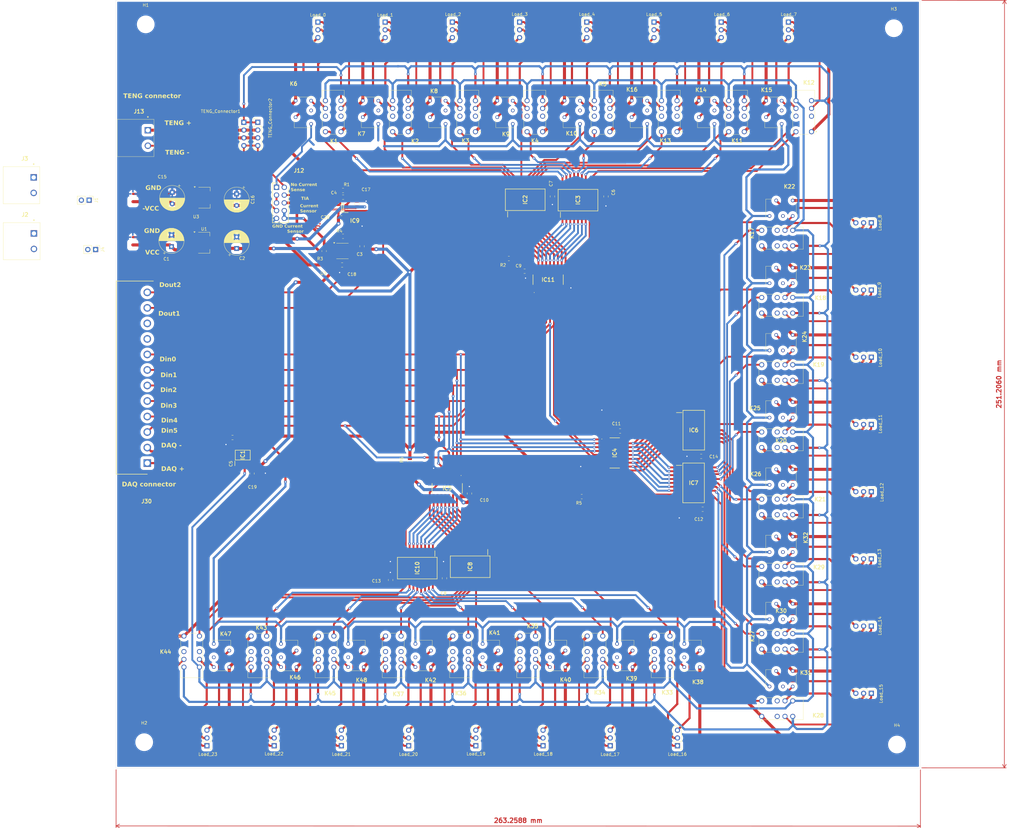
<source format=kicad_pcb>
(kicad_pcb (version 20240108) (generator "pcbnew") (generator_version "8.0")
  (layers (0 "F.Cu" jumper) (31 "B.Cu" signal) (34 "B.Paste" user) (35 "F.Paste" user) (36 "B.SilkS" user "B.Silkscreen") (37 "F.SilkS" user "F.Silkscreen") (38 "B.Mask" user) (39 "F.Mask" user) (44 "Edge.Cuts" user))
  (net 0 "")
  (net 1 "GND")
  (net 2 "/Vin")
  (net 3 "VCC")
  (net 4 "/Din1")
  (net 5 "/Vsense")
  (net 6 "/Din0")
  (net 7 "/Din3")
  (net 8 "/Din2")
  (net 9 "/Din5")
  (net 10 "/Din4")
  (net 11 "/Teng+")
  (net 12 "/Teng-")
  (net 28 "/TengN_sw")
  (net 77 "Net-(R4-Pad1)")
  (net 78 "Net-(R4-Pad2)")
  (net 79 "/Dout1")
  (net 80 "/Dout2")
  (net 81 "/1_Loads/Y7")
  (net 82 "/1_Loads/O1")
  (net 83 "/1_Loads/O2")
  (net 84 "/1_Loads/Y4")
  (net 85 "/1_Loads/Y5")
  (net 86 "/1_Loads/O4")
  (net 87 "/1_Loads/Y1")
  (net 88 "/1_Loads/Y3")
  (net 89 "/1_Loads/O8")
  (net 90 "/1_Loads/Y2")
  (net 91 "/1_Loads/O7")
  (net 92 "/1_Loads/Y6")
  (net 93 "/1_Loads/O3")
  (net 94 "/1_Loads/Y0")
  (net 95 "/1_Loads/O6")
  (net 96 "/1_Loads/O5")
  (net 97 "/1_Loads/O15")
  (net 98 "/1_Loads/O16")
  (net 99 "/1_Loads/O10")
  (net 100 "/1_Loads/O9")
  (net 101 "/1_Loads/O11")
  (net 102 "/1_Loads/O14")
  (net 103 "/1_Loads/O12")
  (net 104 "/1_Loads/O13")
  (net 105 "/2_Loads/Y13")
  (net 106 "/2_Loads/Y10")
  (net 107 "/2_Loads/Y8")
  (net 108 "/2_Loads/Y9")
  (net 109 "/2_Loads/Y14")
  (net 110 "/2_Loads/Y15")
  (net 111 "/2_Loads/Y11")
  (net 112 "/2_Loads/Y12")
  (net 113 "/3_Loads/Y19")
  (net 114 "/3_Loads/Y17")
  (net 115 "/3_Loads/Y18")
  (net 116 "/3_Loads/Y16")
  (net 117 "/3_Loads/Y22")
  (net 118 "/3_Loads/Y23")
  (net 119 "/3_Loads/Y21")
  (net 120 "/3_Loads/Y20")
  (net 121 "/2_Loads/O18")
  (net 122 "/2_Loads/O17")
  (net 123 "/2_Loads/O22")
  (net 124 "/2_Loads/O21")
  (net 125 "/2_Loads/O19")
  (net 126 "/2_Loads/O24")
  (net 127 "/2_Loads/O20")
  (net 128 "/2_Loads/O23")
  (net 129 "/2_Loads/O31")
  (net 130 "/2_Loads/O26")
  (net 131 "/2_Loads/O32")
  (net 132 "/2_Loads/O27")
  (net 133 "/2_Loads/O25")
  (net 134 "/2_Loads/O30")
  (net 135 "/2_Loads/O28")
  (net 136 "/2_Loads/O29")
  (net 137 "/3_Loads/O35")
  (net 138 "/3_Loads/O40")
  (net 139 "/3_Loads/O38")
  (net 140 "/3_Loads/O34")
  (net 141 "/3_Loads/O37")
  (net 142 "/3_Loads/O39")
  (net 143 "/3_Loads/O33")
  (net 144 "/3_Loads/O36")
  (net 145 "/3_Loads/O41")
  (net 146 "/3_Loads/O46")
  (net 147 "/3_Loads/O44")
  (net 148 "/3_Loads/O48")
  (net 149 "/3_Loads/O45")
  (net 150 "/3_Loads/O43")
  (net 151 "/3_Loads/O42")
  (net 152 "/3_Loads/O47")
  (net 153 "/1_Loads/Loads-1/Rb_0")
  (net 154 "/1_Loads/Loads-1/Rc_0")
  (net 155 "/1_Loads/Loads-1/Ra_0")
  (net 156 "/1_Loads/Loads-1/Ra_1")
  (net 157 "/1_Loads/Loads-1/Rb_1")
  (net 158 "/1_Loads/Loads-1/Rc_1")
  (net 159 "/1_Loads/Loads-1/Ra_2")
  (net 160 "/1_Loads/Loads-1/Rb_2")
  (net 161 "/1_Loads/Loads-1/Rc_2")
  (net 162 "/1_Loads/Loads-1/Ra_3")
  (net 163 "/1_Loads/Loads-1/Rc_3")
  (net 164 "/1_Loads/Loads-1/Rb_3")
  (net 165 "/1_Loads/Loads-1/Rb_4")
  (net 166 "/1_Loads/Loads-1/Rc_4")
  (net 167 "/1_Loads/Loads-1/Ra_4")
  (net 168 "/1_Loads/Loads-1/Rb_6")
  (net 169 "/1_Loads/Loads-1/Ra_6")
  (net 170 "/1_Loads/Loads-1/Rc_6")
  (net 171 "/1_Loads/Loads-1/Rb_7")
  (net 172 "/1_Loads/Loads-1/Ra_7")
  (net 173 "/1_Loads/Loads-1/Rc_7")
  (net 174 "/1_Loads/Loads-1/Rc_5")
  (net 175 "/1_Loads/Loads-1/Ra_5")
  (net 176 "/1_Loads/Loads-1/Rb_5")
  (net 177 "/2_Loads/Loads-2/Rb_0")
  (net 178 "/2_Loads/Loads-2/Ra_0")
  (net 179 "/2_Loads/Loads-2/Rc_0")
  (net 180 "/2_Loads/Loads-2/Ra_1")
  (net 181 "/2_Loads/Loads-2/Rb_1")
  (net 182 "/2_Loads/Loads-2/Rc_1")
  (net 183 "/2_Loads/Loads-2/Ra_2")
  (net 184 "/2_Loads/Loads-2/Rc_2")
  (net 185 "/2_Loads/Loads-2/Rb_2")
  (net 186 "/2_Loads/Loads-2/Rb_3")
  (net 187 "/2_Loads/Loads-2/Ra_3")
  (net 188 "/2_Loads/Loads-2/Rc_3")
  (net 189 "/2_Loads/Loads-2/Rc_4")
  (net 190 "/2_Loads/Loads-2/Ra_4")
  (net 191 "/2_Loads/Loads-2/Rb_4")
  (net 192 "/2_Loads/Loads-2/Ra_6")
  (net 193 "/2_Loads/Loads-2/Rb_6")
  (net 194 "/2_Loads/Loads-2/Rc_6")
  (net 195 "/2_Loads/Loads-2/Rb_7")
  (net 196 "/2_Loads/Loads-2/Ra_7")
  (net 197 "/2_Loads/Loads-2/Rc_7")
  (net 198 "/2_Loads/Loads-2/Rb_5")
  (net 199 "/2_Loads/Loads-2/Ra_5")
  (net 200 "/2_Loads/Loads-2/Rc_5")
  (net 201 "/3_Loads/Loads-3/Rc_0")
  (net 202 "/3_Loads/Loads-3/Ra_0")
  (net 203 "/3_Loads/Loads-3/Rb_0")
  (net 204 "/3_Loads/Loads-3/Rc_1")
  (net 205 "/3_Loads/Loads-3/Ra_1")
  (net 206 "/3_Loads/Loads-3/Rb_1")
  (net 207 "/3_Loads/Loads-3/Rb_2")
  (net 208 "/3_Loads/Loads-3/Rc_2")
  (net 209 "/3_Loads/Loads-3/Ra_2")
  (net 210 "/3_Loads/Loads-3/Ra_3")
  (net 211 "/3_Loads/Loads-3/Rb_3")
  (net 212 "/3_Loads/Loads-3/Rc_3")
  (net 213 "/3_Loads/Loads-3/Rb_4")
  (net 214 "/3_Loads/Loads-3/Ra_4")
  (net 215 "/3_Loads/Loads-3/Rc_4")
  (net 216 "/3_Loads/Loads-3/Ra_6")
  (net 217 "/3_Loads/Loads-3/Rc_6")
  (net 218 "/3_Loads/Loads-3/Rb_6")
  (net 219 "/3_Loads/Loads-3/Rb_7")
  (net 220 "/3_Loads/Loads-3/Rc_7")
  (net 221 "/3_Loads/Loads-3/Ra_7")
  (net 222 "/3_Loads/Loads-3/Ra_5")
  (net 223 "/3_Loads/Loads-3/Rc_5")
  (net 224 "/3_Loads/Loads-3/Rb_5")
  (net 234 "/Current_Sense1_IN")
  (net 235 "/Current_Sense2_IN")
  (net 236 "/Current_Sense2_OUT")
  (net 237 "/V_daq-")
  (net 238 "/V_daq+")
  (net 241 "/VNeg")
  (net 242 "-VCC")
  (net 243 "VCC1")
  (net 244 "VCC3")
  (net 245 "VCC2")
  (net 246 "/TengN_IN")
  (net 247 "/TengP_IN")
  (net 248 "Net-(J1-Pin_2)")
  (net 249 "Net-(J4-Pin_2)")
  (footprint "Capacitor_SMD:C_0805_2012Metric" (layer "F.Cu") (at 283.275 233.15 180)
    (property "Reference" "C11")
    (property "Value" "100nF")
  )
  (footprint "Connector_PinHeader_2.54mm:PinHeader_1x03_P2.54mm_Vertical" (layer "F.Cu") (at 365.508844 275.028844 -90)
    (property "Reference" "Load_13")
    (property "Value" "Load 13")
  )
  (footprint "Package_TO_SOT_SMD:SOT-223-3_TabPin2" (layer "F.Cu") (at 147.18 156.8)
    (property "Reference" "U3")
    (property "Value" "AMS1117-5.0")
  )
  (footprint "SamacSys_Parts:IMC03TS" (layer "F.Cu") (at 335.968844 182.028844 180)
    (property "Reference" "K23")
    (property "Value" "IMC03TS" (hide yes))
  )
  (footprint "SamacSys_Parts:V23079A1001B301" (layer "F.Cu") (at 255.375118 128.860285 90)
    (property "Reference" "K4")
    (property "Value" "V23079A1001B301" (hide yes))
  )
  (footprint "SamacSys_Parts:IMC03TS" (layer "F.Cu") (at 285.05 306.635 90)
    (property "Reference" "K39")
    (property "Value" "IMC03TS" (hide yes))
  )
  (footprint "Connector_PinHeader_2.54mm:PinHeader_1x03_P2.54mm_Vertical" (layer "F.Cu") (at 294.375118 99.320285)
    (property "Reference" "Load_5")
    (property "Value" "Load 5")
  )
  (footprint "SamacSys_Parts:IMC03TS" (layer "F.Cu") (at 335.968844 160.028844 180)
    (property "Reference" "K22")
    (property "Value" "IMC03TS" (hide yes))
  )
  (footprint "Capacitor_SMD:C_0805_2012Metric" (layer "F.Cu") (at 192.0392 163.4744)
    (property "Reference" "C20")
    (property "Value" "100nF")
  )
  (footprint "Connector_PinHeader_2.54mm:PinHeader_1x03_P2.54mm_Vertical" (layer "F.Cu") (at 365.508844 187.028844 -90)
    (property "Reference" "Load_9")
    (property "Value" "Load 9")
  )
  (footprint "Capacitor_THT:CP_Radial_D8.0mm_P3.80mm" (layer "F.Cu") (at 157.77 173.432651 90)
    (property "Reference" "C2")
    (property "Value" "22uF")
  )
  (footprint "SamacSys_Parts:IMC03TS" (layer "F.Cu") (at 179.375118 128.860285 -90)
    (property "Reference" "K6")
    (property "Value" "IMC03TS" (hide yes))
  )
  (footprint "Connector_PinHeader_2.54mm:PinHeader_1x03_P2.54mm_Vertical" (layer "F.Cu") (at 365.508844 231.028844 -90)
    (property "Reference" "Load_11")
    (property "Value" "Load 11")
  )
  (footprint "SamacSys_Parts:V23079A1001B301" (layer "F.Cu") (at 231.05 306.635 -90)
    (property "Reference" "K36")
    (property "Value" "V23079A1001B301" (hide yes))
  )
  (footprint "Connector_PinHeader_2.54mm:PinHeader_1x02_P2.54mm_Vertical" (layer "F.Cu") (at 109.49 157.62 -90)
    (property "Reference" "J1")
    (property "Value" "PowerNeg")
  )
  (footprint "SamacSys_Parts:SOT95P280X145-5N" (layer "F.Cu") (at 192.43 160.16 180)
    (property "Reference" "IC9")
    (property "Value" "OPA145IDBVT" (hide yes))
  )
  (footprint "Resistor_SMD:R_0805_2012Metric" (layer "F.Cu") (at 214.4776 243.0761 90)
    (property "Reference" "R6")
    (property "Value" "R")
  )
  (footprint "SamacSys_Parts:V23079A1001B301" (layer "F.Cu") (at 165.05 306.635 -90)
    (property "Reference" "K43")
    (property "Value" "V23079A1001B301" (hide yes))
  )
  (footprint "SamacSys_Parts:V23079A1001B301" (layer "F.Cu") (at 275.05 306.635 -90)
    (property "Reference" "K34")
    (property "Value" "V23079A1001B301" (hide yes))
  )
  (footprint "SamacSys_Parts:IMC03TS" (layer "F.Cu") (at 219.05 306.635 90)
    (property "Reference" "K42")
    (property "Value" "IMC03TS" (hide yes))
  )
  (footprint "Connector_PinHeader_2.54mm:PinHeader_1x03_P2.54mm_Vertical" (layer "F.Cu") (at 338.375118 99.320285)
    (property "Reference" "Load_7")
    (property "Value" "Load 7")
  )
  (footprint "Capacitor_THT:CP_Radial_D8.0mm_P3.80mm" (layer "F.Cu") (at 136.44 172.822651 90)
    (property "Reference" "C1")
    (property "Value" "10uF")
  )
  (footprint "Library:74HC238D653" (layer "F.Cu") (at 226.6796 251.93 180)
    (property "Reference" "IC5")
    (property "Value" "74HC238D,653" (hide yes))
  )
  (footprint "SamacSys_Parts:SOIC127P1030X245-18N" (layer "F.Cu") (at 252.222 157.48 90)
    (property "Reference" "IC2")
    (property "Value" "TBD62083AFG" (hide yes))
  )
  (footprint "SamacSys_Parts:SOIC127P1030X245-18N" (layer "F.Cu") (at 216.89 278.04 -90)
    (property "Reference" "IC10")
    (property "Value" "TBD62083AFG" (hide yes))
  )
  (footprint "SamacSys_Parts:IMC03TS" (layer "F.Cu") (at 223.375118 128.860285 -90)
    (property "Reference" "K8")
    (property "Value" "IMC03TS" (hide yes))
  )
  (footprint "Connector_PinHeader_2.54mm:PinHeader_1x03_P2.54mm_Vertical" (layer "F.Cu") (at 280.05 336.175 180)
    (property "Reference" "Load_17")
    (property "Value" "Load 17")
  )
  (footprint "Connector_PinHeader_2.54mm:PinHeader_1x02_P2.54mm_Vertical" (layer "F.Cu") (at 111.6 173.77 -90)
    (property "Reference" "J4")
    (property "Value" "PowerIn")
  )
  (footprint "SamacSys_Parts:V23079A1001B301" (layer "F.Cu") (at 297.05 306.635 -90)
    (property "Reference" "K33")
    (property "Value" "V23079A1001B301" (hide yes))
  )
  (footprint "SamacSys_Parts:SOIC127P1030X245-18N" (layer "F.Cu") (at 234.2 277.59 -90)
    (property "Reference" "IC8")
    (property "Value" "TBD62083AFG" (hide yes))
  )
  (footprint "Capacitor_SMD:C_0805_2012Metric" (layer "F.Cu") (at 310.3016 258.7752 180)
    (property "Reference" "C12")
    (property "Value" "100nF")
  )
  (footprint "Capacitor_SMD:C_0805_2012Metric" (layer "F.Cu") (at 197.15 158.86 90)
    (property "Reference" "C17")
    (property "Value" "100nF")
  )
  (footprint "Connector_PinHeader_2.54mm:PinHeader_1x03_P2.54mm_Vertical" (layer "F.Cu") (at 365.508844 253.028844 -90)
    (property "Reference" "Load_12")
    (property "Value" "Load 12")
  )
  (footprint "MountingHole:MountingHole_5.3mm_M5" (layer "F.Cu") (at 128.016 100.076)
    (property "Reference" "H1")
    (property "Value" "MountingHole")
  )
  (footprint "Resistor_SMD:R_0805_2012Metric" (layer "F.Cu") (at 186.415 174.29 90)
    (property "Reference" "R3")
    (property "Value" "R")
  )
  (footprint "Connector_PinHeader_2.54mm:PinHeader_1x03_P2.54mm_Vertical" (layer "F.Cu") (at 184.375118 99.320285)
    (property "Reference" "Load_0")
    (property "Value" "Load 0")
  )
  (footprint "SamacSys_Parts:IMC03TS" (layer "F.Cu") (at 307.05 306.635 90)
    (property "Reference" "K38")
    (property "Value" "IMC03TS" (hide yes))
  )
  (footprint "SamacSys_Parts:V23079A1001B301" (layer "F.Cu") (at 189.375118 128.860285 90)
    (property "Reference" "K1")
    (property "Value" "V23079A1001B301" (hide yes))
  )
  (footprint "Resistor_SMD:R_0805_2012Metric" (layer "F.Cu") (at 246.86 176.72 180)
    (property "Reference" "R2")
    (property "Value" "R")
  )
  (footprint "SamacSys_Parts:V23079A1001B301" (layer "F.Cu") (at 277.375118 128.860285 90)
    (property "Reference" "K5")
    (property "Value" "V23079A1001B301" (hide yes))
  )
  (footprint "SamacSys_Parts:SOIC127P1030X245-18N" (layer "F.Cu") (at 307.378844 232.898844)
    (property "Reference" "IC6")
    (property "Value" "TBD62083AFG" (hide yes))
  )
  (footprint "Connector_PinHeader_2.54mm:PinHeader_1x03_P2.54mm_Vertical" (layer "F.Cu") (at 148.05 336.175 180)
    (property "Reference" "Load_23")
    (property "Value" "Load 23")
  )
  (footprint "Capacitor_SMD:C_0805_2012Metric" (layer "F.Cu") (at 309.814 241.4524 180)
    (property "Reference" "C14")
    (property "Value" "100nF")
  )
  (footprint "Capacitor_SMD:C_0805_2012Metric" (layer "F.Cu") (at 156.4132 235.3056 180)
    (property "Reference" "C5")
    (property "Value" "100nF")
  )
  (footprint "SamacSys_Parts:V23079A1001B301" (layer "F.Cu") (at 335.968844 302.028844)
    (property "Reference" "K27")
    (property "Value" "V23079A1001B301" (hide yes))
  )
  (footprint "MountingHole:MountingHole_5.3mm_M5" (layer "F.Cu") (at 127.508 335.026)
    (property "Reference" "H2")
    (property "Value" "MountingHole")
  )
  (footprint "Connector_PinHeader_2.54mm:PinHeader_1x03_P2.54mm_Vertical" (layer "F.Cu") (at 250.375118 99.320285)
    (property "Reference" "Load_3")
    (property "Value" "Load 3")
  )
  (footprint "SamacSys_Parts:V23079A1001B301" (layer "F.Cu") (at 335.968844 324.028844)
    (property "Reference" "K28")
    (property "Value" "V23079A1001B301" (hide yes))
  )
  (footprint "Connector_PinHeader_2.54mm:PinHeader_1x03_P2.54mm_Vertical" (layer "F.Cu") (at 365.508844 319.028844 -90)
    (property "Reference" "Load_15")
    (property "Value" "Load 15")
  )
  (footprint "Connector_PinHeader_2.54mm:PinHeader_1x03_P2.54mm_Vertical" (layer "F.Cu") (at 192.05 336.175 180)
    (property "Reference" "Load_21")
    (property "Value" "Load 21")
  )
  (footprint "Capacitor_THT:CP_Radial_D8.0mm_P3.80mm" (layer "F.Cu") (at 157.77 155.557349 -90)
    (property "Reference" "C16")
    (property "Value" "22uF")
  )
  (footprint "SamacSys_Parts:IMC03TS" (layer "F.Cu") (at 201.375118 128.860285 -90)
    (property "Reference" "K7")
    (property "Value" "IMC03TS" (hide yes))
  )
  (footprint "Capacitor_THT:CP_Radial_D8.0mm_P3.80mm" (layer "F.Cu") (at 136.68 155.017349 -90)
    (property "Reference" "C15")
    (property "Value" "10uF")
  )
  (footprint "Connector_PinHeader_2.54mm:PinHeader_1x04_P2.54mm_Vertical" (layer "F.Cu") (at 164.6936 132.1308)
    (property "Reference" "TENG_Connector2")
    (property "Value" "Conn_01x04_Pin")
  )
  (footprint "Package_SO:SOIC-8_3.9x4.9mm_P1.27mm" (layer "F.Cu") (at 192.4 174.255)
    (property "Reference" "U2")
    (property "Value" "INA128")
  )
  (footprint "Connector_PinHeader_2.54mm:PinHeader_1x03_P2.54mm_Vertical" (layer "F.Cu") (at 272.375118 99.320285)
    (property "Reference" "Load_4")
    (property "Value" "Load 4")
  )
  (footprint "Connector_PinHeader_2.54mm:PinHeader_1x03_P2.54mm_Vertical" (layer "F.Cu") (at 236.05 336.175 180)
    (property "Reference" "Load_19")
    (property "Value" "Load 19")
  )
  (footprint "SamacSys_Parts:IMC03TS" (layer "F.Cu") (at 335.968844 270.028844 180)
    (property "Reference" "K32")
    (property "Value" "IMC03TS" (hide yes))
  )
  (footprint "SamacSys_Parts:V23079A1001B301" (layer "F.Cu") (at 209.05 306.635 -90)
    (property "Reference" "K37")
    (property "Value" "V23079A1001B301" (hide yes))
  )
  (footprint "SamacSys_Parts:1757242" (layer "F.Cu") (at 128.714 134.721 -90)
    (property "Reference" "J13")
    (property "Value" "1757242" (hide yes))
  )
  (footprint "Connector_PinHeader_2.54mm:PinHeader_1x04_P2.54mm_Vertical" (layer "F.Cu") (at 160.128 132.146)
    (property "Reference" "TENG_Connector1")
    (property "Value" "Conn_01x04_Pin")
  )
  (footprint "Capacitor_SMD:C_0805_2012Metric" (layer "F.Cu") (at 162.814 247.0912 -90)
    (property "Reference" "C19")
    (property "Value" "100nF")
  )
  (footprint "Connector_PinHeader_2.54mm:PinHeader_1x03_P2.54mm_Vertical" (layer "F.Cu") (at 206.375118 99.320285)
    (property "Reference" "Load_1")
    (property "Value" "Load 1")
  )
  (footprint "SamacSys_Parts:1757242" (layer "F.Cu") (at 91.34 150.165 -90)
    (property "Reference" "J3")
    (property "Value" "1757242" (hide yes))
  )
  (footprint "SamacSys_Parts:V23079A1001B301" (layer "F.Cu") (at 343.375118 128.860285 90)
    (property "Reference" "K12")
    (property "Value" "V23079A1001B301" (hide yes))
  )
  (footprint "SamacSys_Parts:IMC03TS" (layer "F.Cu") (at 335.968844 248.028844 180)
    (property "Reference" "K26")
    (property "Value" "IMC03TS" (hide yes))
  )
  (footprint "MountingHole:MountingHole_5.3mm_M5" (layer "F.Cu") (at 372.872 101.346)
    (property "Reference" "H3")
    (property "Value" "MountingHole")
  )
  (footprint "Capacitor_SMD:C_0805_2012Metric" (layer "F.Cu") (at 208.1784 281.94 90)
    (property "Reference" "C13")
    (property "Value" "100nF")
  )
  (footprint "SamacSys_Parts:IMC03TS" (layer "F.Cu") (at 335.968844 314.028844 180)
    (property "Reference" "K31")
    (property "Value" "IMC03TS" (hide yes))
  )
  (footprint "Capacitor_SMD:C_0805_2012Metric" (layer "F.Cu") (at 261.112 156.398 -90)
    (property "Reference" "C7")
    (property "Value" "100nF")
  )
  (footprint "MountingHole:MountingHole_5.3mm_M5" (layer "F.Cu") (at 373.888 335.788)
    (property "Reference" "H4")
    (property "Value" "MountingHole")
  )
  (footprint "SamacSys_Parts:1757242" (layer "F.Cu") (at 91.42 168.505 -90)
    (property "Reference" "J2")
    (property "Value" "1757242" (hide yes))
  )
  (footprint "Connector_PinHeader_2.54mm:PinHeader_1x03_P2.54mm_Vertical" (layer "F.Cu") (at 365.508844 209.028844 -90)
    (property "Reference" "Load_10")
    (property "Value" "Load 10")
  )
  (footprint "Resistor_SMD:R_0805_2012Metric" (layer "F.Cu") (at 192.591 154.417 180)
    (property "Reference" "R1")
    (property "Value" "R")
  )
  (footprint "SamacSys_Parts:V23079A1001B301" (layer "F.Cu") (at 233.375118 128.860285 90)
    (property "Reference" "K3")
    (property "Value" "V23079A1001B301" (hide yes))
  )
  (footprint "Connector_PinHeader_2.54mm:PinHeader_1x03_P2.54mm_Vertical" (layer "F.Cu") (at 258.05 336.175 180)
    (property "Reference" "Load_18")
    (property "Value" "Load 18")
  )
  (footprint "SamacSys_Parts:SOIC127P600X175-8N" (layer "F.Cu") (at 159.766 241.046 90)
    (property "Reference" "IC1")
    (property "Value" "OPA2145IDR" (hide yes))
  )
  (footprint "SamacSys_Parts:IMC03TS" (layer "F.Cu") (at 335.968844 226.028844 180)
    (property "Reference" "K25")
    (property "Value" "IMC03TS" (hide yes))
  )
  (footprint "Capacitor_SMD:C_0805_2012Metric" (layer "F.Cu") (at 198.8312 172.7048 90)
    (property "Reference" "C3")
    (property "Value" "100nF")
  )
  (footprint "SamacSys_Parts:V23079A1001B301" (layer "F.Cu") (at 253.05 306.635 -90)
    (property "Reference" "K35")
    (property "Value" "V23079A1001B301" (hide yes))
  )
  (footprint "SamacSys_Parts:V23079A1001B301" (layer "F.Cu") (at 143.05 306.635 -90)
    (property "Reference" "K44")
    (property "Value" "V23079A1001B301" (hide yes))
  )
  (footprint "SamacSys_Parts:V23079A1001B301" (layer "F.Cu") (at 335.968844 236.028844)
    (property "Reference" "K20")
    (property "Value" "V23079A1001B301" (hide yes))
  )
  (footprint "SamacSys_Parts:IMC03TS" (layer "F.Cu") (at 197.05 306.635 90)
    (property "Reference" "K48")
    (property "Value" "IMC03TS" (hide yes))
  )
  (footprint "Capacitor_SMD:C_0805_2012Metric" (layer "F.Cu") (at 278.638 156.398 -90)
    (property "Reference" "C6")
    (property "Value" "100nF")
  )
  (footprint "SamacSys_Parts:V23079A1001B301" (layer "F.Cu") (at 211.375118 128.860285 90)
    (property "Reference" "K2")
    (property "Value" "V23079A1001B301" (hide yes))
  )
  (footprint "Connector_PinHeader_2.54mm:PinHeader_1x03_P2.54mm_Vertical" (layer "F.Cu") (at 170.05 336.175 180)
    (property "Reference" "Load_22")
    (property "Value" "Load 22")
  )
  (footprint "SamacSys_Parts:V23079A1001B301" (layer "F.Cu") (at 335.968844 280.028844)
    (property "Reference" "K29")
    (property "Value" "V23079A1001B301" (hide yes))
  )
  (footprint "Capacitor_SMD:C_0805_2012Metric" (layer "F.Cu") (at 192.621 156.647)
    (property "Reference" "C4")
    (property "Value" "100nF")
  )
  (footprint "Connector_PinHeader_2.54mm:PinHeader_1x03_P2.54mm_Vertical" (layer "F.Cu") (at 228.375118 99.320285)
    (property "Reference" "Load_2")
    (property "Value" "Load 2")
  )
  (footprint "SamacSys_Parts:IMC03TS" (layer "F.Cu") (at 263.05 306.635 90)
    (property "Reference" "K40")
    (property "Value" "IMC03TS" (hide yes))
  )
  (footprint "SamacSys_Parts:V23079A1001B301" (layer "F.Cu") (at 335.968844 170.028844)
    (property "Reference" "K17")
    (property "Value" "V23079A1001B301" (hide yes))
  )
  (footprint "SamacSys_Parts:V23079A1001B301" (layer "F.Cu") (at 335.968844 214.028844)
    (property "Reference" "K19")
    (property "Value" "V23079A1001B301" (hide yes))
  )
  (footprint "Capacitor_SMD:C_0805_2012Metric" (layer "F.Cu") (at 233.9848 253.6292 90)
    (property "Reference" "C10")
    (property "Value" "100nF")
  )
  (footprint "Library:74HC238D653" (layer "F.Cu") (at 281.513844 240.343844 -90)
    (property "Reference" "IC4")
    (property "Value" "74HC238D,653" (hide yes))
  )
  (footprint "SamacSys_Parts:IMC03TS" (layer "F.Cu") (at 267.375118 128.860285 -90)
    (property "Reference" "K10")
    (property "Value" "IMC03TS" (hide yes))
  )
  (footprint "Connector_PinHeader_2.54mm:PinHeader_1x03_P2.54mm_Vertical" (layer "F.Cu") (at 316.375118 99.320285)
    (property "Reference" "Load_6")
    (property "Value" "Load 6")
  )
  (footprint "SamacSys_Parts:SHDRRA12W103P0X508_1X12_6296X1200X875P" (layer "F.Cu") (at 128.524 243.67 90)
    (property "Reference" "J30")
    (property "Value" "1757349" (hide yes))
  )
  (footprint "Connector_PinHeader_2.54mm:PinHeader_1x03_P2.54mm_Vertical" (layer "F.Cu") (at 302.05 336.175 180)
    (property "Reference" "Load_16")
    (property "Value" "Load 16")
  )
  (footprint "SamacSys_Parts:IMC03TS" (layer "F.Cu") (at 335.968844 204.028844 180)
    (property "Reference" "K24")
    (property "Value" "IMC03TS" (hide yes))
  )
  (footprint "SamacSys_Parts:IMC03TS" (layer "F.Cu") (at 311.375118 128.860285 -90)
    (property "Reference" "K14")
    (property "Value" "IMC03TS" (hide yes))
  )
  (footprint "SamacSys_Parts:V23079A1001B301" (layer "F.Cu") (at 321.375118 128.860285 90)
    (property "Reference" "K11")
    (property "Value" "V23079A1001B301" (hide yes))
  )
  (footprint "Capacitor_SMD:C_0805_2012Metric" (layer "F.Cu") (at 192.295 178.81)
    (property "Reference" "C18")
    (property "Value" "100nF")
  )
  (footprint "Connector_PinHeader_2.54mm:PinHeader_1x03_P2.54mm_Vertical" (layer "F.Cu") (at 365.508844 165.028844 -90)
    (property "Reference" "Load_8")
    (property "Value" "Load 8")
  )
  (footprint "Resistor_SMD:R_0805_2012Metric" (layer "F.Cu") (at 270.7113 254.6604 180)
    (property "Reference" "R5")
    (property "Value" "R")
  )
  (footprint "SamacSys_Parts:SOIC127P1030X245-18N" (layer "F.Cu") (at 307.323844 250.158844)
    (property "Reference" "IC7")
    (property "Value" "TBD62083AFG" (hide yes))
  )
  (footprint "SamacSys_Parts:IMC03TS" (layer "F.Cu") (at 153.05 306.635 90)
    (property "Reference" "K47")
    (property "Value" "IMC03TS" (hide yes))
  )
  (footprint "Resistor_SMD:R_0805_2012Metric" (layer "F.Cu") (at 192.585 169.43)
    (property "Reference" "R4")
    (property "Value" "R")
  )
  (footprint "SamacSys_Parts:V23079A1001B301" (layer "F.Cu") (at 299.375118 128.860285 90)
    (property "Reference" "K13")
    (property "Value" "V23079A1001B301" (hide yes))
  )
  (footprint "SamacSys_Parts:V23079A1001B301" (layer "F.Cu") (at 335.968844 192.028844)
    (property "Reference" "K18")
    (property "Value" "V23079A1001B301" (hide yes))
  )
  (footprint "SamacSys_Parts:IMC03TS" (layer "F.Cu") (at 241.05 306.635 90)
    (property "Reference" "K41")
    (property "Value" "IMC03TS" (hide yes))
  )
  (footprint "SamacSys_Parts:SOIC127P1030X245-18N" (layer "F.Cu") (at 269.494 157.607 90)
    (property "Reference" "IC3")
    (property "Value" "TBD62083AFG" (hide yes))
  )
  (footprint "SamacSys_Parts:IMC03TS" (layer "F.Cu") (at 175.05 306.635 90)
    (property "Reference" "K46")
    (property "Value" "IMC03TS" (hide yes))
  )
  (footprint "SamacSys_Parts:IMC03TS" (layer "F.Cu") (at 335.968844 292.028844 180)
    (property "Reference" "K30")
    (property "Value" "IMC03TS" (hide yes))
  )
  (footprint "SamacSys_Parts:V23079A1001B301" (layer "F.Cu") (at 187.05 306.635 -90)
    (property "Reference" "K45")
    (property "Value" "V23079A1001B301" (hide yes))
  )
  (footprint "SamacSys_Parts:IMC03TS" (layer "F.Cu") (at 289.375118 128.860285 -90)
    (property "Reference" "K16")
    (property "Value" "IMC03TS" (hide yes))
  )
  (footprint "SamacSys_Parts:V23079A1001B301" (layer "F.Cu") (at 335.968844 258.028844)
    (property "Reference" "K21")
    (property "Value" "V23079A1001B301" (hide yes))
  )
  (footprint "Connector_PinHeader_2.54mm:PinHeader_1x03_P2.54mm_Vertical" (layer "F.Cu") (at 214.05 336.175 180)
    (property "Reference" "Load_20")
    (property "Value" "Load 20")
  )
  (footprint "Library:74HC238D653" (layer "F.Cu") (at 259.715 183.642)
    (property "Reference" "IC11")
    (property "Value" "74HC238D,653" (hide yes))
  )
  (footprint "SamacSys_Parts:HDRV10W66P254_2X5_1270X500X895P" (layer "F.Cu") (at 170.82 153.416 -90)
    (property "Reference" "J12")
    (property "Value" "PH-2X05SG" (hide yes))
  )
  (footprint "Capacitor_SMD:C_0805_2012Metric" (layer "F.Cu") (at 252.03 180.87 180)
    (property "Reference" "C9")
    (property "Value" "100nF" (hide yes))
  )
  (footprint "Connector_PinHeader_2.54mm:PinHeader_1x03_P2.54mm_Vertical" (layer "F.Cu") (at 365.508844 297.028844 -90)
    (property "Reference" "Load_14")
    (property "Value" "Load 14")
  )
  (footprint "SamacSys_Parts:IMC03TS" (layer "F.Cu") (at 245.375118 128.860285 -90)
    (property "Reference" "K9")
    (property "Value" "IMC03TS" (hide yes))
  )
  (footprint "Package_TO_SOT_SMD:SOT-223-3_TabPin2" (layer "F.Cu") (at 147.1 171.55)
    (property "Reference" "U1")
    (property "Value" "AMS1117-5.0")
  )
  (footprint "Capacitor_SMD:C_0805_2012Metric" (layer "F.Cu") (at 225.806 281.366 90)
    (property "Reference" "C8")
    (property "Value" "100nF")
  )
  (footprint "SamacSys_Parts:IMC03TS" (layer "F.Cu") (at 333.375118 128.860285 -90)
    (property "Reference" "K15")
    (property "Value" "IMC03TS" (hide yes))
  )
  (gr_rect (start 118.18 92.1805) (end 381.572 343.5695) (stroke (width 0.05)) (fill none) (layer "Edge.Cuts"))
  (gr_text "DAQ connector" (at 120.1928 251.5616 0) (layer "F.SilkS") (effects (font (size 1.5 1.5) (thickness 0.2) (bold yes)) (justify left bottom)))
  (gr_text "Din3\n" (at 132.842 225.806 0) (layer "F.SilkS") (effects (font (size 1.5 1.5) (thickness 0.2) (bold yes)) (justify left bottom)))
  (gr_text "GND Current \n          Sensor" (at 169.418 168.4528 0) (layer "F.SilkS") (effects (font (size 1 1) (thickness 0.2) (bold yes)) (justify left bottom)))
  (gr_text "Dout1" (at 132.1308 195.6816 0) (layer "F.SilkS") (effects (font (size 1.5 1.5) (thickness 0.2) (bold yes)) (justify left bottom)))
  (gr_text "DAQ +\n\n" (at 133.0452 249.0216 0) (layer "F.SilkS") (effects (font (size 1.5 1.5) (thickness 0.2) (bold yes)) (justify left bottom)))
  (gr_text "No Current \nSense" (at 175.4632 154.8384 0) (layer "F.SilkS") (effects (font (size 1 1) (thickness 0.2) (bold yes)) (justify left bottom)))
  (gr_text "Dout2" (at 132.4356 186.2836 0) (layer "F.SilkS") (effects (font (size 1.5 1.5) (thickness 0.2) (bold yes)) (justify left bottom)))
  (gr_text "Din5\n" (at 133.0452 233.9848 0) (layer "F.SilkS") (effects (font (size 1.5 1.5) (thickness 0.2) (bold yes)) (justify left bottom)))
  (gr_text "GND\n" (at 127.4572 168.6052 0) (layer "F.SilkS") (effects (font (size 1.5 1.5) (thickness 0.2) (bold yes)) (justify left bottom)))
  (gr_text "DAQ -\n" (at 133.0452 238.8108 0) (layer "F.SilkS") (effects (font (size 1.5 1.5) (thickness 0.2) (bold yes)) (justify left bottom)))
  (gr_text "-VCC\n" (at 126.9492 161.29 0) (layer "F.SilkS") (effects (font (size 1.5 1.5) (thickness 0.2) (bold yes)) (justify left bottom)))
  (gr_text "VCC\n" (at 127.8128 175.6664 0) (layer "F.SilkS") (effects (font (size 1.5 1.5) (thickness 0.2) (bold yes)) (justify left bottom)))
  (gr_text "GND\n" (at 127.9144 154.5336 0) (layer "F.SilkS") (effects (font (size 1.5 1.5) (thickness 0.2) (bold yes)) (justify left bottom)))
  (gr_text "TENG connector" (at 120.65 124.46 0) (layer "F.SilkS") (effects (font (size 1.5 1.5) (thickness 0.2) (bold yes)) (justify left bottom)))
  (gr_text "Din1\n" (at 132.842 215.7984 0) (layer "F.SilkS") (effects (font (size 1.5 1.5) (thickness 0.2) (bold yes)) (justify left bottom)))
  (gr_text "TIA" (at 178.8668 157.6832 0) (layer "F.SilkS") (effects (font (size 1 1) (thickness 0.2) (bold yes)) (justify left bottom)))
  (gr_text "Din0\n" (at 132.5372 210.6168 0) (layer "F.SilkS") (effects (font (size 1.5 1.5) (thickness 0.2) (bold yes)) (justify left bottom)))
  (gr_text "Din2\n" (at 132.7912 220.6752 0) (layer "F.SilkS") (effects (font (size 1.5 1.5) (thickness 0.2) (bold yes)) (justify left bottom)))
  (gr_text "TENG +" (at 134.1628 133.2992 0) (layer "F.SilkS") (effects (font (size 1.5 1.5) (thickness 0.2) (bold yes)) (justify left bottom)))
  (gr_text "Din4\n" (at 133.0452 230.632 0) (layer "F.SilkS") (effects (font (size 1.5 1.5) (thickness 0.2) (bold yes)) (justify left bottom)))
  (gr_text "Current \nSensor" (at 178.5112 161.798 0) (layer "F.SilkS") (effects (font (size 1 1) (thickness 0.2) (bold yes)) (justify left bottom)))
  (gr_text "TENG -\n" (at 134.366 142.9512 0) (layer "F.SilkS") (effects (font (size 1.5 1.5) (thickness 0.2) (bold yes)) (justify left bottom)))
  (dimension (type aligned) (layer "F.Cu") (pts (xy 381.508 343.408) (xy 381.5588 92.202)) (height 27.530279) (gr_text "251.2060 mm" (at 407.263678 217.810203 89.98841339) (layer "F.Cu") (effects (font (size 1.5 1.5) (thickness 0.3)))) (format (prefix "") (suffix "") (units 2) (units_format 1) (precision 4)) (style (thickness 0.2) (arrow_length 1.27) (text_position_mode 0) (extension_height 0.58642) (extension_offset 0.5) keep_text_aligned))
  (dimension (type aligned) (layer "F.Cu") (pts (xy 118.3132 343.5096) (xy 381.572 343.5695)) (height 18.918933) (gr_text "263.2588 mm" (at 249.938705 360.658483 359.9869633) (layer "F.Cu") (effects (font (size 1.5 1.5) (thickness 0.3)))) (format (prefix "") (suffix "") (units 2) (units_format 1) (precision 4)) (style (thickness 0.2) (arrow_length 1.27) (text_position_mode 0) (extension_height 0.58642) (extension_offset 0.5) keep_text_aligned))
  (dimension (type aligned) (layer "F.Cu") (pts (xy 193.802 160.4772) (xy 193.802 160.8328)) (height 7.5692) (gr_text "0.3556 mm" (at 184.4328 160.655 90) (layer "F.Cu") (effects (font (size 1.5 1.5) (thickness 0.3)))) (format (prefix "") (suffix "") (units 2) (units_format 1) (precision 4)) (style (thickness 0.2) (arrow_length 1.27) (text_position_mode 0) (extension_height 0.58642) (extension_offset 0.5) keep_text_aligned))
  (segment (start 233.934 252.73) (end 233.934 251.333) (width 0.6) (layer "F.Cu") (net 1))
  (segment (start 299.974 238.76) (end 300.755156 237.978844) (width 0.6) (layer "F.Cu") (net 1))
  (segment (start 154.2796 237.5916) (end 154.2796 236.4892) (width 0.6) (layer "F.Cu") (net 1))
  (segment (start 200.1248 157.91) (end 200.152 157.9372) (width 0.7) (layer "F.Cu") (net 1))
  (segment (start 225.806 276.225) (end 225.479 275.898) (width 0.6) (layer "F.Cu") (net 1))
  (segment (start 193.245 179.535) (end 191.4748 181.3052) (width 0.7) (layer "F.Cu") (net 1))
  (segment (start 136.132349 155.565) (end 136.68 155.017349) (width 0.7) (layer "F.Cu") (net 1))
  (segment (start 278.638 157.348) (end 278.638 159.512) (width 0.6) (layer "F.Cu") (net 1))
  (segment (start 197.15 157.91) (end 200.1248 157.91) (width 0.7) (layer "F.Cu") (net 1))
  (segment (start 197.15 157.91) (end 194.896 157.91) (width 0.7) (layer "F.Cu") (net 1))
  (segment (start 208.08 275.898) (end 208.08 275.79) (width 0.6) (layer "F.Cu") (net 1))
  (segment (start 251.08 181.8904) (end 251.08 180.87) (width 0.6) (layer "F.Cu") (net 1))
  (segment (start 302.641 261.62) (end 302.006 261.62) (width 0.6) (layer "F.Cu") (net 1))
  (segment (start 225.479 275.898) (end 226.037 275.898) (width 0.6) (layer "F.Cu") (net 1))
  (segment (start 277.3 228.525) (end 281.925 233.15) (width 0.6) (layer "F.Cu") (net 1))
  (segment (start 143.512651 155.017349) (end 144.03 154.5) (width 0.7) (layer "F.Cu") (net 1))
  (segment (start 267.1246 186.367) (end 267.1572 186.3344) (width 0.6) (layer "F.Cu") (net 1))
  (segment (start 278.638 161.29) (end 277.546 162.382) (width 0.6) (layer "F.Cu") (net 1))
  (segment (start 123.83 155.565) (end 136.132349 155.565) (width 0.7) (layer "F.Cu") (net 1))
  (segment (start 305.1556 241.4524) (end 301.4472 241.4524) (width 0.6) (layer "F.Cu") (net 1))
  (segment (start 225.806 280.416) (end 225.806 276.225) (width 0.6) (layer "F.Cu") (net 1))
  (segment (start 261.112 157.348) (end 261.112 160.782) (width 0.6) (layer "F.Cu") (net 1))
  (segment (start 226.037 275.898) (end 229.12 272.815) (width 0.6) (layer "F.Cu") (net 1))
  (segment (start 299.72 256.286) (end 300.767156 255.238844) (width 0.6) (layer "F.Cu") (net 1))
  (segment (start 306.456 261.62) (end 302.387 261.62) (width 0.6) (layer "F.Cu") (net 1))
  (segment (start 305.1556 241.4524) (end 308.864 241.4524) (width 0.6) (layer "F.Cu") (net 1))
  (segment (start 193.245 178.81) (end 193.245 177.79) (width 0.7) (layer "F.Cu") (net 1))
  (segment (start 136.865 169.25) (end 143.95 169.25) (width 0.7) (layer "F.Cu") (net 1))
  (segment (start 210.605 273.265) (end 211.81 273.265) (width 0.6) (layer "F.Cu") (net 1))
  (segment (start 191.4748 181.3052) (end 191.4652 181.3052) (width 0.7) (layer "F.Cu") (net 1))
  (segment (start 252.3236 183.134) (end 251.08 181.8904) (width 0.6) (layer "F.Cu") (net 1))
  (segment (start 300.767156 255.238844) (end 302.548844 255.238844) (width 0.6) (layer "F.Cu") (net 1))
  (segment (start 261.112 159.04) (end 261.112 157.348) (width 0.6) (layer "F.Cu") (net 1))
  (segment (start 282.325 233.4626) (end 282.3108 233.4768) (width 0.6) (layer "F.Cu") (net 1))
  (segment (start 208.08 275.79) (end 210.605 273.265) (width 0.6) (layer "F.Cu") (net 1))
  (segment (start 136.637651 169.022651) (end 136.865 169.25) (width 0.7) (layer "F.Cu") (net 1))
  (segment (start 278.638 159.512) (end 278.638 161.29) (width 0.6) (layer "F.Cu") (net 1))
  (segment (start 302.006 261.62) (end 299.72 259.334) (width 0.6) (layer "F.Cu") (net 1))
  (segment (start 162.814 248.0412) (end 166.1312 248.0412) (width 0.7) (layer "F.Cu") (net 1))
  (segment (start 277.3 226.325) (end 277.3 228.525) (width 0.6) (layer "F.Cu") (net 1))
  (segment (start 194.875 176.16) (end 193.245 177.79) (width 0.7) (layer "F.Cu") (net 1))
  (segment (start 300.755156 237.978844) (end 302.603844 237.978844) (width 0.6) (layer "F.Cu") (net 1))
  (segment (start 166.1312 248.0412) (end 167.1828 246.9896) (width 0.7) (layer "F.Cu") (net 1))
  (segment (start 192.9892 163.4744) (end 195.6308 166.116) (width 0.7) (layer "F.Cu") (net 1))
  (segment (start 309.25 258.826) (end 306.456 261.62) (width 0.6) (layer "F.Cu") (net 1))
  (segment (start 299.72 259.334) (end 299.72 256.286) (width 0.6) (layer "F.Cu") (net 1))
  (segment (start 222.2346 249.205) (end 222.2346 245.364) (width 0.6) (layer "F.Cu") (net 1))
  (segment (start 264.16 186.367) (end 267.1246 186.367) (width 0.6) (layer "F.Cu") (net 1))
  (segment (start 277.546 162.382) (end 274.574 162.382) (width 0.6) (layer "F.Cu") (net 1))
  (segment (start 281.925 233.15) (end 282.325 233.15) (width 0.6) (layer "F.Cu") (net 1))
  (segment (start 136.68 155.017349) (end 143.512651 155.017349) (width 0.7) (layer "F.Cu") (net 1))
  (segment (start 261.112 160.782) (end 259.639 162.255) (width 0.6) (layer "F.Cu") (net 1))
  (segment (start 299.974 239.9792) (end 299.974 238.76) (width 0.6) (layer "F.Cu") (net 1))
  (segment (start 208.08 280.98) (end 208.08 279.454) (width 0.6) (layer "F.Cu") (net 1))
  (segment (start 278.788844 244.788844) (end 270.383 244.788844) (width 0.6) (layer "F.Cu") (net 1))
  (segment (start 193.245 178.81) (end 193.245 179.535) (width 0.7) (layer "F.Cu") (net 1))
  (segment (start 123.78 169.725) (end 135.737651 169.725) (width 0.7) (layer "F.Cu") (net 1))
  (segment (start 195.6308 166.116) (end 198.8312 166.116) (width 0.7) (layer "F.Cu") (net 1))
  (segment (start 198.8312 166.116) (end 198.8312 171.7548) (width 0.7) (layer "F.Cu") (net 1))
  (segment (start 193.68 159.126) (end 193.68 159.16) (width 0.7) (layer "F.Cu") (net 1))
  (segment (start 154.2796 236.4892) (end 155.4632 235.3056) (width 0.6) (layer "F.Cu") (net 1))
  (segment (start 194.896 157.91) (end 193.68 159.126) (width 0.7) (layer "F.Cu") (net 1))
  (segment (start 259.639 162.255) (end 257.302 162.255) (width 0.6) (layer "F.Cu") (net 1))
  (segment (start 135.737651 169.725) (end 136.44 169.022651) (width 0.7) (layer "F.Cu") (net 1))
  (segment (start 301.4472 241.4524) (end 299.974 239.9792) (width 0.6) (layer "F.Cu") (net 1))
  (via (at 222.2346 245.364) (size 0.9) (drill 0.4) (layers "F.Cu" "B.Cu") (net 1))
  (via (at 154.2796 237.5916) (size 0.9) (drill 0.4) (layers "F.Cu" "B.Cu") (net 1))
  (via (at 233.934 251.333) (size 0.9) (drill 0.4) (layers "F.Cu" "B.Cu") (net 1))
  (via (at 200.152 157.9372) (size 0.9) (drill 0.4) (layers "F.Cu" "B.Cu") (net 1))
  (via (at 277.3 226.325) (size 0.9) (drill 0.4) (layers "F.Cu" "B.Cu") (net 1))
  (via (at 267.1572 186.3344) (size 0.9) (drill 0.4) (layers "F.Cu" "B.Cu") (net 1))
  (via (at 225.479 275.898) (size 0.9) (drill 0.4) (layers "F.Cu" "B.Cu") (net 1))
  (via (at 167.1828 246.9896) (size 0.9) (drill 0.4) (layers "F.Cu" "B.Cu") (net 1))
  (via (at 252.3236 183.134) (size 0.9) (drill 0.4) (layers "F.Cu" "B.Cu") (net 1))
  (via (at 208.08 275.898) (size 0.9) (drill 0.4) (layers "F.Cu" "B.Cu") (net 1))
  (via (at 278.638 159.512) (size 0.9) (drill 0.4) (layers "F.Cu" "B.Cu") (net 1))
  (via (at 302.641 261.62) (size 0.9) (drill 0.4) (layers "F.Cu" "B.Cu") (net 1))
  (via (at 305.1556 241.4524) (size 0.9) (drill 0.4) (layers "F.Cu" "B.Cu") (net 1))
  (via (at 198.8312 166.116) (size 0.9) (drill 0.4) (layers "F.Cu" "B.Cu") (net 1))
  (via (at 270.383 244.788844) (size 0.9) (drill 0.4) (layers "F.Cu" "B.Cu") (net 1))
  (via (at 261.112 159.04) (size 0.9) (drill 0.4) (layers "F.Cu" "B.Cu") (net 1))
  (via (at 191.4652 181.3052) (size 0.9) (drill 0.4) (layers "F.Cu" "B.Cu") (net 1))
  (via (at 208.08 279.454) (size 0.9) (drill 0.4) (layers "F.Cu" "B.Cu") (net 1))
  (segment (start 208.08 256.994) (end 219.71 245.364) (width 0.6) (layer "B.Cu") (net 1))
  (segment (start 270.383 244.856) (end 273.304 247.777) (width 0.6) (layer "B.Cu") (net 1))
  (segment (start 269.823244 245.3486) (end 270.383 244.788844) (width 0.6) (layer "B.Cu") (net 1))
  (segment (start 139.446 150.114) (end 155.321 150.114) (width 0.7) (layer "B.Cu") (net 1))
  (segment (start 136.68 155.017349) (end 136.68 152.88) (width 0.7) (layer "B.Cu") (net 1))
  (segment (start 287.147 261.62) (end 302.641 261.62) (width 0.6) (layer "B.Cu") (net 1))
  (segment (start 267.1572 186.3344) (end 271.8308 191.008) (width 0.6) (layer "B.Cu") (net 1))
  (segment (start 265.8872 183.134) (end 267.1572 184.404) (width 0.6) (layer "B.Cu") (net 1))
  (segment (start 252.3236 183.134) (end 265.8872 183.134) (width 0.6) (layer "B.Cu") (net 1))
  (segment (start 136.44 169.022651) (end 139.727651 165.735) (width 0.7) (layer "B.Cu") (net 1))
  (segment (start 302.641 261.62) (end 305.181 259.08) (width 0.6) (layer "B.Cu") (net 1))
  (segment (start 167.132 246.9896) (end 167.1828 246.9896) (width 0.6) (layer "B.Cu") (net 1))
  (segment (start 219.456 249.555) (end 220.599 250.698) (width 0.6) (layer "B.Cu") (net 1))
  (segment (start 208.08 256.994) (end 208.08 257.2036) (width 0.6) (layer "B.Cu") (net 1))
  (segment (start 191.4652 181.3052) (end 191.4652 182.88) (width 0.7) (layer "B.Cu") (net 1))
  (segment (start 136.68 152.88) (end 139.446 150.114) (width 0.7) (layer "B.Cu") (net 1))
  (segment (start 233.299 250.698) (end 233.934 251.333) (width 0.6) (layer "B.Cu") (net 1))
  (segment (start 278.638 159.512) (end 261.584 159.512) (width 0.6) (layer "B.Cu") (net 1))
  (segment (start 281.94 159.512) (end 278.638 159.512) (width 0.6) (layer "B.Cu") (net 1))
  (segment (start 270.383 244.788844) (end 270.383 244.856) (width 0.6) (layer "B.Cu") (net 1))
  (segment (start 261.584 159.512) (end 261.076 159.004) (width 0.6) (layer "B.Cu") (net 1))
  (segment (start 195.8848 184.2008) (end 200.914 179.1716) (width 0.7) (layer "B.Cu") (net 1))
  (segment (start 273.304 247.777) (end 287.147 261.62) (width 0.6) (layer "B.Cu") (net 1))
  (segment (start 132.715 165.1) (end 136.44 168.825) (width 0.7) (layer "B.Cu") (net 1))
  (segment (start 155.321 150.114) (end 157.77 152.563) (width 0.7) (layer "B.Cu") (net 1))
  (segment (start 219.71 245.364) (end 222.2346 245.364) (width 0.6) (layer "B.Cu") (net 1))
  (segment (start 271.8308 191.008) (end 277.325 191.008) (width 0.6) (layer "B.Cu") (net 1))
  (segment (start 154.2796 238.6076) (end 159.8168 244.1448) (width 0.6) (layer "B.Cu") (net 1))
  (segment (start 277.325 191.008) (end 277.325 226.3) (width 0.6) (layer "B.Cu") (net 1))
  (segment (start 201.168 158.9532) (end 201.168 160.9852) (width 0.7) (layer "B.Cu") (net 1))
  (segment (start 267.1572 184.404) (end 267.1572 186.3344) (width 0.6) (layer "B.Cu") (net 1))
  (segment (start 281.178 191.008) (end 284.48 187.706) (width 0.6) (layer "B.Cu") (net 1))
  (segment (start 222.25 245.3486) (end 269.823244 245.3486) (width 0.6) (layer "B.Cu") (net 1))
  (segment (start 198.8312 163.322) (end 198.8312 166.116) (width 0.7) (layer "B.Cu") (net 1))
  (segment (start 277.325 226.3) (end 277.3 226.325) (width 0.6) (layer "B.Cu") (net 1))
  (segment (start 205.695118 126.610285) (end 205.760285 126.610285) (width 0.7) (layer "B.Cu") (net 1))
  (segment (start 220.599 250.698) (end 233.299 250.698) (width 0.6) (layer "B.Cu") (net 1))
  (segment (start 200.152 157.9372) (end 201.168 158.9532) (width 0.7) (layer "B.Cu") (net 1))
  (segment (start 157.77 152.563) (end 157.77 155.557349) (width 0.7) (layer "B.Cu") (net 1))
  (segment (start 222.2346 245.364) (end 222.123 245.364) (width 0.6) (layer "B.Cu") (net 1))
  (segment (start 132.715 158.982349) (end 132.715 165.1) (width 0.7) (layer "B.Cu") (net 1))
  (segment (start 192.786 184.2008) (end 195.8848 184.2008) (width 0.7) (layer "B.Cu") (net 1))
  (segment (start 136.68 155.017349) (end 132.715 158.982349) (width 0.7) (layer "B.Cu") (net 1))
  (segment (start 261.112 159.04) (end 261.076 159.004) (width 0.6) (layer "B.Cu") (net 1))
  (segment (start 284.48 187.706) (end 284.48 162.052) (width 0.6) (layer "B.Cu") (net 1))
  (segment (start 305.181 259.08) (end 305.181 241.4778) (width 0.6) (layer "B.Cu") (net 1))
  (segment (start 225.3488 183.134) (end 208.3308 166.116) (width 0.6) (layer "B.Cu") (net 1))
  (segment (start 305.181 241.4778) (end 305.1556 241.4524) (width 0.6) (layer "B.Cu") (net 1))
  (segment (start 208.08 279.454) (end 208.08 275.898) (width 0.6) (layer "B.Cu") (net 1))
  (segment (start 200.914 168.148) (end 200.8632 168.148) (width 0.7) (layer "B.Cu") (net 1))
  (segment (start 222.123 245.364) (end 219.456 248.031) (width 0.6) (layer "B.Cu") (net 1))
  (segment (start 163.9824 163.576) (end 170.82 163.576) (width 0.7) (layer "B.Cu") (net 1))
  (segment (start 198.8312 166.116) (end 208.3308 166.116) (width 0.7) (layer "B.Cu") (net 1))
  (segment (start 200.914 179.1716) (end 200.914 168.148) (width 0.7) (layer "B.Cu") (net 1))
  (segment (start 284.48 162.052) (end 281.94 159.512) (width 0.6) (layer "B.Cu") (net 1))
  (segment (start 208.08 275.898) (end 225.479 275.898) (width 0.6) (layer "B.Cu") (net 1))
  (segment (start 139.727651 165.735) (end 153.872349 165.735) (width 0.7) (layer "B.Cu") (net 1))
  (segment (start 197.866 246.9896) (end 167.1828 246.9896) (width 0.6) (layer "B.Cu") (net 1))
  (segment (start 201.168 160.9852) (end 198.8312 163.322) (width 0.7) (layer "B.Cu") (net 1))
  (segment (start 222.1992 245.2978) (end 222.25 245.3486) (width 0.6) (layer "B.Cu") (net 1))
  (segment (start 208.08 275.898) (end 208.08 256.994) (width 0.6) (layer "B.Cu") (net 1))
  (segment (start 157.925749 169.632651) (end 163.9824 163.576) (width 0.7) (layer "B.Cu") (net 1))
  (segment (start 252.3236 183.134) (end 225.3488 183.134) (width 0.6) (layer "B.Cu") (net 1))
  (segment (start 164.2872 244.1448) (end 167.132 246.9896) (width 0.6) (layer "B.Cu") (net 1))
  (segment (start 154.2796 237.5916) (end 154.2796 238.6076) (width 0.6) (layer "B.Cu") (net 1))
  (segment (start 200.8632 168.148) (end 198.8312 166.116) (width 0.7) (layer "B.Cu") (net 1))
  (segment (start 219.456 248.031) (end 219.456 249.555) (width 0.6) (layer "B.Cu") (net 1))
  (segment (start 153.872349 165.735) (end 157.77 169.632651) (width 0.7) (layer "B.Cu") (net 1))
  (segment (start 222.2346 245.364) (end 222.25 245.3486) (width 0.6) (layer "B.Cu") (net 1))
  (segment (start 157.77 155.557349) (end 157.77 152.618) (width 0.7) (layer "B.Cu") (net 1))
  (segment (start 225.3488 183.134) (end 222.1992 186.2836) (width 0.6) (layer "B.Cu") (net 1))
  (segment (start 277.325 191.008) (end 281.178 191.008) (width 0.6) (layer "B.Cu") (net 1))
  (segment (start 159.8168 244.1448) (end 164.2872 244.1448) (width 0.6) (layer "B.Cu") (net 1))
  (segment (start 208.08 257.2036) (end 197.866 246.9896) (width 0.6) (layer "B.Cu") (net 1))
  (segment (start 191.4652 182.88) (end 192.786 184.2008) (width 0.7) (layer "B.Cu") (net 1))
  (segment (start 222.1992 186.2836) (end 222.1992 245.2978) (width 0.6) (layer "B.Cu") (net 1))
  (segment (start 137.467349 173.85) (end 143.95 173.85) (width 1) (layer "F.Cu") (net 2))
  (segment (start 135.882349 172.265) (end 136.44 172.822651) (width 1) (layer "F.Cu") (net 2))
  (segment (start 123.78 172.265) (end 135.882349 172.265) (width 1) (layer "F.Cu") (net 2))
  (segment (start 136.44 172.822651) (end 137.467349 173.85) (width 1) (layer "F.Cu") (net 2))
  (segment (start 244.7544 233.5784) (end 265.8364 254.6604) (width 1) (layer "F.Cu") (net 3))
  (segment (start 214.4776 239.1664) (end 220.0656 233.5784) (width 1) (layer "F.Cu") (net 3))
  (segment (start 157.8204 234.8484) (end 210.1596 234.8484) (width 1) (layer "F.Cu") (net 3))
  (segment (start 210.1596 234.8484) (end 214.4776 239.1664) (width 1) (layer "F.Cu") (net 3))
  (segment (start 220.0656 233.5784) (end 244.7544 233.5784) (width 1) (layer "F.Cu") (net 3))
  (segment (start 191.0892 163.4744) (end 191.0892 161.2008) (width 0.7) (layer "F.Cu") (net 3))
  (segment (start 152.054274 173.3804) (end 157.717749 173.3804) (width 1) (layer "F.Cu") (net 3))
  (segment (start 157.861 238.335) (end 157.861 235.8034) (width 0.6) (layer "F.Cu") (net 3))
  (segment (start 143.95 171.55) (end 150.25 171.55) (width 1) (layer "F.Cu") (net 3))
  (segment (start 218.6296 176.95) (end 214.376 181.2036) (width 1) (layer "F.Cu") (net 3))
  (segment (start 157.861 235.8034) (end 157.3632 235.3056) (width 0.6) (layer "F.Cu") (net 3))
  (segment (start 194.875 173.62) (end 198.7964 173.62) (width 0.6) (layer "F.Cu") (net 3))
  (segment (start 245.7175 176.95) (end 218.6296 176.95) (width 1) (layer "F.Cu") (net 3))
  (segment (start 157.77 173.432651) (end 169.926 173.432651) (width 1) (layer "F.Cu") (net 3))
  (segment (start 203.4744 173.6548) (end 198.8312 173.6548) (width 1) (layer "F.Cu") (net 3))
  (segment (start 214.4776 239.1664) (end 214.4776 241.9604) (width 1) (layer "F.Cu") (net 3))
  (segment (start 245.9475 176.72) (end 245.7175 176.95) (width 1) (layer "F.Cu") (net 3))
  (segment (start 191.0892 161.2008) (end 191.18 161.11) (width 0.7) (layer "F.Cu") (net 3))
  (segment (start 191.0892 165.3032) (end 191.0892 163.4744) (width 1) (layer "F.Cu") (net 3))
  (segment (start 265.8364 254.6604) (end 269.7988 254.6604) (width 1) (layer "F.Cu") (net 3))
  (segment (start 157.3632 235.3056) (end 157.8204 234.8484) (width 1) (layer "F.Cu") (net 3))
  (segment (start 150.276274 171.6024) (end 152.054274 173.3804) (width 1) (layer "F.Cu") (net 3))
  (via (at 203.4744 173.6548) (size 1.3) (drill 0.6) (layers "F.Cu" "B.Cu") (net 3))
  (via (at 191.0892 165.3032) (size 1.3) (drill 0.6) (layers "F.Cu" "B.Cu") (net 3))
  (via (at 169.926 173.432651) (size 1.3) (drill 0.6) (layers "F.Cu" "B.Cu") (net 3))
  (via (at 214.376 181.2036) (size 1.3) (drill 0.6) (layers "F.Cu" "B.Cu") (net 3))
  (via (at 214.4776 239.1664) (size 1.3) (drill 0.6) (layers "F.Cu" "B.Cu") (net 3))
  (segment (start 171.9072 173.432651) (end 169.926 173.432651) (width 1) (layer "B.Cu") (net 3))
  (segment (start 203.4744 173.6548) (end 206.8272 173.6548) (width 1) (layer "B.Cu") (net 3))
  (segment (start 177.344251 173.432651) (end 191.262 187.3504) (width 1) (layer "B.Cu") (net 3))
  (segment (start 208.2292 187.3504) (end 214.376 181.2036) (width 1) (layer "B.Cu") (net 3))
  (segment (start 182.959749 173.432651) (end 191.0892 165.3032) (width 1) (layer "B.Cu") (net 3))
  (segment (start 191.262 187.3504) (end 208.2292 187.3504) (width 1) (layer "B.Cu") (net 3))
  (segment (start 171.9072 173.432651) (end 177.344251 173.432651) (width 1) (layer "B.Cu") (net 3))
  (segment (start 182.959749 173.432651) (end 171.9072 173.432651) (width 1) (layer "B.Cu") (net 3))
  (segment (start 214.4776 181.3052) (end 214.376 181.2036) (width 1) (layer "B.Cu") (net 3))
  (segment (start 206.8272 173.6548) (end 214.376 181.2036) (width 1) (layer "B.Cu") (net 3))
  (segment (start 214.4776 239.1664) (end 214.4776 181.3052) (width 1) (layer "B.Cu") (net 3))
  (segment (start 229.87 216.69) (end 229.87 213.21) (width 0.6) (layer "F.Cu") (net 4))
  (segment (start 240.121776 213.19) (end 256.54 196.771776) (width 0.6) (layer "F.Cu") (net 4))
  (segment (start 128.524 213.19) (end 240.121776 213.19) (width 0.6) (layer "F.Cu") (net 4))
  (segment (start 229.867559 237.052441) (end 229.867559 249.155844) (width 0.6) (layer "F.Cu") (net 4))
  (segment (start 274.780844 237.197441) (end 278.405844 237.197441) (width 0.6) (layer "F.Cu") (net 4))
  (segment (start 256.54 196.771776) (end 256.54 186.367) (width 0.6) (layer "F.Cu") (net 4))
  (segment (start 229.87 237.05) (end 229.867559 237.052441) (width 0.6) (layer "F.Cu") (net 4))
  (via (at 274.780844 237.197441) (size 0.9) (drill 0.4) (layers "F.Cu" "B.Cu") (net 4))
  (via (at 229.87 237.05) (size 0.9) (drill 0.4) (layers "F.Cu" "B.Cu") (net 4))
  (via (at 229.87 216.69) (size 0.9) (drill 0.4) (layers "F.Cu" "B.Cu") (net 4))
  (segment (start 229.87 237.05) (end 229.87 216.69) (width 0.6) (layer "B.Cu") (net 4))
  (segment (start 229.87 237.05) (end 230.02 237.2) (width 0.6) (layer "B.Cu") (net 4))
  (segment (start 230.02 237.2) (end 274.778285 237.2) (width 0.6) (layer "B.Cu") (net 4))
  (segment (start 274.778285 237.2) (end 274.780844 237.197441) (width 0.6) (layer "B.Cu") (net 4))
  (segment (start 160.401 243.757) (end 160.401 247.015) (width 0.7) (layer "F.Cu") (net 5))
  (via (at 160.401 247.015) (size 0.9) (drill 0.4) (layers "F.Cu" "B.Cu") (net 5))
  (segment (start 298.196 118.364) (end 296.835118 119.724882) (width 0.7) (layer "B.Cu") (net 5))
  (segment (start 255.572441 313.493962) (end 255.59 313.476403) (width 0.7) (layer "B.Cu") (net 5))
  (segment (start 255.572441 313.493962) (end 255.572441 315.262441) (width 0.7) (layer "B.Cu") (net 5))
  (segment (start 346.456 169.164) (end 344.780844 167.488844) (width 0.7) (layer "B.Cu") (net 5))
  (segment (start 252.835118 119.739118) (end 251.46 118.364) (width 0.7) (layer "B.Cu") (net 5))
  (segment (start 343.34 163.927688) (end 343.34 127.555167) (width 0.7) (layer "B.Cu") (net 5))
  (segment (start 277.59 310.445) (end 277.59 313.461962) (width 0.7) (layer "B.Cu") (net 5))
  (segment (start 340.835118 120.109118) (end 339.09 118.364) (width 0.7) (layer "B.Cu") (net 5))
  (segment (start 320.294 118.364) (end 318.835118 119.822882) (width 0.7) (layer "B.Cu") (net 5))
  (segment (start 167.572441 313.368441) (end 167.572441 314.892441) (width 0.7) (layer "B.Cu") (net 5))
  (segment (start 143.256 264.668) (end 160.401 247.523) (width 0.6) (layer "B.Cu") (net 5))
  (segment (start 346.408844 213.312844) (end 344.588559 211.492559) (width 0.7) (layer "B.Cu") (net 5))
  (segment (start 143.256 308.102) (end 143.256 264.668) (width 0.6) (layer "B.Cu") (net 5))
  (segment (start 297.521156 317.158844) (end 299.572441 315.107559) (width 0.7) (layer "B.Cu") (net 5))
  (segment (start 274.835118 119.641118) (end 273.558 118.364) (width 0.7) (layer "B.Cu") (net 5))
  (segment (start 233.59 313.476403) (end 233.572441 313.493962) (width 0.7) (layer "B.Cu") (net 5))
  (segment (start 252.835118 119.782882) (end 252.835118 125.050285) (width 0.7) (layer "B.Cu") (net 5))
  (segment (start 346.408844 209.597156) (end 346.408844 190.706844) (width 0.7) (layer "B.Cu") (net 5))
  (segment (start 254.254 118.364) (end 252.835118 119.782882) (width 0.7) (layer "B.Cu") (net 5))
  (segment (start 211.572441 313.426441) (end 211.59 313.408882) (width 0.7) (layer "B.Cu") (net 5))
  (segment (start 339.778844 299.488844) (end 344.700844 299.488844) (width 0.7) (layer "B.Cu") (net 5))
  (segment (start 165.568156 317.158844) (end 167.572441 315.154559) (width 0.7) (layer "B.Cu") (net 5))
  (segment (start 232.156 118.364) (end 230.835118 119.684882) (width 0.7) (layer "B.Cu") (net 5))
  (segment (start 344.544844 277.488844) (end 344.548559 277.492559) (width 0.7) (layer "B.Cu") (net 5))
  (segment (start 308.466 323.96) (end 299.59 315.084) (width 0.7) (layer "B.Cu") (net 5))
  (segment (start 145.572441 315.244441) (end 147.486844 317.158844) (width 0.7) (layer "B.Cu") (net 5))
  (segment (start 344.361156 233.488844) (end 344.424 233.426) (width 0.7) (layer "B.Cu") (net 5))
  (segment (start 210.058 118.364) (end 208.835118 119.586882) (width 0.7) (layer "B.Cu") (net 5))
  (segment (start 187.539156 317.158844) (end 189.572441 315.125559) (width 0.7) (layer "B.Cu") (net 5))
  (segment (start 211.59 313.408882) (end 211.59 310.445) (width 0.7) (layer "B.Cu") (net 5))
  (segment (start 252.835118 125.050285) (end 252.835118 119.739118) (width 0.7) (layer "B.Cu") (net 5))
  (segment (start 344.588559 211.492559) (end 344.588559 211.417441) (width 0.7) (layer "B.Cu") (net 5))
  (segment (start 344.704559 299.439441) (end 346.408844 297.735156) (width 0.7) (layer "B.Cu") (net 5))
  (segment (start 257.468844 317.158844) (end 275.423156 317.158844) (width 0.7) (layer "B.Cu") (net 5))
  (segment (start 299.572441 315.107559) (end 299.572441 310.472559) (width 0.7) (layer "B.Cu") (net 5))
  (segment (start 346.408844 231.441156) (end 346.408844 213.312844) (width 0.7) (layer "B.Cu") (net 5))
  (segment (start 339.778844 211.488844) (end 344.517156 211.488844) (width 0.7) (layer "B.Cu") (net 5))
  (segment (start 211.572441 315.458441) (end 213.272844 317.158844) (width 0.7) (layer "B.Cu") (net 5))
  (segment (start 233.572441 315.614441) (end 235.116844 317.158844) (width 0.7) (layer "B.Cu") (net 5))
  (segment (start 344.517156 211.488844) (end 344.588559 211.417441) (width 0.7) (layer "B.Cu") (net 5))
  (segment (start 233.59 310.445) (end 233.59 313.476403) (width 0.7) (layer "B.Cu") (net 5))
  (segment (start 160.401 247.523) (end 160.401 247.015) (width 0.6) (layer "B.Cu") (net 5))
  (segment (start 211.572441 313.426441) (end 211.572441 315.458441) (width 0.7) (layer "B.Cu") (net 5))
  (segment (start 169.838844 317.158844) (end 187.539156 317.158844) (width 0.7) (layer "B.Cu") (net 5))
  (segment (start 277.59 313.461962) (end 277.622 313.493962) (width 0.7) (layer "B.Cu") (net 5))
  (segment (start 274.835118 119.626882) (end 274.835118 125.050285) (width 0.7) (layer "B.Cu") (net 5))
  (segment (start 189.59 313.476403) (end 189.59 310.445) (width 0.7) (layer "B.Cu") (net 5))
  (segment (start 344.700844 299.488844) (end 344.704559 299.492559) (width 0.7) (layer "B.Cu") (net 5))
  (segment (start 339.722559 321.492559) (end 344.749441 321.492559) (width 0.7) (layer "B.Cu") (net 5))
  (segment (start 167.572441 315.154559) (end 167.572441 313.368441) (width 0.7) (layer "B.Cu") (net 5))
  (segment (start 339.778844 277.488844) (end 344.544844 277.488844) (width 0.7) (layer "B.Cu") (net 5))
  (segment (start 208.835118 119.681118) (end 207.518 118.364) (width 0.7) (layer "B.Cu") (net 5))
  (segment (start 273.558 118.364) (end 254.254 118.364) (width 0.7) (layer "B.Cu") (net 5))
  (segment (start 211.572441 315.477559) (end 211.572441 313.426441) (width 0.7) (layer "B.Cu") (net 5))
  (segment (start 231.989156 317.158844) (end 233.572441 315.575559) (width 0.7) (layer "B.Cu") (net 5))
  (segment (start 145.59 310.445) (end 143.865 308.72) (width 0.6) (layer "B.Cu") (net 5))
  (segment (start 189.572441 315.125559) (end 189.572441 313.493962) (width 0.7) (layer "B.Cu") (net 5))
  (segment (start 208.835118 125.050285) (end 208.835118 119.681118) (width 0.7) (layer "B.Cu") (net 5))
  (segment (start 346.456 188.223688) (end 346.456 169.164) (width 0.7) (layer "B.Cu") (net 5))
  (segment (start 279.566844 317.158844) (end 297.521156 317.158844) (width 0.7) (layer "B.Cu") (net 5))
  (segment (start 213.272844 317.158844) (end 231.989156 317.158844) (width 0.7) (layer "B.Cu") (net 5))
  (segment (start 189.572441 313.493962) (end 189.59 313.476403) (width 0.7) (layer "B.Cu") (net 5))
  (segment (start 339.778844 233.488844) (end 344.361156 233.488844) (width 0.7) (layer "B.Cu") (net 5))
  (segment (start 143.865 308.711) (end 143.256 308.102) (width 0.6) (layer "B.Cu") (net 5))
  (segment (start 229.616 118.364) (end 210.058 118.364) (width 0.7) (layer "B.Cu") (net 5))
  (segment (start 345.217441 255.492559) (end 346.408844 254.301156) (width 0.7) (layer "B.Cu") (net 5))
  (segment (start 147.486844 317.158844) (end 165.568156 317.158844) (width 0.7) (layer "B.Cu") (net 5))
  (segment (start 189.572441 313.493962) (end 189.572441 315.175441) (width 0.7) (layer "B.Cu") (net 5))
  (segment (start 230.835118 119.684882) (end 230.835118 125.050285) (width 0.7) (layer "B.Cu") (net 5))
  (segment (start 299.59 315.084) (end 299.59 310.445) (width 0.7) (layer "B.Cu") (net 5))
  (segment (start 318.835118 119.822882) (end 318.835118 125.050285) (width 0.7) (layer "B.Cu") (net 5))
  (segment (start 233.572441 315.575559) (end 233.572441 313.493962) (width 0.7) (layer "B.Cu") (net 5))
  (segment (start 346.408844 301.196844) (end 344.704559 299.492559) (width 0.7) (layer "B.Cu") (net 5))
  (segment (start 318.835118 125.050285) (end 318.835118 119.953118) (width 0.7) (layer "B.Cu") (net 5))
  (segment (start 296.835118 119.797118) (end 295.402 118.364) (width 0.7) (layer "B.Cu") (net 5))
  (segment (start 345.190844 189.488844) (end 339.778844 189.488844) (width 0.7) (layer "B.Cu") (net 5))
  (segment (start 276.098 118.364) (end 274.835118 119.626882) (width 0.7) (layer "B.Cu") (net 5))
  (segment (start 344.704559 299.492559) (end 344.704559 299.439441) (width 0.7) (layer "B.Cu") (net 5))
  (segment (start 346.408844 297.735156) (end 346.408844 279.352844) (width 0.7) (layer "B.Cu") (net 5))
  (segment (start 346.408844 319.833156) (end 346.408844 301.196844) (width 0.7) (layer "B.Cu") (net 5))
  (segment (start 207.518 118.364) (end 187.96 118.364) (width 0.7) (layer "B.Cu") (net 5))
  (segment (start 274.835118 125.050285) (end 274.835118 119.641118) (width 0.7) (layer "B.Cu") (net 5))
  (segment (start 145.572441 310.472559) (end 145.572441 315.244441) (width 0.7) (layer "B.Cu") (net 5))
  (segment (start 318.835118 119.953118) (end 317.246 118.364) (width 0.7) (layer "B.Cu") (net 5))
  (segment (start 345.190844 189.488844) (end 346.456 188.223688) (width 0.7) (layer "B.Cu") (net 5))
  (segment (start 143.865 308.72) (end 143.865 308.711) (width 0.6) (layer "B.Cu") (net 5))
  (segment (start 167.572441 314.892441) (end 169.838844 317.158844) (width 0.7) (layer "B.Cu") (net 5))
  (segment (start 346.456 259.110285) (end 346.456 256.794) (width 0.7) (layer "B.Cu") (net 5))
  (segment (start 277.622 315.214) (end 279.566844 317.158844) (width 0.7) (layer "B.Cu") (net 5))
  (segment (start 255.59 313.476403) (end 255.59 310.445) (width 0.7) (layer "B.Cu") (net 5))
  (segment (start 344.424 233.426) (end 346.408844 231.441156) (width 0.7) (layer "B.Cu") (net 5))
  (segment (start 251.46 118.364) (end 232.156 118.364) (width 0.7) (layer "B.Cu") (net 5))
  (segment (start 337.44 323.96) (end 308.466 323.96) (width 0.7) (layer "B.Cu") (net 5))
  (segment (start 317.246 118.364) (end 298.196 118.364) (width 0.7) (layer "B.Cu") (net 5))
  (segment (start 209.891156 317.158844) (end 211.572441 315.477559) (width 0.7) (layer "B.Cu") (net 5))
  (segment (start 346.408844 259.157441) (end 346.456 259.110285) (width 0.7) (layer "B.Cu") (net 5))
  (segment (start 344.780844 167.488844) (end 339.778844 167.488844) (width 0.7) (layer "B.Cu") (net 5))
  (segment (start 233.572441 313.493962) (end 233.572441 315.614441) (width 0.7) (layer "B.Cu") (net 5))
  (segment (start 275.423156 317.158844) (end 277.622 314.96) (width 0.7) (layer "B.Cu") (net 5))
  (segment (start 230.835118 125.050285) (end 230.835118 119.583118) (width 0.7) (layer "B.Cu") (net 5))
  (segment (start 296.835118 119.724882) (end 296.835118 125.050285) (width 0.7) (layer "B.Cu") (net 5))
  (segment (start 186.835118 119.488882) (end 186.835118 125.050285) (width 0.7) (layer "B.Cu") (net 5))
  (segment (start 346.408844 279.352844) (end 344.548559 277.492559) (width 0.7) (layer "B.Cu") (net 5))
  (segment (start 277.622 313.493962) (end 277.622 315.214) (width 0.7) (layer "B.Cu") (net 5))
  (segment (start 346.456 256.794) (end 345.154559 255.492559) (width 0.7) (layer "B.Cu") (net 5))
  (segment (start 343.34 127.555167) (end 340.835118 125.050285) (width 0.7) (layer "B.Cu") (net 5))
  (segment (start 187.96 118.364) (end 186.835118 119.488882) (width 0.7) (layer "B.Cu") (net 5))
  (segment (start 255.572441 315.262441) (end 257.468844 317.158844) (width 0.7) (layer "B.Cu") (net 5))
  (segment (start 253.833156 317.158844) (end 255.572441 315.419559) (width 0.7) (layer "B.Cu") (net 5))
  (segment (start 295.402 118.364) (end 276.098 118.364) (width 0.7) (layer "B.Cu") (net 5))
  (segment (start 255.572441 315.419559) (end 255.572441 313.493962) (width 0.7) (layer "B.Cu") (net 5))
  (segment (start 208.835118 119.586882) (end 208.835118 125.050285) (width 0.7) (layer "B.Cu") (net 5))
  (segment (start 167.59 313.350882) (end 167.59 310.445) (width 0.7) (layer "B.Cu") (net 5))
  (segment (start 167.572441 313.368441) (end 167.59 313.350882) (width 0.7) (layer "B.Cu") (net 5))
  (segment (start 345.154559 255.492559) (end 345.217441 255.492559) (width 0.7) (layer "B.Cu") (net 5))
  (segment (start 339.778844 167.488844) (end 343.34 163.927688) (width 0.7) (layer "B.Cu") (net 5))
  (segment (start 344.749441 321.492559) (end 346.408844 319.833156) (width 0.7) (layer "B.Cu") (net 5))
  (segment (start 296.835118 125.050285) (end 296.835118 119.797118) (width 0.7) (layer "B.Cu") (net 5))
  (segment (start 346.408844 254.301156) (end 346.408844 235.410844) (width 0.7) (layer "B.Cu") (net 5))
  (segment (start 339.778844 321.488844) (end 337.44 323.827688) (width 0.7) (layer "B.Cu") (net 5))
  (segment (start 346.408844 235.410844) (end 344.424 233.426) (width 0.7) (layer "B.Cu") (net 5))
  (segment (start 344.588559 211.417441) (end 346.408844 209.597156) (width 0.7) (layer "B.Cu") (net 5))
  (segment (start 340.835118 125.050285) (end 340.835118 120.109118) (width 0.7) (layer "B.Cu") (net 5))
  (segment (start 339.778844 255.488844) (end 345.213726 255.488844) (width 0.7) (layer "B.Cu") (net 5))
  (segment (start 191.555844 317.158844) (end 209.891156 317.158844) (width 0.7) (layer "B.Cu") (net 5))
  (segment (start 344.548559 277.492559) (end 344.553441 277.492559) (width 0.7) (layer "B.Cu") (net 5))
  (segment (start 235.116844 317.158844) (end 253.833156 317.158844) (width 0.7) (layer "B.Cu") (net 5))
  (segment (start 345.213726 255.488844) (end 345.217441 255.492559) (width 0.7) (layer "B.Cu") (net 5))
  (segment (start 189.572441 315.175441) (end 191.555844 317.158844) (width 0.7) (layer "B.Cu") (net 5))
  (segment (start 277.622 314.96) (end 277.622 313.493962) (width 0.7) (layer "B.Cu") (net 5))
  (segment (start 344.553441 277.492559) (end 346.408844 275.637156) (width 0.7) (layer "B.Cu") (net 5))
  (segment (start 346.408844 190.706844) (end 345.190844 189.488844) (width 0.7) (layer "B.Cu") (net 5))
  (segment (start 230.835118 119.583118) (end 229.616 118.364) (width 0.7) (layer "B.Cu") (net 5))
  (segment (start 346.408844 275.637156) (end 346.408844 259.157441) (width 0.7) (layer "B.Cu") (net 5))
  (segment (start 339.09 118.364) (end 320.294 118.364) (width 0.7) (layer "B.Cu") (net 5))
  (segment (start 231.137559 235.9) (end 231.137559 249.155844) (width 0.6) (layer "F.Cu") (net 6))
  (segment (start 274.780844 235.927441) (end 278.405844 235.927441) (width 0.6) (layer "F.Cu") (net 6))
  (segment (start 128.524 208.11) (end 243.50472 208.11) (width 0.6) (layer "F.Cu") (net 6))
  (segment (start 243.50472 208.11) (end 255.27 196.34472) (width 0.6) (layer "F.Cu") (net 6))
  (segment (start 255.27 196.34472) (end 255.27 186.367) (width 0.6) (layer "F.Cu") (net 6))
  (segment (start 231.11 208.11) (end 231.14 208.14) (width 0.6) (layer "F.Cu") (net 6))
  (via (at 231.137559 235.9) (size 0.9) (drill 0.4) (layers "F.Cu" "B.Cu") (net 6))
  (via (at 274.780844 235.927441) (size 0.9) (drill 0.4) (layers "F.Cu" "B.Cu") (net 6))
  (via (at 231.11 208.11) (size 0.9) (drill 0.4) (layers "F.Cu" "B.Cu") (net 6))
  (segment (start 231.137559 235.9) (end 231.137559 208.137559) (width 0.6) (layer "B.Cu") (net 6))
  (segment (start 231.137559 235.9) (end 231.187559 235.95) (width 0.6) (layer "B.Cu") (net 6))
  (segment (start 231.137559 208.137559) (end 231.11 208.11) (width 0.6) (layer "B.Cu") (net 6))
  (segment (start 231.187559 235.95) (end 274.758285 235.95) (width 0.6) (layer "B.Cu") (net 6))
  (segment (start 274.758285 235.95) (end 274.780844 235.927441) (width 0.6) (layer "B.Cu") (net 6))
  (segment (start 233.355888 223.35) (end 259.08 197.625888) (width 0.6) (layer "F.Cu") (net 7))
  (segment (start 274.891156 239.708844) (end 278.788844 239.708844) (width 0.6) (layer "F.Cu") (net 7))
  (segment (start 223.825 243.725) (end 224.7746 244.6746) (width 0.6) (layer "F.Cu") (net 7))
  (segment (start 227.32 226.87) (end 227.32 223.39) (width 0.6) (layer "F.Cu") (net 7))
  (segment (start 259.08 186.367) (end 259.08 197.625888) (width 0.6) (layer "F.Cu") (net 7))
  (segment (start 128.524 223.35) (end 233.355888 223.35) (width 0.6) (layer "F.Cu") (net 7))
  (segment (start 224.7746 244.6746) (end 224.7746 249.205) (width 0.6) (layer "F.Cu") (net 7))
  (via (at 223.825 243.725) (size 0.9) (drill 0.4) (layers "F.Cu" "B.Cu") (net 7))
  (via (at 274.891156 239.708844) (size 0.9) (drill 0.4) (layers "F.Cu" "B.Cu") (net 7))
  (via (at 227.32 226.87) (size 0.9) (drill 0.4) (layers "F.Cu" "B.Cu") (net 7))
  (segment (start 227.32 227.34) (end 227.33 227.35) (width 0.6) (layer "B.Cu") (net 7))
  (segment (start 274.888597 239.706285) (end 274.891156 239.708844) (width 0.6) (layer "B.Cu") (net 7))
  (segment (start 224.241156 239.708844) (end 223.825 240.125) (width 0.6) (layer "B.Cu") (net 7))
  (segment (start 227.327559 238.825) (end 228.208844 239.706285) (width 0.6) (layer "B.Cu") (net 7))
  (segment (start 227.32 226.87) (end 227.32 227.34) (width 0.6) (layer "B.Cu") (net 7))
  (segment (start 228.208844 239.706285) (end 274.888597 239.706285) (width 0.6) (layer "B.Cu") (net 7))
  (segment (start 223.825 240.125) (end 223.825 243.725) (width 0.6) (layer "B.Cu") (net 7))
  (segment (start 227.327559 227.352441) (end 227.327559 238.722441) (width 0.6) (layer "B.Cu") (net 7))
  (segment (start 227.33 227.35) (end 227.327559 227.352441) (width 0.6) (layer "B.Cu") (net 7))
  (segment (start 227.327559 238.722441) (end 226.341156 239.708844) (width 0.6) (layer "B.Cu") (net 7))
  (segment (start 226.341156 239.708844) (end 224.241156 239.708844) (width 0.6) (layer "B.Cu") (net 7))
  (segment (start 257.81 197.198832) (end 257.81 186.367) (width 0.6) (layer "F.Cu") (net 8))
  (segment (start 128.524 218.27) (end 236.738832 218.27) (width 0.6) (layer "F.Cu") (net 8))
  (segment (start 228.63 221.8) (end 228.63 218.32) (width 0.6) (layer "F.Cu") (net 8))
  (segment (start 228.597559 238.45) (end 228.597559 249.155844) (width 0.6) (layer "F.Cu") (net 8))
  (segment (start 274.780844 238.467441) (end 278.405844 238.467441) (width 0.6) (layer "F.Cu") (net 8))
  (segment (start 236.738832 218.27) (end 257.81 197.198832) (width 0.6) (layer "F.Cu") (net 8))
  (via (at 228.63 221.8) (size 0.9) (drill 0.4) (layers "F.Cu" "B.Cu") (net 8))
  (via (at 274.780844 238.467441) (size 0.9) (drill 0.4) (layers "F.Cu" "B.Cu") (net 8))
  (via (at 228.597559 238.45) (size 0.9) (drill 0.4) (layers "F.Cu" "B.Cu") (net 8))
  (segment (start 228.597559 222.51) (end 228.597559 221.832441) (width 0.6) (layer "B.Cu") (net 8))
  (segment (start 228.597559 222.097559) (end 228.59 222.09) (width 0.6) (layer "B.Cu") (net 8))
  (segment (start 228.597559 238.45) (end 228.597559 222.51) (width 0.6) (layer "B.Cu") (net 8))
  (segment (start 228.597559 238.45) (end 228.615 238.467441) (width 0.6) (layer "B.Cu") (net 8))
  (segment (start 228.615 238.467441) (end 274.780844 238.467441) (width 0.6) (layer "B.Cu") (net 8))
  (segment (start 228.597559 222.51) (end 228.597559 222.097559) (width 0.6) (layer "B.Cu") (net 8))
  (segment (start 228.597559 221.832441) (end 228.63 221.8) (width 0.6) (layer "B.Cu") (net 8))
  (segment (start 219.225 241.825) (end 224.35 241.825) (width 0.6) (layer "F.Cu") (net 9))
  (segment (start 226.0446 243.5196) (end 226.0446 249.205) (width 0.6) (layer "F.Cu") (net 9))
  (segment (start 228.6552 231.4448) (end 261.65 198.45) (width 0.6) (layer "F.Cu") (net 9))
  (segment (start 130.5892 231.4448) (end 228.6552 231.4448) (width 0.6) (layer "F.Cu") (net 9))
  (segment (start 274.676231 240.978844) (end 278.788844 240.978844) (width 0.6) (layer "F.Cu") (net 9))
  (segment (start 261.62 227.922613) (end 274.676231 240.978844) (width 0.6) (layer "F.Cu") (net 9))
  (segment (start 261.65 198.45) (end 261.62 198.42) (width 0.6) (layer "F.Cu") (net 9))
  (segment (start 261.62 198.42) (end 261.62 186.367) (width 0.6) (layer "F.Cu") (net 9))
  (segment (start 261.62 198.42) (end 261.62 227.922613) (width 0.6) (layer "F.Cu") (net 9))
  (segment (start 224.35 241.825) (end 226.0446 243.5196) (width 0.6) (layer "F.Cu") (net 9))
  (segment (start 128.524 233.51) (end 130.5892 231.4448) (width 0.6) (layer "F.Cu") (net 9))
  (via (at 219.225 241.825) (size 0.9) (drill 0.4) (layers "F.Cu" "B.Cu") (net 9))
  (via (at 193.275 231.4448) (size 0.9) (drill 0.4) (layers "F.Cu" "B.Cu") (net 9))
  (segment (start 203.6552 241.825) (end 219.225 241.825) (width 0.6) (layer "B.Cu") (net 9))
  (segment (start 193.275 231.4448) (end 203.6552 241.825) (width 0.6) (layer "B.Cu") (net 9))
  (segment (start 260.35 186.367) (end 260.35 198.052944) (width 0.6) (layer "F.Cu") (net 10))
  (segment (start 227.3146 240.2396) (end 227.3146 249.205) (width 0.6) (layer "F.Cu") (net 10))
  (segment (start 224 236.925) (end 227.3146 240.2396) (width 0.6) (layer "F.Cu") (net 10))
  (segment (start 224.025 228.43) (end 229.972944 228.43) (width 0.6) (layer "F.Cu") (net 10))
  (segment (start 274.461306 242.248844) (end 278.788844 242.248844) (width 0.6) (layer "F.Cu") (net 10))
  (segment (start 224 235.225) (end 224 236.925) (width 0.6) (layer "F.Cu") (net 10))
  (segment (start 229.972944 228.43) (end 260.35 198.052944) (width 0.6) (layer "F.Cu") (net 10))
  (segment (start 262.156231 229.943769) (end 274.461306 242.248844) (width 0.6) (layer "F.Cu") (net 10))
  (segment (start 224.025 228.43) (end 128.524 228.43) (width 0.6) (layer "F.Cu") (net 10))
  (via (at 262.156231 229.943769) (size 0.9) (drill 0.4) (layers "F.Cu" "B.Cu") (net 10))
  (via (at 260.35 198.052944) (size 0.9) (drill 0.4) (layers "F.Cu" "B.Cu") (net 10))
  (via (at 224 235.225) (size 0.9) (drill 0.4) (layers "F.Cu" "B.Cu") (net 10))
  (via (at 224.025 228.43) (size 0.9) (drill 0.4) (layers "F.Cu" "B.Cu") (net 10))
  (segment (start 260.35 228.137538) (end 260.35 198.052944) (width 0.6) (layer "B.Cu") (net 10))
  (segment (start 224 235.225) (end 224 228.455) (width 0.6) (layer "B.Cu") (net 10))
  (segment (start 262.156231 229.943769) (end 260.35 228.137538) (width 0.6) (layer "B.Cu") (net 10))
  (segment (start 224 228.455) (end 224.025 228.43) (width 0.6) (layer "B.Cu") (net 10))
  (segment (start 160.093 134.721) (end 128.714 134.721) (width 1) (layer "F.Cu") (net 11))
  (segment (start 164.6784 134.686) (end 164.6936 134.6708) (width 0.2) (layer "F.Cu") (net 11))
  (segment (start 160.128 134.686) (end 164.6784 134.686) (width 1) (layer "F.Cu") (net 11))
  (segment (start 160.1432 137.2108) (end 160.128 137.226) (width 0.85) (layer "F.Cu") (net 12))
  (segment (start 173.736 242.697) (end 173.736 249.809) (width 0.7) (layer "F.Cu") (net 12))
  (segment (start 164.6936 137.2108) (end 160.1432 137.2108) (width 1) (layer "F.Cu") (net 12))
  (segment (start 169.374 238.335) (end 173.736 242.697) (width 0.7) (layer "F.Cu") (net 12))
  (segment (start 161.671 238.335) (end 169.374 238.335) (width 0.7) (layer "F.Cu") (net 12))
  (segment (start 136.519 139.801) (end 128.714 139.801) (width 0.6) (layer "F.Cu") (net 12))
  (segment (start 139.094 137.226) (end 136.519 139.801) (width 0.6) (layer "F.Cu") (net 12))
  (segment (start 160.128 137.226) (end 139.094 137.226) (width 1) (layer "F.Cu") (net 12))
  (via (at 173.736 249.809) (size 0.9) (drill 0.4) (layers "F.Cu" "B.Cu") (net 12))
  (segment (start 326.468559 228.775441) (end 324.818844 230.425156) (width 0.7) (layer "B.Cu") (net 12))
  (segment (start 270.118 133.150236) (end 270.118 137.784) (width 0.7) (layer "B.Cu") (net 12))
  (segment (start 329.948844 272.798844) (end 329.925441 272.775441) (width 0.7) (layer "B.Cu") (net 12))
  (segment (start 330.023441 250.775441) (end 326.312559 250.775441) (width 0.7) (layer "B.Cu") (net 12))
  (segment (start 282.289559 297.465441) (end 282.289559 300.894441) (width 0.7) (layer "B.Cu") (net 12))
  (segment (start 324.818844 248.872844) (end 326.721441 250.775441) (width 0.7) (layer "B.Cu") (net 12))
  (segment (start 326.508559 294.775441) (end 324.818844 296.465156) (width 0.7) (layer "B.Cu") (net 12))
  (segment (start 224.028 139.954) (end 226.145118 137.836882) (width 0.7) (layer "B.Cu") (net 12))
  (segment (start 289.814 139.954) (end 292.145118 137.622882) (width 0.7) (layer "B.Cu") (net 12))
  (segment (start 334.01 139.954) (end 336.145118 137.818882) (width 0.7) (layer "B.Cu") (net 12))
  (segment (start 194.289559 300.902844) (end 194.289559 297.413559) (width 0.7) (layer "B.Cu") (net 12))
  (segment (start 332.168844 272.798844) (end 329.948844 272.798844) (width 0.7) (layer "B.Cu") (net 12))
  (segment (start 324.818844 226.520844) (end 327.073441 228.775441) (width 0.7) (layer "B.Cu") (net 12))
  (segment (start 326.624559 206.775441) (end 324.818844 208.581156) (width 0.7) (layer "B.Cu") (net 12))
  (segment (start 226.145118 133.123118) (end 226.118 133.150236) (width 0.7) (layer "B.Cu") (net 12))
  (segment (start 314.118 137.842) (end 316.23 139.954) (width 0.7) (layer "B.Cu") (net 12))
  (segment (start 248.145118 133.123118) (end 248.118 133.150236) (width 0.7) (layer "B.Cu") (net 12))
  (segment (start 326.877441 272.775441) (end 329.925441 272.775441) (width 0.7) (layer "B.Cu") (net 12))
  (segment (start 196.175156 295.568844) (end 194.289559 297.454441) (width 0.7) (layer "B.Cu") (net 12))
  (segment (start 329.925441 272.775441) (end 326.410559 272.775441) (width 0.7) (layer "B.Cu") (net 12))
  (segment (start 260.289559 297.494441) (end 260.289559 300.902844) (width 0.7) (layer "B.Cu") (net 12))
  (segment (start 292.145118 133.123118) (end 292.118 133.150236) (width 0.7) (layer "B.Cu") (net 12))
  (segment (start 336.145118 137.818882) (end 336.145118 134.770882) (width 0.7) (layer "B.Cu") (net 12))
  (segment (start 323.596 310.642) (end 319.532 310.642) (width 0.7) (layer "B.Cu") (net 12))
  (segment (start 248.145118 137.934882) (end 248.145118 132.660285) (width 0.7) (layer "B.Cu") (net 12))
  (segment (start 226.118 137.98) (end 228.092 139.954) (width 0.7) (layer "B.Cu") (net 12))
  (segment (start 326.779441 294.775441) (end 330.081441 294.775441) (width 0.7) (layer "B.Cu") (net 12))
  (segment (start 304.262441 302.862559) (end 304.262441 302.399726) (width 0.7) (layer "B.Cu") (net 12))
  (segment (start 267.97 139.954) (end 270.145118 137.778882) (width 0.7) (layer "B.Cu") (net 12))
  (segment (start 270.118 137.784) (end 272.288 139.954) (width 0.7) (layer "B.Cu") (net 12))
  (segment (start 324.612 160.782) (end 324.612 150.114) (width 0.7) (layer "B.Cu") (net 12))
  (segment (start 330.340844 184.798844) (end 326.503156 184.798844) (width 0.7) (layer "B.Cu") (net 12))
  (segment (start 324.818844 270.716844) (end 326.877441 272.775441) (width 0.7) (layer "B.Cu") (net 12))
  (segment (start 324.818844 296.465156) (end 324.818844 309.508844) (width 0.7) (layer "B.Cu") (net 12))
  (segment (start 248.118 137.882) (end 250.19 139.954) (width 0.7) (layer "B.Cu") (net 12))
  (segment (start 332.168844 184.798844) (end 330.340844 184.798844) (width 0.7) (layer "B.Cu") (net 12))
  (segment (start 260.289559 297.373559) (end 258.484844 295.568844) (width 0.7) (layer "B.Cu") (net 12))
  (segment (start 258.484844 295.568844) (end 240.371156 295.568844) (width 0.7) (layer "B.Cu") (net 12))
  (segment (start 330.046844 250.798844) (end 330.023441 250.775441) (width 0.7) (layer "B.Cu") (net 12))
  (segment (start 172.299156 297.267156) (end 170.600844 295.568844) (width 0.7) (layer "B.Cu") (net 12))
  (segment (start 172.28 302.835) (end 172.28 300.922) (width 0.7) (layer "B.Cu") (net 12))
  (segment (start 326.410559 272.775441) (end 324.818844 274.367156) (width 0.7) (layer "B.Cu") (net 12))
  (segment (start 324.818844 274.367156) (end 324.818844 292.814844) (width 0.7) (layer "B.Cu") (net 12))
  (segment (start 332.168844 162.798844) (end 326.628844 162.798844) (width 0.7) (layer "B.Cu") (net 12))
  (segment (start 270.145118 137.778882) (end 270.145118 132.660285) (width 0.7) (layer "B.Cu") (net 12))
  (segment (start 326.503156 184.798844) (end 324.818844 186.483156) (width 0.7) (layer "B.Cu") (net 12))
  (segment (start 318.008 309.118) (end 318.008 297.942) (width 0.7) (layer "B.Cu") (net 12))
  (segment (start 330.104844 294.798844) (end 330.081441 294.775441) (width 0.7) (layer "B.Cu") (net 12))
  (segment (start 282.289559 300.894441) (end 282.289559 297.275559) (width 0.7) (layer "B.Cu") (net 12))
  (segment (start 216.289559 297.569559) (end 214.288844 295.568844) (width 0.7) (layer "B.Cu") (net 12))
  (segment (start 338.328 139.954) (end 336.145118 137.771118) (width 0.7) (layer "B.Cu") (net 12))
  (segment (start 192.444844 295.568844) (end 174.077156 295.568844) (width 0.7) (layer "B.Cu") (net 12))
  (segment (start 326.312559 250.775441) (end 324.818844 252.269156) (width 0.7) (layer "B.Cu") (net 12))
  (segment (start 324.818844 183.086844) (end 326.530844 184.798844) (width 0.7) (layer "B.Cu") (net 12))
  (segment (start 194.28 300.912403) (end 194.289559 300.902844) (width 0.7) (layer "B.Cu") (net 12))
  (segment (start 174.077156 295.568844) (end 172.299156 297.346844) (width 0.7) (layer "B.Cu") (net 12))
  (segment (start 228.092 139.954) (end 246.126 139.954) (width 0.7) (layer "B.Cu") (net 12))
  (segment (start 216.289559 300.854441) (end 216.289559 297.569559) (width 0.7) (layer "B.Cu") (net 12))
  (segment (start 172.299156 300.902844) (end 172.299156 297.267156) (width 0.7) (layer "B.Cu") (net 12))
  (segment (start 280.582844 295.568844) (end 262.215156 295.568844) (width 0.7) (layer "B.Cu") (net 12))
  (segment (start 326.663441 206.775441) (end 329.965441 206.775441) (width 0.7) (layer "B.Cu") (net 12))
  (segment (start 260.28 300.912403) (end 260.289559 300.902844) (width 0.7) (layer "B.Cu") (net 12))
  (segment (start 214.288844 295.568844) (end 196.175156 295.568844) (width 0.7) (layer "B.Cu") (net 12))
  (segment (start 329.988844 206.798844) (end 329.965441 206.775441) (width 0.7) (layer "B.Cu") (net 12))
  (segment (start 270.145118 132.660285) (end 270.145118 133.123118) (width 0.7) (layer "B.Cu") (net 12))
  (segment (start 260.28 302.835) (end 260.28 300.912403) (width 0.7) (layer "B.Cu") (net 12))
  (segment (start 324.818844 230.425156) (end 324.818844 248.872844) (width 0.7) (layer "B.Cu") (net 12))
  (segment (start 173.736 251.333) (end 173.736 249.809) (width 0.7) (layer "B.Cu") (net 12))
  (segment (start 324.818844 309.508844) (end 324.729156 309.508844) (width 0.7) (layer "B.Cu") (net 12))
  (segment (start 150.2664 274.8026) (end 173.736 251.333) (width 0.7) (layer "B.Cu") (net 12))
  (segment (start 246.126 139.954) (end 248.145118 137.934882) (width 0.7) (layer "B.Cu") (net 12))
  (segment (start 150.289559 297.258441) (end 150.2664 297.235282) (width 0.7) (layer "B.Cu") (net 12))
  (segment (start 216.289559 297.552441) (end 218.273156 295.568844) (width 0.7) (layer "B.Cu") (net 12))
  (segment (start 336.145118 134.770882) (end 336.145118 132.660285) (width 0.7) (layer "B.Cu") (net 12))
  (segment (start 324.818844 252.269156) (end 324.818844 270.716844) (width 0.7) (layer "B.Cu") (net 12))
  (segment (start 226.145118 132.660285) (end 226.145118 133.123118) (width 0.7) (layer "B.Cu") (net 12))
  (segment (start 260.289559 300.902844) (end 260.289559 297.373559) (width 0.7) (layer "B.Cu") (net 12))
  (segment (start 304.289559 297.431559) (end 302.426844 295.568844) (width 0.7) (layer "B.Cu") (net 12))
  (segment (start 284.186156 295.568844) (end 282.289559 297.465441) (width 0.7) (layer "B.Cu") (net 12))
  (segment (start 319.532 310.642) (end 318.008 309.118) (width 0.7) (layer "B.Cu") (net 12))
  (segment (start 282.28 302.835) (end 282.28 300.904) (width 0.7) (layer "B.Cu") (net 12))
  (segment (start 282.28 300.904) (end 282.289559 300.894441) (width 0.7) (layer "B.Cu") (net 12))
  (segment (start 226.118 133.150236) (end 226.118 137.98) (width 0.7) (layer "B.Cu") (net 12))
  (segment (start 240.371156 295.568844) (end 238.28 297.66) (width 0.7) (layer "B.Cu") (net 12))
  (segment (start 315.722 295.656) (end 306.07 295.656) (width 0.7) (layer "B.Cu") (net 12))
  (segment (start 250.19 139.954) (end 267.97 139.954) (width 0.7) (layer "B.Cu") (net 12))
  (segment (start 332.168844 294.798844) (end 330.104844 294.798844) (width 0.7) (layer "B.Cu") (net 12))
  (segment (start 330.081441 294.775441) (end 326.508559 294.775441) (width 0.7) (layer "B.Cu") (net 12))
  (segment (start 236.188844 295.568844) (end 238.28 297.66) (width 0.7) (layer "B.Cu") (net 12))
  (segment (start 272.288 139.954) (end 289.814 139.954) (width 0.7) (layer "B.Cu") (net 12))
  (segment (start 170.600844 295.568844) (end 151.979156 295.568844) (width 0.7) (layer "B.Cu") (net 12))
  (segment (start 150.2664 297.235282) (end 150.2664 274.8026) (width 0.7) (layer "B.Cu") (net 12))
  (segment (start 292.145118 132.660285) (end 292.145118 133.123118) (width 0.7) (layer "B.Cu") (net 12))
  (segment (start 336.145118 137.771118) (end 336.145118 134.770882) (width 0.7) (layer "B.Cu") (net 12))
  (segment (start 316.23 139.954) (end 334.01 139.954) (width 0.7) (layer "B.Cu") (net 12))
  (segment (start 306.07 295.656) (end 304.294441 297.431559) (width 0.7) (layer "B.Cu") (net 12))
  (segment (start 336.804 147.574) (end 338.328 146.05) (width 0.7) (layer "B.Cu") (net 12))
  (segment (start 248.145118 132.660285) (end 248.145118 133.123118) (width 0.7) (layer "B.Cu") (net 12))
  (segment (start 194.28 302.835) (end 194.28 300.912403) (width 0.7) (layer "B.Cu") (net 12))
  (segment (start 248.118 133.150236) (end 248.118 137.882) (width 0.7) (layer "B.Cu") (net 12))
  (segment (start 205.994 139.954) (end 224.028 139.954) (width 0.7) (layer "B.Cu") (net 12))
  (segment (start 327.073441 228.775441) (end 330.121441 228.775441) (width 0.7) (layer "B.Cu") (net 12))
  (segment (start 324.729156 309.508844) (end 323.596 310.642) (width 0.7) (layer "B.Cu") (net 12))
  (segment (start 270.145118 133.123118) (end 270.118 133.150236) (width 0.7) (layer "B.Cu") (net 12))
  (segment (start 314.145118 133.123118) (end 314.118 133.150236) (width 0.7) (layer "B.Cu") (net 12))
  (segment (start 216.28 302.835) (end 216.28 300.864) (width 0.7) (layer "B.Cu") (net 12))
  (segment (start 151.979156 295.568844) (end 150.289559 297.258441) (width 0.7) (layer "B.Cu") (net 12))
  (segment (start 216.28 300.864) (end 216.289559 300.854441) (width 0.7) (layer "B.Cu") (net 12))
  (segment (start 302.426844 295.568844) (end 284.186156 295.568844) (width 0.7) (layer "B.Cu") (net 12))
  (segment (start 338.328 146.05) (end 338.328 139.954) (width 0.7) (layer "B.Cu") (net 12))
  (segment (start 329.965441 206.775441) (end 326.624559 206.775441) (width 0.7) (layer "B.Cu") (net 12))
  (segment (start 292.145118 137.622882) (end 292.145118 132.660285) (width 0.7) (layer "B.Cu") (net 12))
  (segment (start 292.118 133.150236) (end 292.118 137.686) (width 0.7) (layer "B.Cu") (net 12))
  (segment (start 304.294441 297.431559) (end 304.289559 297.431559) (width 0.7) (layer "B.Cu") (net 12))
  (segment (start 311.912 139.954) (end 314.145118 137.720882) (width 0.7) (layer "B.Cu") (net 12))
  (segment (start 150.289559 297.258441) (end 150.289559 302.372608) (width 0.7) (layer "B.Cu") (net 12))
  (segment (start 194.289559 297.413559) (end 192.444844 295.568844) (width 0.7) (layer "B.Cu") (net 12))
  (segment (start 314.118 133.150236) (end 314.118 137.842) (width 0.7) (layer "B.Cu") (net 12))
  (segment (start 326.628844 162.798844) (end 324.612 160.782) (width 0.7) (layer "B.Cu") (net 12))
  (segment (start 330.144844 228.798844) (end 330.121441 228.775441) (width 0.7) (layer "B.Cu") (net 12))
  (segment (start 172.299156 297.346844) (end 172.299156 300.902844) (width 0.7) (layer "B.Cu") (net 12))
  (segment (start 324.818844 208.581156) (end 324.818844 226.520844) (width 0.7) (layer "B.Cu") (net 12))
  (segment (start 324.818844 309.508844) (end 332.112559 316.802559) (width 0.7) (layer "B.Cu") (net 12))
  (segment (start 332.168844 206.798844) (end 329.988844 206.798844) (width 0.7) (layer "B.Cu") (net 12))
  (segment (start 332.168844 250.798844) (end 330.046844 250.798844) (width 0.7) (layer "B.Cu") (net 12))
  (segment (start 292.118 137.686) (end 294.386 139.954) (width 0.7) (layer "B.Cu") (net 12))
  (segment (start 304.289559 302.372608) (end 304.289559 297.431559) (width 0.7) (layer "B.Cu") (net 12))
  (segment (start 282.289559 297.275559) (end 280.582844 295.568844) (width 0.7) (layer "B.Cu") (net 12))
  (segment (start 226.145118 137.836882) (end 226.145118 132.660285) (width 0.7) (layer "B.Cu") (net 12))
  (segment (start 314.145118 137.720882) (end 314.145118 132.660285) (width 0.7) (layer "B.Cu") (net 12))
  (segment (start 304.262441 302.399726) (end 304.289559 302.372608) (width 0.7) (layer "B.Cu") (net 12))
  (segment (start 326.682559 162.775441) (end 324.818844 164.639156) (width 0.7) (layer "B.Cu") (net 12))
  (segment (start 332.168844 228.798844) (end 330.144844 228.798844) (width 0.7) (layer "B.Cu") (net 12))
  (segment (start 324.818844 204.930844) (end 326.663441 206.775441) (width 0.7) (layer "B.Cu") (net 12))
  (segment (start 326.721441 250.775441) (end 330.023441 250.775441) (width 0.7) (layer "B.Cu") (net 12))
  (segment (start 314.145118 132.660285) (end 314.145118 133.123118) (width 0.7) (layer "B.Cu") (net 12))
  (segment (start 294.386 139.954) (end 311.912 139.954) (width 0.7) (layer "B.Cu") (net 12))
  (segment (start 326.530844 184.798844) (end 330.340844 184.798844) (width 0.7) (layer "B.Cu") (net 12))
  (segment (start 330.121441 228.775441) (end 326.468559 228.775441) (width 0.7) (layer "B.Cu") (net 12))
  (segment (start 216.289559 300.854441) (end 216.289559 297.552441) (width 0.7) (layer "B.Cu") (net 12))
  (segment (start 327.152 147.574) (end 336.804 147.574) (width 0.7) (layer "B.Cu") (net 12))
  (segment (start 172.28 300.922) (end 172.299156 300.902844) (width 0.7) (layer "B.Cu") (net 12))
  (segment (start 324.818844 164.639156) (end 324.818844 183.086844) (width 0.7) (layer "B.Cu") (net 12))
  (segment (start 318.008 297.942) (end 315.722 295.656) (width 0.7) (layer "B.Cu") (net 12))
  (segment (start 324.612 150.114) (end 327.152 147.574) (width 0.7) (layer "B.Cu") (net 12))
  (segment (start 218.273156 295.568844) (end 236.188844 295.568844) (width 0.7) (layer "B.Cu") (net 12))
  (segment (start 324.818844 186.483156) (end 324.818844 204.930844) (width 0.7) (layer "B.Cu") (net 12))
  (segment (start 238.28 302.835) (end 238.28 297.66) (width 0.7) (layer "B.Cu") (net 12))
  (segment (start 262.215156 295.568844) (end 260.289559 297.494441) (width 0.7) (layer "B.Cu") (net 12))
  (segment (start 194.289559 297.454441) (end 194.289559 300.902844) (width 0.7) (layer "B.Cu") (net 12))
  (segment (start 324.818844 292.814844) (end 326.779441 294.775441) (width 0.7) (layer "B.Cu") (net 12))
  (segment (start 170.82 158.496) (end 170.82 155.956) (width 0.6) (layer "F.Cu") (net 28))
  (segment (start 204.145118 133.123118) (end 204.118 133.150236) (width 0.7) (layer "B.Cu") (net 28))
  (segment (start 170.82 153.416) (end 170.82 150.05) (width 0.6) (layer "B.Cu") (net 28))
  (segment (start 204.145118 132.660285) (end 204.145118 133.123118) (width 0.7) (layer "B.Cu") (net 28))
  (segment (start 170.82 150.05) (end 179.13 141.74) (width 0.6) (layer "B.Cu") (net 28))
  (segment (start 204.118 133.150236) (end 204.118 138.078) (width 0.7) (layer "B.Cu") (net 28))
  (segment (start 182.145118 137.05938) (end 182.145118 132.660285) (width 0.6) (layer "B.Cu") (net 28))
  (segment (start 179.13 141.74) (end 179.13 140.074498) (width 0.6) (layer "B.Cu") (net 28))
  (segment (start 179.13 140.074498) (end 182.145118 137.05938) (width 0.6) (layer "B.Cu") (net 28))
  (segment (start 181.46 137.98) (end 182.984 139.504) (width 0.7) (layer "B.Cu") (net 28))
  (segment (start 189.925 170.675) (end 191.17 169.43) (width 0.85) (layer "F.Cu") (net 77))
  (segment (start 189.925 172.35) (end 189.925 170.675) (width 0.85) (layer "F.Cu") (net 77))
  (segment (start 191.17 169.43) (end 191.6725 169.43) (width 0.85) (layer "F.Cu") (net 77))
  (segment (start 194.875 170.525) (end 194.875 172.35) (width 0.85) (layer "F.Cu") (net 78))
  (segment (start 193.4975 169.43) (end 193.78 169.43) (width 0.85) (layer "F.Cu") (net 78))
  (segment (start 193.78 169.43) (end 194.875 170.525) (width 0.85) (layer "F.Cu") (net 78))
  (segment (start 193.5035 154.417) (end 193.5035 156.5795) (width 0.6) (layer "F.Cu") (net 79))
  (segment (start 193.571 156.647) (end 203.129 156.647) (width 0.6) (layer "F.Cu") (net 79))
  (segment (start 205.72 169.99) (end 205.72 177.63) (width 0.6) (layer "F.Cu") (net 79))
  (segment (start 205.72 177.63) (end 190.48 192.87) (width 0.6) (layer "F.Cu") (net 79))
  (segment (start 193.68 161.11) (end 196.84 161.11) (width 0.6) (layer "F.Cu") (net 79))
  (segment (start 196.84 161.11) (end 205.72 169.99) (width 0.6) (layer "F.Cu") (net 79))
  (segment (start 203.0752 161.11) (end 193.68 161.11) (width 0.6) (layer "F.Cu") (net 79))
  (segment (start 204.4192 157.9372) (end 204.4192 159.766) (width 0.6) (layer "F.Cu") (net 79))
  (segment (start 190.48 192.87) (end 128.524 192.87) (width 0.6) (layer "F.Cu") (net 79))
  (segment (start 203.129 156.647) (end 204.4192 157.9372) (width 0.6) (layer "F.Cu") (net 79))
  (segment (start 204.4192 159.766) (end 203.0752 161.11) (width 0.6) (layer "F.Cu") (net 79))
  (segment (start 194.875 174.89) (end 195.849999 174.89) (width 0.6) (layer "F.Cu") (net 80))
  (segment (start 196.575 178.235) (end 187.02 187.79) (width 0.6) (layer "F.Cu") (net 80))
  (segment (start 187.02 187.79) (end 128.524 187.79) (width 0.6) (layer "F.Cu") (net 80))
  (segment (start 196.575 175.615001) (end 196.575 178.235) (width 0.6) (layer "F.Cu") (net 80))
  (segment (start 195.849999 174.89) (end 196.575 175.615001) (width 0.6) (layer "F.Cu") (net 80))
  (segment (start 265.43 173.99) (end 256.032 164.592) (width 0.6) (layer "F.Cu") (net 81))
  (segment (start 262.89 184.912) (end 265.43 182.372) (width 0.6) (layer "F.Cu") (net 81))
  (segment (start 273.304 170.18) (end 273.304 162.306) (width 0.6) (layer "F.Cu") (net 81))
  (segment (start 265.43 178.054) (end 265.43 173.99) (width 0.6) (layer "F.Cu") (net 81))
  (segment (start 262.89 186.367) (end 262.89 184.912) (width 0.6) (layer "F.Cu") (net 81))
  (segment (start 265.43 178.054) (end 273.304 170.18) (width 0.6) (layer "F.Cu") (net 81))
  (segment (start 265.43 182.372) (end 265.43 178.054) (width 0.6) (layer "F.Cu") (net 81))
  (segment (start 256.032 164.592) (end 256.032 162.255) (width 0.6) (layer "F.Cu") (net 81))
  (segment (start 247.142 150.842) (end 244.12 147.82) (width 0.6) (layer "F.Cu") (net 82))
  (segment (start 247.142 152.705) (end 247.142 150.842) (width 0.6) (layer "F.Cu") (net 82))
  (segment (start 184.275 135.925) (end 184.275 127.190167) (width 0.6) (layer "F.Cu") (net 82))
  (segment (start 244.12 147.82) (end 196.17 147.82) (width 0.6) (layer "F.Cu") (net 82))
  (segment (start 196.17 147.82) (end 184.275 135.925) (width 0.6) (layer "F.Cu") (net 82))
  (segment (start 184.275 127.190167) (end 182.145118 125.060285) (width 0.6) (layer "F.Cu") (net 82))
  (segment (start 196.9825 143.9425) (end 188.250285 135.210285) (width 0.6) (layer "F.Cu") (net 83))
  (segment (start 188.250285 135.210285) (end 186.835118 135.210285) (width 0.6) (layer "F.Cu") (net 83))
  (segment (start 264.414 149.784) (end 264.414 152.832) (width 0.6) (layer "F.Cu") (net 83))
  (via (at 264.414 149.784) (size 0.9) (drill 0.4) (layers "F.Cu" "B.Cu") (net 83))
  (via (at 196.9825 143.9425) (size 0.9) (drill 0.4) (layers "F.Cu" "B.Cu") (net 83))
  (segment (start 201.28 148.24) (end 262.87 148.24) (width 0.6) (layer "B.Cu") (net 83))
  (segment (start 262.87 148.24) (end 264.414 149.784) (width 0.6) (layer "B.Cu") (net 83))
  (segment (start 196.9825 143.9425) (end 201.28 148.24) (width 0.6) (layer "B.Cu") (net 83))
  (segment (start 269.494 162.306) (end 269.494 165.405) (width 0.6) (layer "F.Cu") (net 84))
  (segment (start 261.62 177.292) (end 261.62 175.271168) (width 0.6) (layer "F.Cu") (net 84))
  (segment (start 261.62 180.917) (end 261.62 177.292) (width 0.6) (layer "F.Cu") (net 84))
  (segment (start 252.222 165.873168) (end 252.222 162.255) (width 0.6) (layer "F.Cu") (net 84))
  (segment (start 261.62 175.271168) (end 252.222 165.873168) (width 0.6) (layer "F.Cu") (net 84))
  (via (at 261.62 177.292) (size 0.9) (drill 0.4) (layers "F.Cu" "B.Cu") (net 84))
  (via (at 269.494 165.481) (size 0.9) (drill 0.4) (layers "F.Cu" "B.Cu") (net 84))
  (segment (start 261.62 177.292) (end 261.62 176.264832) (width 0.6) (layer "B.Cu") (net 84))
  (segment (start 269.494 168.390832) (end 269.494 165.481) (width 0.6) (layer "B.Cu") (net 84))
  (segment (start 261.62 176.264832) (end 269.494 168.390832) (width 0.6) (layer "B.Cu") (net 84))
  (segment (start 262.89 180.917) (end 262.89 177.292) (width 0.6) (layer "F.Cu") (net 85))
  (segment (start 262.89 174.844112) (end 253.492 165.446112) (width 0.6) (layer "F.Cu") (net 85))
  (segment (start 253.492 165.446112) (end 253.492 162.255) (width 0.6) (layer "F.Cu") (net 85))
  (segment (start 270.764 162.306) (end 270.764 165.405) (width 0.6) (layer "F.Cu") (net 85))
  (segment (start 262.89 177.292) (end 262.89 174.844112) (width 0.6) (layer "F.Cu") (net 85))
  (via (at 270.764 165.481) (size 0.9) (drill 0.4) (layers "F.Cu" "B.Cu") (net 85))
  (via (at 262.89 177.292) (size 0.9) (drill 0.4) (layers "F.Cu" "B.Cu") (net 85))
  (segment (start 270.764 168.817888) (end 262.89 176.691888) (width 0.6) (layer "B.Cu") (net 85))
  (segment (start 270.764 165.481) (end 270.764 168.817888) (width 0.6) (layer "B.Cu") (net 85))
  (segment (start 262.89 176.691888) (end 262.89 177.292) (width 0.6) (layer "B.Cu") (net 85))
  (segment (start 265.684 149.194) (end 265.684 152.832) (width 0.6) (layer "F.Cu") (net 86))
  (segment (start 211.99 143.93) (end 211.99 138.365167) (width 0.6) (layer "F.Cu") (net 86))
  (segment (start 211.99 138.365167) (end 208.835118 135.210285) (width 0.6) (layer "F.Cu") (net 86))
  (via (at 265.684 149.194) (size 0.9) (drill 0.4) (layers "F.Cu" "B.Cu") (net 86))
  (via (at 211.99 143.93) (size 0.9) (drill 0.4) (layers "F.Cu" "B.Cu") (net 86))
  (segment (start 263.68 147.19) (end 215.25 147.19) (width 0.6) (layer "B.Cu") (net 86))
  (segment (start 265.684 149.194) (end 263.68 147.19) (width 0.6) (layer "B.Cu") (net 86))
  (segment (start 215.25 147.19) (end 211.99 143.93) (width 0.6) (layer "B.Cu") (net 86))
  (segment (start 265.684 162.382) (end 265.684 165.481) (width 0.6) (layer "F.Cu") (net 87))
  (segment (start 248.412 167.154336) (end 248.412 162.255) (width 0.6) (layer "F.Cu") (net 87))
  (segment (start 257.81 180.917) (end 257.81 177.292) (width 0.6) (layer "F.Cu") (net 87))
  (segment (start 257.81 177.292) (end 257.81 176.552336) (width 0.6) (layer "F.Cu") (net 87))
  (segment (start 257.81 176.552336) (end 248.412 167.154336) (width 0.6) (layer "F.Cu") (net 87))
  (via (at 265.684 165.481) (size 0.9) (drill 0.4) (layers "F.Cu" "B.Cu") (net 87))
  (via (at 257.81 177.292) (size 0.9) (drill 0.4) (layers "F.Cu" "B.Cu") (net 87))
  (segment (start 257.81 173.99) (end 265.684 166.116) (width 0.6) (layer "B.Cu") (net 87))
  (segment (start 257.81 177.292) (end 257.81 173.99) (width 0.6) (layer "B.Cu") (net 87))
  (segment (start 265.684 166.116) (end 265.684 165.481) (width 0.6) (layer "B.Cu") (net 87))
  (segment (start 250.952 166.300224) (end 250.952 162.255) (width 0.6) (layer "F.Cu") (net 88))
  (segment (start 260.35 175.698224) (end 250.952 166.300224) (width 0.6) (layer "F.Cu") (net 88))
  (segment (start 260.35 180.917) (end 260.35 177.292) (width 0.6) (layer "F.Cu") (net 88))
  (segment (start 268.224 162.306) (end 268.224 165.405) (width 0.6) (layer "F.Cu") (net 88))
  (segment (start 260.35 177.292) (end 260.35 175.698224) (width 0.6) (layer "F.Cu") (net 88))
  (via (at 260.35 177.292) (size 0.9) (drill 0.4) (layers "F.Cu" "B.Cu") (net 88))
  (via (at 268.224 165.481) (size 0.9) (drill 0.4) (layers "F.Cu" "B.Cu") (net 88))
  (segment (start 260.35 177.292) (end 260.35 175.514) (width 0.6) (layer "B.Cu") (net 88))
  (segment (start 260.35 175.514) (end 268.224 167.64) (width 0.6) (layer "B.Cu") (net 88))
  (segment (start 268.224 167.64) (end 268.224 165.481) (width 0.6) (layer "B.Cu") (net 88))
  (segment (start 254.01 142.79) (end 254.01 136.385167) (width 0.6) (layer "F.Cu") (net 89))
  (segment (start 268.224 148.347183) (end 268.224 152.832) (width 0.6) (layer "F.Cu") (net 89))
  (segment (start 254.01 136.385167) (end 252.835118 135.210285) (width 0.6) (layer "F.Cu") (net 89))
  (segment (start 255.0725 143.8525) (end 254.01 142.79) (width 0.6) (layer "F.Cu") (net 89))
  (via (at 255.0725 143.8525) (size 0.9) (drill 0.4) (layers "F.Cu" "B.Cu") (net 89))
  (via (at 268.224 148.347183) (size 0.9) (drill 0.4) (layers "F.Cu" "B.Cu") (net 89))
  (segment (start 265.046817 145.17) (end 268.224 148.347183) (width 0.6) (layer "B.Cu") (net 89))
  (segment (start 256.39 145.17) (end 265.046817 145.17) (width 0.6) (layer "B.Cu") (net 89))
  (segment (start 255.0725 143.8525) (end 256.39 145.17) (width 0.6) (layer "B.Cu") (net 89))
  (segment (start 259.08 176.12528) (end 249.682 166.72728) (width 0.6) (layer "F.Cu") (net 90))
  (segment (start 266.954 162.382) (end 266.954 165.481) (width 0.6) (layer "F.Cu") (net 90))
  (segment (start 259.08 180.917) (end 259.08 177.292) (width 0.6) (layer "F.Cu") (net 90))
  (segment (start 259.08 177.292) (end 259.08 176.12528) (width 0.6) (layer "F.Cu") (net 90))
  (segment (start 249.682 166.72728) (end 249.682 162.255) (width 0.6) (layer "F.Cu") (net 90))
  (via (at 259.08 177.292) (size 0.9) (drill 0.4) (layers "F.Cu" "B.Cu") (net 90))
  (via (at 266.954 165.481) (size 0.9) (drill 0.4) (layers "F.Cu" "B.Cu") (net 90))
  (segment (start 259.08 177.292) (end 259.08 174.752) (width 0.6) (layer "B.Cu") (net 90))
  (segment (start 259.08 174.752) (end 266.954 166.878) (width 0.6) (layer "B.Cu") (net 90))
  (segment (start 266.954 166.878) (end 266.954 165.481) (width 0.6) (layer "B.Cu") (net 90))
  (segment (start 250.952 127.867167) (end 248.145118 125.060285) (width 0.6) (layer "F.Cu") (net 91))
  (segment (start 250.952 152.705) (end 250.952 127.867167) (width 0.6) (layer "F.Cu") (net 91))
  (segment (start 272.034 162.306) (end 272.034 165.405) (width 0.6) (layer "F.Cu") (net 92))
  (segment (start 254.762 165.019056) (end 254.762 162.255) (width 0.6) (layer "F.Cu") (net 92))
  (segment (start 264.16 174.417056) (end 254.762 165.019056) (width 0.6) (layer "F.Cu") (net 92))
  (segment (start 264.16 177.292) (end 264.16 174.417056) (width 0.6) (layer "F.Cu") (net 92))
  (segment (start 264.16 180.917) (end 264.16 177.292) (width 0.6) (layer "F.Cu") (net 92))
  (via (at 272.034 165.481) (size 0.9) (drill 0.4) (layers "F.Cu" "B.Cu") (net 92))
  (via (at 264.16 177.292) (size 0.9) (drill 0.4) (layers "F.Cu" "B.Cu") (net 92))
  (segment (start 264.16 177.118944) (end 272.034 169.244944) (width 0.6) (layer "B.Cu") (net 92))
  (segment (start 264.16 177.292) (end 264.16 177.118944) (width 0.6) (layer "B.Cu") (net 92))
  (segment (start 272.034 169.244944) (end 272.034 165.481) (width 0.6) (layer "B.Cu") (net 92))
  (segment (start 206.2 140.95) (end 206.2 127.115167) (width 0.6) (layer "F.Cu") (net 93))
  (segment (start 248.412 152.705) (end 248.412 150.839208) (width 0.6) (layer "F.Cu") (net 93))
  (segment (start 212.17 146.92) (end 206.2 140.95) (width 0.6) (layer "F.Cu") (net 93))
  (segment (start 206.2 127.115167) (end 204.145118 125.060285) (width 0.6) (layer "F.Cu") (net 93))
  (segment (start 244.492792 146.92) (end 212.17 146.92) (width 0.6) (layer "F.Cu") (net 93))
  (segment (start 248.412 150.839208) (end 244.492792 146.92) (width 0.6) (layer "F.Cu") (net 93))
  (segment (start 256.54 176.979392) (end 247.142 167.581392) (width 0.6) (layer "F.Cu") (net 94))
  (segment (start 256.54 180.917) (end 256.54 177.292) (width 0.6) (layer "F.Cu") (net 94))
  (segment (start 247.142 167.581392) (end 247.142 162.255) (width 0.6) (layer "F.Cu") (net 94))
  (segment (start 264.414 162.382) (end 264.414 165.481) (width 0.6) (layer "F.Cu") (net 94))
  (segment (start 256.54 177.292) (end 256.54 176.979392) (width 0.6) (layer "F.Cu") (net 94))
  (via (at 264.414 165.481) (size 0.9) (drill 0.4) (layers "F.Cu" "B.Cu") (net 94))
  (via (at 256.54 177.292) (size 0.9) (drill 0.4) (layers "F.Cu" "B.Cu") (net 94))
  (segment (start 256.54 173.355) (end 256.54 177.292) (width 0.6) (layer "B.Cu") (net 94))
  (segment (start 264.414 165.481) (end 256.54 173.355) (width 0.6) (layer "B.Cu") (net 94))
  (segment (start 235.525 143.85) (end 233.65 141.975) (width 0.6) (layer "F.Cu") (net 95))
  (segment (start 266.954 148.767176) (end 266.954 152.832) (width 0.6) (layer "F.Cu") (net 95))
  (segment (start 233.65 138.025167) (end 230.835118 135.210285) (width 0.6) (layer "F.Cu") (net 95))
  (segment (start 233.65 141.975) (end 233.65 138.025167) (width 0.6) (layer "F.Cu") (net 95))
  (via (at 235.525 143.85) (size 0.9) (drill 0.4) (layers "F.Cu" "B.Cu") (net 95))
  (via (at 266.954 148.767176) (size 0.9) (drill 0.4) (layers "F.Cu" "B.Cu") (net 95))
  (segment (start 266.954 148.734) (end 266.954 148.767176) (width 0.6) (layer "B.Cu") (net 95))
  (segment (start 235.525 143.85) (end 235.525 143.875) (width 0.6) (layer "B.Cu") (net 95))
  (segment (start 237.72 146.07) (end 264.29 146.07) (width 0.6) (layer "B.Cu") (net 95))
  (segment (start 264.29 146.07) (end 266.954 148.734) (width 0.6) (layer "B.Cu") (net 95))
  (segment (start 235.525 143.875) (end 237.72 146.07) (width 0.6) (layer "B.Cu") (net 95))
  (segment (start 249.682 152.705) (end 249.682 150.836416) (width 0.6) (layer "F.Cu") (net 96))
  (segment (start 228.27 139.77) (end 228.27 127.185167) (width 0.6) (layer "F.Cu") (net 96))
  (segment (start 234.52 146.02) (end 228.27 139.77) (width 0.6) (layer "F.Cu") (net 96))
  (segment (start 244.865584 146.02) (end 234.52 146.02) (width 0.6) (layer "F.Cu") (net 96))
  (segment (start 228.27 127.185167) (end 226.145118 125.060285) (width 0.6) (layer "F.Cu") (net 96))
  (segment (start 249.682 150.836416) (end 244.865584 146.02) (width 0.6) (layer "F.Cu") (net 96))
  (segment (start 326.2 147.15) (end 338.25 135.1) (width 0.6) (layer "F.Cu") (net 97))
  (segment (start 338.25 135.1) (end 338.25 127.165167) (width 0.6) (layer "F.Cu") (net 97))
  (segment (start 256.032 152.705) (end 256.032 150.693) (width 0.6) (layer "F.Cu") (net 97))
  (segment (start 256.032 150.693) (end 259.575 147.15) (width 0.6) (layer "F.Cu") (net 97))
  (segment (start 259.575 147.15) (end 326.2 147.15) (width 0.6) (layer "F.Cu") (net 97))
  (segment (start 338.25 127.165167) (end 336.145118 125.060285) (width 0.6) (layer "F.Cu") (net 97))
  (segment (start 327.995403 148.05) (end 340.835118 135.210285) (width 0.6) (layer "F.Cu") (net 98))
  (segment (start 273.304 150.806) (end 276.06 148.05) (width 0.6) (layer "F.Cu") (net 98))
  (segment (start 273.304 152.832) (end 273.304 150.806) (width 0.6) (layer "F.Cu") (net 98))
  (segment (start 276.06 148.05) (end 327.995403 148.05) (width 0.6) (layer "F.Cu") (net 98))
  (segment (start 271.345 141.895) (end 274.835118 138.404882) (width 0.6) (layer "F.Cu") (net 99))
  (segment (start 274.835118 138.404882) (end 274.835118 135.210285) (width 0.6) (layer "F.Cu") (net 99))
  (segment (start 271.345 143.9) (end 271.345 141.895) (width 0.6) (layer "F.Cu") (net 99))
  (segment (start 269.494 148.376) (end 269.494 152.832) (width 0.6) (layer "F.Cu") (net 99))
  (via (at 269.494 148.376) (size 0.9) (drill 0.4) (layers "F.Cu" "B.Cu") (net 99))
  (via (at 271.345 143.9) (size 0.9) (drill 0.4) (layers "F.Cu" "B.Cu") (net 99))
  (segment (start 271.345 143.9) (end 271.345 146.525) (width 0.6) (layer "B.Cu") (net 99))
  (segment (start 271.345 146.525) (end 269.494 148.376) (width 0.6) (layer "B.Cu") (net 99))
  (segment (start 272.25 134.6) (end 272.25 127.165167) (width 0.6) (layer "F.Cu") (net 100))
  (segment (start 262.4 144.45) (end 272.25 134.6) (width 0.6) (layer "F.Cu") (net 100))
  (segment (start 272.25 127.165167) (end 270.145118 125.060285) (width 0.6) (layer "F.Cu") (net 100))
  (segment (start 252.222 150.684624) (end 258.456624 144.45) (width 0.6) (layer "F.Cu") (net 100))
  (segment (start 252.222 152.705) (end 252.222 150.684624) (width 0.6) (layer "F.Cu") (net 100))
  (segment (start 258.456624 144.45) (end 262.4 144.45) (width 0.6) (layer "F.Cu") (net 100))
  (segment (start 253.492 152.705) (end 253.492 150.687416) (width 0.6) (layer "F.Cu") (net 101))
  (segment (start 253.492 150.687416) (end 258.829416 145.35) (width 0.6) (layer "F.Cu") (net 101))
  (segment (start 285.075 145.35) (end 294.2 136.225) (width 0.6) (layer "F.Cu") (net 101))
  (segment (start 294.2 136.225) (end 294.2 127.115167) (width 0.6) (layer "F.Cu") (net 101))
  (segment (start 258.829416 145.35) (end 285.075 145.35) (width 0.6) (layer "F.Cu") (net 101))
  (segment (start 294.2 127.115167) (end 292.145118 125.060285) (width 0.6) (layer "F.Cu") (net 101))
  (segment (start 272.034 149.223285) (end 272.034 152.832) (width 0.6) (layer "F.Cu") (net 102))
  (segment (start 316.12 137.925403) (end 318.835118 135.210285) (width 0.6) (layer "F.Cu") (net 102))
  (segment (start 316.12 142.19) (end 316.12 137.925403) (width 0.6) (layer "F.Cu") (net 102))
  (segment (start 314.3925 143.9175) (end 316.12 142.19) (width 0.6) (layer "F.Cu") (net 102))
  (via (at 272.034 149.223285) (size 0.9) (drill 0.4) (layers "F.Cu" "B.Cu") (net 102))
  (via (at 314.3925 143.9175) (size 0.9) (drill 0.4) (layers "F.Cu" "B.Cu") (net 102))
  (segment (start 272.96256 148.294725) (end 272.034 149.223285) (width 0.6) (layer "B.Cu") (net 102))
  (segment (start 314.3925 143.9175) (end 310.015275 148.294725) (width 0.6) (layer "B.Cu") (net 102))
  (segment (start 310.015275 148.294725) (end 272.96256 148.294725) (width 0.6) (layer "B.Cu") (net 102))
  (segment (start 293.045 143.895) (end 296.835118 140.104882) (width 0.6) (layer "F.Cu") (net 103))
  (segment (start 296.835118 140.104882) (end 296.835118 135.210285) (width 0.6) (layer "F.Cu") (net 103))
  (segment (start 270.764 148.80306) (end 270.764 152.832) (width 0.6) (layer "F.Cu") (net 103))
  (via (at 293.045 143.895) (size 0.9) (drill 0.4) (layers "F.Cu" "B.Cu") (net 103))
  (via (at 270.764 148.80306) (size 0.9) (drill 0.4) (layers "F.Cu" "B.Cu") (net 103))
  (segment (start 290.02 146.92) (end 272.64706 146.92) (width 0.6) (layer "B.Cu") (net 103))
  (segment (start 293.045 143.895) (end 290.02 146.92) (width 0.6) (layer "B.Cu") (net 103))
  (segment (start 272.64706 146.92) (end 270.764 148.80306) (width 0.6) (layer "B.Cu") (net 103))
  (segment (start 316.25 135.625) (end 316.25 127.165167) (width 0.6) (layer "F.Cu") (net 104))
  (segment (start 254.762 152.705) (end 254.762 150.690208) (width 0.6) (layer "F.Cu") (net 104))
  (segment (start 254.762 150.690208) (end 259.202208 146.25) (width 0.6) (layer "F.Cu") (net 104))
  (segment (start 316.25 127.165167) (end 314.145118 125.060285) (width 0.6) (layer "F.Cu") (net 104))
  (segment (start 305.625 146.25) (end 316.25 135.625) (width 0.6) (layer "F.Cu") (net 104))
  (segment (start 259.202208 146.25) (end 305.625 146.25) (width 0.6) (layer "F.Cu") (net 104))
  (segment (start 302.466844 251.421441) (end 299.367844 251.421441) (width 0.6) (layer "F.Cu") (net 105))
  (segment (start 289.928732 243.547441) (end 299.326732 234.149441) (width 0.6) (layer "F.Cu") (net 105))
  (segment (start 299.326732 234.149441) (end 302.517844 234.149441) (width 0.6) (layer "F.Cu") (net 105))
  (segment (start 283.855844 243.547441) (end 287.480844 243.547441) (width 0.6) (layer "F.Cu") (net 105))
  (segment (start 287.480844 243.547441) (end 289.928732 243.547441) (width 0.6) (layer "F.Cu") (net 105))
  (via (at 287.480844 243.547441) (size 0.9) (drill 0.4) (layers "F.Cu" "B.Cu") (net 105))
  (via (at 299.291844 251.421441) (size 0.9) (drill 0.4) (layers "F.Cu" "B.Cu") (net 105))
  (segment (start 288.080956 243.547441) (end 287.480844 243.547441) (width 0.6) (layer "B.Cu") (net 105))
  (segment (start 295.954956 251.421441) (end 288.080956 243.547441) (width 0.6) (layer "B.Cu") (net 105))
  (segment (start 299.291844 251.421441) (end 295.954956 251.421441) (width 0.6) (layer "B.Cu") (net 105))
  (segment (start 287.480844 239.737441) (end 288.647564 239.737441) (width 0.6) (layer "F.Cu") (net 106))
  (segment (start 302.390844 247.611441) (end 299.291844 247.611441) (width 0.6) (layer "F.Cu") (net 106))
  (segment (start 283.855844 239.737441) (end 287.480844 239.737441) (width 0.6) (layer "F.Cu") (net 106))
  (segment (start 288.647564 239.737441) (end 298.045564 230.339441) (width 0.6) (layer "F.Cu") (net 106))
  (segment (start 298.045564 230.339441) (end 302.517844 230.339441) (width 0.6) (layer "F.Cu") (net 106))
  (via (at 287.480844 239.737441) (size 0.9) (drill 0.4) (layers "F.Cu" "B.Cu") (net 106))
  (via (at 299.291844 247.611441) (size 0.9) (drill 0.4) (layers "F.Cu" "B.Cu") (net 106))
  (segment (start 297.894844 247.611441) (end 299.291844 247.611441) (width 0.6) (layer "B.Cu") (net 106))
  (segment (start 290.020844 239.737441) (end 297.894844 247.611441) (width 0.6) (layer "B.Cu") (net 106))
  (segment (start 287.480844 239.737441) (end 290.020844 239.737441) (width 0.6) (layer "B.Cu") (net 106))
  (segment (start 283.855844 237.197441) (end 287.480844 237.197441) (width 0.6) (layer "F.Cu") (net 107))
  (segment (start 287.480844 237.197441) (end 287.793452 237.197441) (width 0.6) (layer "F.Cu") (net 107))
  (segment (start 297.191452 227.799441) (end 302.517844 227.799441) (width 0.6) (layer "F.Cu") (net 107))
  (segment (start 287.793452 237.197441) (end 297.191452 227.799441) (width 0.6) (layer "F.Cu") (net 107))
  (segment (start 302.390844 245.071441) (end 299.291844 245.071441) (width 0.6) (layer "F.Cu") (net 107))
  (via (at 299.291844 245.071441) (size 0.9) (drill 0.4) (layers "F.Cu" "B.Cu") (net 107))
  (via (at 287.480844 237.197441) (size 0.9) (drill 0.4) (layers "F.Cu" "B.Cu") (net 107))
  (segment (start 291.417844 237.197441) (end 287.480844 237.197441) (width 0.6) (layer "B.Cu") (net 107))
  (segment (start 299.291844 245.071441) (end 291.417844 237.197441) (width 0.6) (layer "B.Cu") (net 107))
  (segment (start 297.618508 229.069441) (end 302.517844 229.069441) (width 0.6) (layer "F.Cu") (net 108))
  (segment (start 302.390844 246.341441) (end 299.291844 246.341441) (width 0.6) (layer "F.Cu") (net 108))
  (segment (start 283.855844 238.467441) (end 287.480844 238.467441) (width 0.6) (layer "F.Cu") (net 108))
  (segment (start 287.480844 238.467441) (end 288.220508 238.467441) (width 0.6) (layer "F.Cu") (net 108))
  (segment (start 288.220508 238.467441) (end 297.618508 229.069441) (width 0.6) (layer "F.Cu") (net 108))
  (via (at 287.480844 238.467441) (size 0.9) (drill 0.4) (layers "F.Cu" "B.Cu") (net 108))
  (via (at 299.291844 246.341441) (size 0.9) (drill 0.4) (layers "F.Cu" "B.Cu") (net 108))
  (segment (start 290.782844 238.467441) (end 298.656844 246.341441) (width 0.6) (layer "B.Cu") (net 108))
  (segment (start 298.656844 246.341441) (end 299.291844 246.341441) (width 0.6) (layer "B.Cu") (net 108))
  (segment (start 287.480844 238.467441) (end 290.782844 238.467441) (width 0.6) (layer "B.Cu") (net 108))
  (segment (start 290.355788 244.817441) (end 299.753788 235.419441) (width 0.6) (layer "F.Cu") (net 109))
  (segment (start 283.855844 244.817441) (end 287.480844 244.817441) (width 0.6) (layer "F.Cu") (net 109))
  (segment (start 287.480844 244.817441) (end 290.355788 244.817441) (width 0.6) (layer "F.Cu") (net 109))
  (segment (start 302.466844 252.691441) (end 299.367844 252.691441) (width 0.6) (layer "F.Cu") (net 109))
  (segment (start 299.753788 235.419441) (end 302.517844 235.419441) (width 0.6) (layer "F.Cu") (net 109))
  (via (at 287.480844 244.817441) (size 0.9) (drill 0.4) (layers "F.Cu" "B.Cu") (net 109))
  (via (at 299.291844 252.691441) (size 0.9) (drill 0.4) (layers "F.Cu" "B.Cu") (net 109))
  (segment (start 295.5279 252.691441) (end 299.291844 252.691441) (width 0.6) (layer "B.Cu") (net 109))
  (segment (start 287.6539 244.817441) (end 295.5279 252.691441) (width 0.6) (layer "B.Cu") (net 109))
  (segment (start 287.480844 244.817441) (end 287.6539 244.817441) (width 0.6) (layer "B.Cu") (net 109))
  (segment (start 279.860844 243.547441) (end 282.400844 246.087441) (width 0.6) (layer "F.Cu") (net 110))
  (segment (start 286.718844 246.087441) (end 290.782844 246.087441) (width 0.6) (layer "F.Cu") (net 110))
  (segment (start 286.718844 246.087441) (end 294.592844 253.961441) (width 0.6) (layer "F.Cu") (net 110))
  (segment (start 290.782844 246.087441) (end 300.180844 236.689441) (width 0.6) (layer "F.Cu") (net 110))
  (segment (start 300.180844 236.689441) (end 302.517844 236.689441) (width 0.6) (layer "F.Cu") (net 110))
  (segment (start 294.592844 253.961441) (end 302.466844 253.961441) (width 0.6) (layer "F.Cu") (net 110))
  (segment (start 278.405844 243.547441) (end 279.860844 243.547441) (width 0.6) (layer "F.Cu") (net 110))
  (segment (start 282.400844 246.087441) (end 286.718844 246.087441) (width 0.6) (layer "F.Cu") (net 110))
  (segment (start 302.466844 248.881441) (end 299.367844 248.881441) (width 0.6) (layer "F.Cu") (net 111))
  (segment (start 283.855844 241.007441) (end 287.480844 241.007441) (width 0.6) (layer "F.Cu") (net 111))
  (segment (start 298.47262 231.609441) (end 302.517844 231.609441) (width 0.6) (layer "F.Cu") (net 111))
  (segment (start 289.07462 241.007441) (end 298.47262 231.609441) (width 0.6) (layer "F.Cu") (net 111))
  (segment (start 287.480844 241.007441) (end 289.07462 241.007441) (width 0.6) (layer "F.Cu") (net 111))
  (via (at 287.480844 241.007441) (size 0.9) (drill 0.4) (layers "F.Cu" "B.Cu") (net 111))
  (via (at 299.291844 248.881441) (size 0.9) (drill 0.4) (layers "F.Cu" "B.Cu") (net 111))
  (segment (start 297.132844 248.881441) (end 299.291844 248.881441) (width 0.6) (layer "B.Cu") (net 111))
  (segment (start 289.258844 241.007441) (end 297.132844 248.881441) (width 0.6) (layer "B.Cu") (net 111))
  (segment (start 287.480844 241.007441) (end 289.258844 241.007441) (width 0.6) (layer "B.Cu") (net 111))
  (segment (start 283.855844 242.277441) (end 287.480844 242.277441) (width 0.6) (layer "F.Cu") (net 112))
  (segment (start 298.899676 232.879441) (end 302.517844 232.879441) (width 0.6) (layer "F.Cu") (net 112))
  (segment (start 302.466844 250.151441) (end 299.367844 250.151441) (width 0.6) (layer "F.Cu") (net 112))
  (segment (start 287.480844 242.277441) (end 289.501676 242.277441) (width 0.6) (layer "F.Cu") (net 112))
  (segment (start 289.501676 242.277441) (end 298.899676 232.879441) (width 0.6) (layer "F.Cu") (net 112))
  (via (at 287.480844 242.277441) (size 0.9) (drill 0.4) (layers "F.Cu" "B.Cu") (net 112))
  (via (at 299.291844 250.151441) (size 0.9) (drill 0.4) (layers "F.Cu" "B.Cu") (net 112))
  (segment (start 288.508012 242.277441) (end 296.382012 250.151441) (width 0.6) (layer "B.Cu") (net 112))
  (segment (start 287.480844 242.277441) (end 288.508012 242.277441) (width 0.6) (layer "B.Cu") (net 112))
  (segment (start 296.382012 250.151441) (end 299.291844 250.151441) (width 0.6) (layer "B.Cu") (net 112))
  (segment (start 226.057559 259.82462) (end 235.455559 269.22262) (width 0.6) (layer "F.Cu") (net 113))
  (segment (start 235.455559 269.22262) (end 235.455559 273.267844) (width 0.6) (layer "F.Cu") (net 113))
  (segment (start 226.057559 254.605844) (end 226.057559 258.230844) (width 0.6) (layer "F.Cu") (net 113))
  (segment (start 218.183559 273.216844) (end 218.183559 270.117844) (width 0.6) (layer "F.Cu") (net 113))
  (segment (start 226.057559 258.230844) (end 226.057559 259.82462) (width 0.6) (layer "F.Cu") (net 113))
  (via (at 226.057559 258.230844) (size 0.9) (drill 0.4) (layers "F.Cu" "B.Cu") (net 113))
  (via (at 218.183559 270.041844) (size 0.9) (drill 0.4) (layers "F.Cu" "B.Cu") (net 113))
  (segment (start 218.183559 267.882844) (end 218.183559 270.041844) (width 0.6) (layer "B.Cu") (net 113))
  (segment (start 226.057559 258.230844) (end 226.057559 260.008844) (width 0.6) (layer "B.Cu") (net 113))
  (segment (start 226.057559 260.008844) (end 218.183559 267.882844) (width 0.6) (layer "B.Cu") (net 113))
  (segment (start 228.597559 254.605844) (end 228.597559 258.230844) (width 0.6) (layer "F.Cu") (net 114))
  (segment (start 228.597559 258.230844) (end 228.597559 258.970508) (width 0.6) (layer "F.Cu") (net 114))
  (segment (start 220.723559 273.140844) (end 220.723559 270.041844) (width 0.6) (layer "F.Cu") (net 114))
  (segment (start 228.597559 258.970508) (end 237.995559 268.368508) (width 0.6) (layer "F.Cu") (net 114))
  (segment (start 237.995559 268.368508) (end 237.995559 273.267844) (width 0.6) (layer "F.Cu") (net 114))
  (via (at 228.597559 258.230844) (size 0.9) (drill 0.4) (layers "F.Cu" "B.Cu") (net 114))
  (via (at 220.723559 270.041844) (size 0.9) (drill 0.4) (layers "F.Cu" "B.Cu") (net 114))
  (segment (start 228.597559 258.230844) (end 228.597559 261.532844) (width 0.6) (layer "B.Cu") (net 114))
  (segment (start 220.723559 269.406844) (end 220.723559 270.041844) (width 0.6) (layer "B.Cu") (net 114))
  (segment (start 228.597559 261.532844) (end 220.723559 269.406844) (width 0.6) (layer "B.Cu") (net 114))
  (segment (start 227.327559 259.397564) (end 236.725559 268.795564) (width 0.6) (layer "F.Cu") (net 115))
  (segment (start 227.327559 254.605844) (end 227.327559 258.230844) (width 0.6) (layer "F.Cu") (net 115))
  (segment (start 236.725559 268.795564) (end 236.725559 273.267844) (width 0.6) (layer "F.Cu") (net 115))
  (segment (start 219.453559 273.140844) (end 219.453559 270.041844) (width 0.6) (layer "F.Cu") (net 115))
  (segment (start 227.327559 258.230844) (end 227.327559 259.397564) (width 0.6) (layer "F.Cu") (net 115))
  (via (at 227.327559 258.230844) (size 0.9) (drill 0.4) (layers "F.Cu" "B.Cu") (net 115))
  (via (at 219.453559 270.041844) (size 0.9) (drill 0.4) (layers "F.Cu" "B.Cu") (net 115))
  (segment (start 227.327559 260.770844) (end 219.453559 268.644844) (width 0.6) (layer "B.Cu") (net 115))
  (segment (start 219.453559 268.644844) (end 219.453559 270.041844) (width 0.6) (layer "B.Cu") (net 115))
  (segment (start 227.327559 258.230844) (end 227.327559 260.770844) (width 0.6) (layer "B.Cu") (net 115))
  (segment (start 229.867559 254.605844) (end 229.867559 258.230844) (width 0.6) (layer "F.Cu") (net 116))
  (segment (start 221.993559 273.140844) (end 221.993559 270.041844) (width 0.6) (layer "F.Cu") (net 116))
  (segment (start 239.265559 267.941452) (end 239.265559 273.267844) (width 0.6) (layer "F.Cu") (net 116))
  (segment (start 229.867559 258.543452) (end 239.265559 267.941452) (width 0.6) (layer "F.Cu") (net 116))
  (segment (start 229.867559 258.230844) (end 229.867559 258.543452) (width 0.6) (layer "F.Cu") (net 116))
  (via (at 221.993559 270.041844) (size 0.9) (drill 0.4) (layers "F.Cu" "B.Cu") (net 116))
  (via (at 229.867559 258.230844) (size 0.9) (drill 0.4) (layers "F.Cu" "B.Cu") (net 116))
  (segment (start 221.993559 270.041844) (end 229.867559 262.167844) (width 0.6) (layer "B.Cu") (net 116))
  (segment (start 229.867559 262.167844) (end 229.867559 258.230844) (width 0.6) (layer "B.Cu") (net 116))
  (segment (start 231.645559 270.503788) (end 231.645559 273.267844) (width 0.6) (layer "F.Cu") (net 117))
  (segment (start 222.247559 254.605844) (end 222.247559 258.230844) (width 0.6) (layer "F.Cu") (net 117))
  (segment (start 214.373559 273.216844) (end 214.373559 270.117844) (width 0.6) (layer "F.Cu") (net 117))
  (segment (start 222.247559 258.230844) (end 222.247559 261.105788) (width 0.6) (layer "F.Cu") (net 117))
  (segment (start 222.247559 261.105788) (end 231.645559 270.503788) (width 0.6) (layer "F.Cu") (net 117))
  (via (at 214.373559 270.041844) (size 0.9) (drill 0.4) (layers "F.Cu" "B.Cu") (net 117))
  (via (at 222.247559 258.230844) (size 0.9) (drill 0.4) (layers "F.Cu" "B.Cu") (net 117))
  (segment (start 214.373559 266.2779) (end 214.373559 270.041844) (width 0.6) (layer "B.Cu") (net 117))
  (segment (start 222.247559 258.230844) (end 222.247559 258.4039) (width 0.6) (layer "B.Cu") (net 117))
  (segment (start 222.247559 258.4039) (end 214.373559 266.2779) (width 0.6) (layer "B.Cu") (net 117))
  (segment (start 213.103559 265.342844) (end 213.103559 273.216844) (width 0.6) (layer "F.Cu") (net 118))
  (segment (start 223.517559 249.155844) (end 223.517559 250.700441) (width 0.6) (layer "F.Cu") (net 118))
  (segment (start 220.977559 253.240441) (end 220.977559 257.468844) (width 0.6) (layer "F.Cu") (net 118))
  (segment (start 220.977559 257.468844) (end 220.977559 261.532844) (width 0.6) (layer "F.Cu") (net 118))
  (segment (start 220.977559 257.468844) (end 213.103559 265.342844) (width 0.6) (layer "F.Cu") (net 118))
  (segment (start 223.517559 250.700441) (end 220.977559 253.240441) (width 0.6) (layer "F.Cu") (net 118))
  (segment (start 220.977559 261.532844) (end 230.375559 270.930844) (width 0.6) (layer "F.Cu") (net 118))
  (segment (start 230.375559 270.930844) (end 230.375559 273.267844) (width 0.6) (layer "F.Cu") (net 118))
  (segment (start 215.643559 273.216844) (end 215.643559 270.117844) (width 0.6) (layer "F.Cu") (net 119))
  (segment (start 223.517559 258.230844) (end 223.517559 260.678732) (width 0.6) (layer "F.Cu") (net 119))
  (segment (start 232.915559 270.076732) (end 232.915559 273.267844) (width 0.6) (layer "F.Cu") (net 119))
  (segment (start 223.517559 260.678732) (end 232.915559 270.076732) (width 0.6) (layer "F.Cu") (net 119))
  (segment (start 223.517559 254.605844) (end 223.517559 258.230844) (width 0.6) (layer "F.Cu") (net 119))
  (via (at 223.517559 258.230844) (size 0.9) (drill 0.4) (layers "F.Cu" "B.Cu") (net 119))
  (via (at 215.643559 270.041844) (size 0.9) (drill 0.4) (layers "F.Cu" "B.Cu") (net 119))
  (segment (start 215.643559 270.041844) (end 215.643559 266.704956) (width 0.6) (layer "B.Cu") (net 119))
  (segment (start 223.517559 258.830956) (end 223.517559 258.230844) (width 0.6) (layer "B.Cu") (net 119))
  (segment (start 215.643559 266.704956) (end 223.517559 258.830956) (width 0.6) (layer "B.Cu") (net 119))
  (segment (start 216.913559 273.216844) (end 216.913559 270.117844) (width 0.6) (layer "F.Cu") (net 120))
  (segment (start 234.185559 269.649676) (end 234.185559 273.267844) (width 0.6) (layer "F.Cu") (net 120))
  (segment (start 224.787559 254.605844) (end 224.787559 258.230844) (width 0.6) (layer "F.Cu") (net 120))
  (segment (start 224.787559 258.230844) (end 224.787559 260.251676) (width 0.6) (layer "F.Cu") (net 120))
  (segment (start 224.787559 260.251676) (end 234.185559 269.649676) (width 0.6) (layer "F.Cu") (net 120))
  (via (at 216.913559 270.041844) (size 0.9) (drill 0.4) (layers "F.Cu" "B.Cu") (net 120))
  (via (at 224.787559 258.230844) (size 0.9) (drill 0.4) (layers "F.Cu" "B.Cu") (net 120))
  (segment (start 224.787559 258.230844) (end 224.787559 259.258012) (width 0.6) (layer "B.Cu") (net 120))
  (segment (start 224.787559 259.258012) (end 216.913559 267.132012) (width 0.6) (layer "B.Cu") (net 120))
  (segment (start 216.913559 267.132012) (end 216.913559 270.041844) (width 0.6) (layer "B.Cu") (net 120))
  (segment (start 325.541156 167.488844) (end 329.618844 167.488844) (width 0.6) (layer "F.Cu") (net 121))
  (segment (start 321.215 171.815) (end 325.541156 167.488844) (width 0.6) (layer "F.Cu") (net 121))
  (segment (start 315.131156 245.078844) (end 312.098844 245.078844) (width 0.6) (layer "F.Cu") (net 121))
  (via (at 321.215 171.815) (size 0.9) (drill 0.4) (layers "F.Cu" "B.Cu") (net 121))
  (via (at 315.131156 245.078844) (size 0.9) (drill 0.4) (layers "F.Cu" "B.Cu") (net 121))
  (segment (start 321.215 171.815) (end 317.39 175.64) (width 0.6) (layer "B.Cu") (net 121))
  (segment (start 317.39 242.82) (end 315.131156 245.078844) (width 0.6) (layer "B.Cu") (net 121))
  (segment (start 317.39 175.64) (end 317.39 242.82) (width 0.6) (layer "B.Cu") (net 121))
  (segment (start 312.153844 227.818844) (end 312.153844 174.396156) (width 0.6) (layer "F.Cu") (net 122))
  (segment (start 337.727688 164.84) (end 339.768844 162.798844) (width 0.6) (layer "F.Cu") (net 122))
  (segment (start 312.153844 174.396156) (end 321.71 164.84) (width 0.6) (layer "F.Cu") (net 122))
  (segment (start 321.71 164.84) (end 337.727688 164.84) (width 0.6) (layer "F.Cu") (net 122))
  (segment (start 312.176156 247.273844) (end 312.098844 247.351156) (width 0.6) (layer "F.Cu") (net 123))
  (segment (start 315.973717 247.330359) (end 315.917202 247.273844) (width 0.6) (layer "F.Cu") (net 123))
  (segment (start 324.631156 211.488844) (end 329.618844 211.488844) (width 0.6) (layer "F.Cu") (net 123))
  (segment (start 321.2475 214.8725) (end 324.631156 211.488844) (width 0.6) (layer "F.Cu") (net 123))
  (segment (start 312.098844 247.351156) (end 312.098844 247.618844) (width 0.6) (layer "F.Cu") (net 123))
  (segment (start 315.917202 247.273844) (end 312.176156 247.273844) (width 0.6) (layer "F.Cu") (net 123))
  (via (at 321.2475 214.8725) (size 0.9) (drill 0.4) (layers "F.Cu" "B.Cu") (net 123))
  (via (at 315.973717 247.330359) (size 0.9) (drill 0.4) (layers "F.Cu" "B.Cu") (net 123))
  (segment (start 315.973717 247.326283) (end 319.19 244.11) (width 0.6) (layer "B.Cu") (net 123))
  (segment (start 319.19 244.11) (end 319.19 216.93) (width 0.6) (layer "B.Cu") (net 123))
  (segment (start 319.19 216.93) (end 321.2475 214.8725) (width 0.6) (layer "B.Cu") (net 123))
  (segment (start 315.973717 247.330359) (end 315.973717 247.326283) (width 0.6) (layer "B.Cu") (net 123))
  (segment (start 337.717688 208.85) (end 339.768844 206.798844) (width 0.6) (layer "F.Cu") (net 124))
  (segment (start 315.15 211.95) (end 318.25 208.85) (width 0.6) (layer "F.Cu") (net 124))
  (segment (start 315.15 228.86548) (end 315.15 211.95) (width 0.6) (layer "F.Cu") (net 124))
  (segment (start 318.25 208.85) (end 337.717688 208.85) (width 0.6) (layer "F.Cu") (net 124))
  (segment (start 312.153844 230.358844) (end 313.656636 230.358844) (width 0.6) (layer "F.Cu") (net 124))
  (segment (start 313.656636 230.358844) (end 315.15 228.86548) (width 0.6) (layer "F.Cu") (net 124))
  (segment (start 313.653844 229.088844) (end 314.25 228.492688) (width 0.6) (layer "F.Cu") (net 125))
  (segment (start 312.153844 229.088844) (end 313.653844 229.088844) (width 0.6) (layer "F.Cu") (net 125))
  (segment (start 314.25 228.492688) (end 314.25 188.97) (width 0.6) (layer "F.Cu") (net 125))
  (segment (start 314.25 188.97) (end 316.345 186.875) (width 0.6) (layer "F.Cu") (net 125))
  (segment (start 316.345 186.875) (end 337.692688 186.875) (width 0.6) (layer "F.Cu") (net 125))
  (segment (start 337.692688 186.875) (end 339.768844 184.798844) (width 0.6) (layer "F.Cu") (net 125))
  (segment (start 316.204523 248.888844) (end 312.098844 248.888844) (width 0.6) (layer "F.Cu") (net 126))
  (segment (start 321.2625 234.3875) (end 322.19 233.46) (width 0.6) (layer "F.Cu") (net 126))
  (segment (start 322.19 233.46) (end 329.59 233.46) (width 0.6) (layer "F.Cu") (net 126))
  (segment (start 329.59 233.46) (end 329.618844 233.488844) (width 0.6) (layer "F.Cu") (net 126))
  (via (at 316.204523 248.888844) (size 0.9) (drill 0.4) (layers "F.Cu" "B.Cu") (net 126))
  (via (at 321.2625 234.3875) (size 0.9) (drill 0.4) (layers "F.Cu" "B.Cu") (net 126))
  (segment (start 320.09 235.56) (end 320.09 245.003367) (width 0.6) (layer "B.Cu") (net 126))
  (segment (start 321.2625 234.3875) (end 320.09 235.56) (width 0.6) (layer "B.Cu") (net 126))
  (segment (start 320.09 245.003367) (end 316.204523 248.888844) (width 0.6) (layer "B.Cu") (net 126))
  (segment (start 315.509358 246.223844) (end 315.384358 246.348844) (width 0.6) (layer "F.Cu") (net 127))
  (segment (start 326.891156 189.488844) (end 329.618844 189.488844) (width 0.6) (layer "F.Cu") (net 127))
  (segment (start 315.384358 246.348844) (end 312.098844 246.348844) (width 0.6) (layer "F.Cu") (net 127))
  (segment (start 321.265 195.115) (end 326.891156 189.488844) (width 0.6) (layer "F.Cu") (net 127))
  (via (at 315.509358 246.223844) (size 0.9) (drill 0.4) (layers "F.Cu" "B.Cu") (net 127))
  (via (at 321.265 195.115) (size 0.9) (drill 0.4) (layers "F.Cu" "B.Cu") (net 127))
  (segment (start 318.29 198.09) (end 318.29 243.443202) (width 0.6) (layer "B.Cu") (net 127))
  (segment (start 318.29 243.443202) (end 315.509358 246.223844) (width 0.6) (layer "B.Cu") (net 127))
  (segment (start 321.265 195.115) (end 318.29 198.09) (width 0.6) (layer "B.Cu") (net 127))
  (segment (start 337.677688 230.89) (end 339.768844 228.798844) (width 0.6) (layer "F.Cu") (net 128))
  (segment (start 314.398272 230.89) (end 337.677688 230.89) (width 0.6) (layer "F.Cu") (net 128))
  (segment (start 312.153844 231.628844) (end 313.659428 231.628844) (width 0.6) (layer "F.Cu") (net 128))
  (segment (start 313.659428 231.628844) (end 314.398272 230.89) (width 0.6) (layer "F.Cu") (net 128))
  (segment (start 312.153844 236.708844) (end 316.708844 236.708844) (width 0.6) (layer "F.Cu") (net 129))
  (segment (start 325.57 318.94) (end 337.627688 318.94) (width 0.6) (layer "F.Cu") (net 129))
  (segment (start 316.708844 236.708844) (end 317.425 237.425) (width 0.6) (layer "F.Cu") (net 129))
  (segment (start 317.425 310.795) (end 325.57 318.94) (width 0.6) (layer "F.Cu") (net 129))
  (segment (start 337.627688 318.94) (end 339.768844 316.798844) (width 0.6) (layer "F.Cu") (net 129))
  (segment (start 317.425 237.425) (end 317.425 310.795) (width 0.6) (layer "F.Cu") (net 129))
  (segment (start 315.138844 250.158844) (end 312.098844 250.158844) (width 0.6) (layer "F.Cu") (net 130))
  (segment (start 316.19 251.21) (end 315.138844 250.158844) (width 0.6) (layer "F.Cu") (net 130))
  (segment (start 321.275 255.55) (end 329.557688 255.55) (width 0.6) (layer "F.Cu") (net 130))
  (segment (start 329.557688 255.55) (end 329.618844 255.488844) (width 0.6) (layer "F.Cu") (net 130))
  (via (at 316.19 251.21) (size 0.9) (drill 0.4) (layers "F.Cu" "B.Cu") (net 130))
  (via (at 321.275 255.55) (size 0.9) (drill 0.4) (layers "F.Cu" "B.Cu") (net 130))
  (segment (start 321.275 255.55) (end 320.53 255.55) (width 0.6) (layer "B.Cu") (net 130))
  (segment (start 320.53 255.55) (end 316.19 251.21) (width 0.6) (layer "B.Cu") (net 130))
  (segment (start 326.846052 321.488844) (end 329.618844 321.488844) (width 0.6) (layer "F.Cu") (net 131))
  (segment (start 313.253844 253.968844) (end 316.525 257.24) (width 0.6) (layer "F.Cu") (net 131))
  (segment (start 312.098844 253.968844) (end 313.253844 253.968844) (width 0.6) (layer "F.Cu") (net 131))
  (segment (start 316.525 311.167792) (end 326.846052 321.488844) (width 0.6) (layer "F.Cu") (net 131))
  (segment (start 316.525 257.24) (end 316.525 311.167792) (width 0.6) (layer "F.Cu") (net 131))
  (segment (start 312.153844 234.168844) (end 313.308844 234.168844) (width 0.6) (layer "F.Cu") (net 132))
  (segment (start 319.225 269.105) (end 325.01 274.89) (width 0.6) (layer "F.Cu") (net 132))
  (segment (start 337.677688 274.89) (end 339.768844 272.798844) (width 0.6) (layer "F.Cu") (net 132))
  (segment (start 313.308844 234.168844) (end 313.327688 234.15) (width 0.6) (layer "F.Cu") (net 132))
  (segment (start 313.327688 234.15) (end 316.695584 234.15) (width 0.6) (layer "F.Cu") (net 132))
  (segment (start 319.225 236.679416) (end 319.225 269.105) (width 0.6) (layer "F.Cu") (net 132))
  (segment (start 316.695584 234.15) (end 319.225 236.679416) (width 0.6) (layer "F.Cu") (net 132))
  (segment (start 325.01 274.89) (end 337.677688 274.89) (width 0.6) (layer "F.Cu") (net 132))
  (segment (start 320.125 247.225) (end 325.77 252.87) (width 0.6) (layer "F.Cu") (net 133))
  (segment (start 337.697688 252.87) (end 339.768844 250.798844) (width 0.6) (layer "F.Cu") (net 133))
  (segment (start 316.71722 232.898844) (end 320.125 236.306624) (width 0.6) (layer "F.Cu") (net 133))
  (segment (start 312.153844 232.898844) (end 316.71722 232.898844) (width 0.6) (layer "F.Cu") (net 133))
  (segment (start 320.125 236.306624) (end 320.125 247.225) (width 0.6) (layer "F.Cu") (net 133))
  (segment (start 325.77 252.87) (end 337.697688 252.87) (width 0.6) (layer "F.Cu") (net 133))
  (segment (start 324.328844 299.488844) (end 329.618844 299.488844) (width 0.6) (layer "F.Cu") (net 134))
  (segment (start 314.762067 253.162933) (end 314.297978 252.698844) (width 0.6) (layer "F.Cu") (net 134))
  (segment (start 320.9825 296.1425) (end 324.328844 299.488844) (width 0.6) (layer "F.Cu") (net 134))
  (segment (start 314.297978 252.698844) (end 312.098844 252.698844) (width 0.6) (layer "F.Cu") (net 134))
  (via (at 314.762067 253.162933) (size 0.9) (drill 0.4) (layers "F.Cu" "B.Cu") (net 134))
  (via (at 320.9825 296.1425) (size 0.9) (drill 0.4) (layers "F.Cu" "B.Cu") (net 134))
  (segment (start 315.45577 290.61577) (end 320.9825 296.1425) (width 0.6) (layer "B.Cu") (net 134))
  (segment (start 314.762067 253.162933) (end 315.45577 253.856636) (width 0.6) (layer "B.Cu") (net 134))
  (segment (start 315.45577 253.856636) (end 315.45577 290.61577) (width 0.6) (layer "B.Cu") (net 134))
  (segment (start 324.018844 277.488844) (end 329.618844 277.488844) (width 0.6) (layer "F.Cu") (net 135))
  (segment (start 320.8775 274.3475) (end 324.018844 277.488844) (width 0.6) (layer "F.Cu") (net 135))
  (segment (start 314.711938 251.428844) (end 312.098844 251.428844) (width 0.6) (layer "F.Cu") (net 135))
  (segment (start 315.416547 252.133453) (end 314.711938 251.428844) (width 0.6) (layer "F.Cu") (net 135))
  (via (at 315.416547 252.133453) (size 0.9) (drill 0.4) (layers "F.Cu" "B.Cu") (net 135))
  (via (at 320.8775 274.3475) (size 0.9) (drill 0.4) (layers "F.Cu" "B.Cu") (net 135))
  (segment (start 316.633095 253.350001) (end 316.633095 270.103095) (width 0.6) (layer "B.Cu") (net 135))
  (segment (start 316.633095 270.103095) (end 320.8775 274.3475) (width 0.6) (layer "B.Cu") (net 135))
  (segment (start 315.416547 252.133453) (end 316.633095 253.350001) (width 0.6) (layer "B.Cu") (net 135))
  (segment (start 312.153844 235.438844) (end 316.711636 235.438844) (width 0.6) (layer "F.Cu") (net 136))
  (segment (start 326.73 296.93) (end 337.637688 296.93) (width 0.6) (layer "F.Cu") (net 136))
  (segment (start 318.325 288.525) (end 326.73 296.93) (width 0.6) (layer "F.Cu") (net 136))
  (segment (start 318.325 237.052208) (end 318.325 288.525) (width 0.6) (layer "F.Cu") (net 136))
  (segment (start 337.637688 296.93) (end 339.768844 294.798844) (width 0.6) (layer "F.Cu") (net 136))
  (segment (start 316.711636 235.438844) (end 318.325 237.052208) (width 0.6) (layer "F.Cu") (net 136))
  (segment (start 238.01 282.365) (end 238.01 283.52) (width 0.6) (layer "F.Cu") (net 137))
  (segment (start 280.18 308.335) (end 282.28 310.435) (width 0.6) (layer "F.Cu") (net 137))
  (segment (start 280.18 290.66) (end 280.18 308.335) (width 0.6) (layer "F.Cu") (net 137))
  (segment (start 273.67 284.15) (end 280.18 290.66) (width 0.6) (layer "F.Cu") (net 137))
  (segment (start 238.01 283.52) (end 238.64 284.15) (width 0.6) (layer "F.Cu") (net 137))
  (segment (start 238.64 284.15) (end 273.67 284.15) (width 0.6) (layer "F.Cu") (net 137))
  (segment (start 218.16 286.39) (end 218.16 282.815) (width 0.6) (layer "F.Cu") (net 138))
  (segment (start 233.575 300.27) (end 233.59 300.285) (width 0.6) (layer "F.Cu") (net 138))
  (segment (start 233.575 293.475) (end 233.575 300.27) (width 0.6) (layer "F.Cu") (net 138))
  (segment (start 231.025 290.925) (end 233.575 293.475) (width 0.6) (layer "F.Cu") (net 138))
  (via (at 218.16 286.39) (size 0.9) (drill 0.4) (layers "F.Cu" "B.Cu") (net 138))
  (via (at 231.025 290.925) (size 0.9) (drill 0.4) (layers "F.Cu" "B.Cu") (net 138))
  (segment (start 231.025 290.925) (end 229.83 289.73) (width 0.6) (layer "B.Cu") (net 138))
  (segment (start 229.83 289.73) (end 221.5 289.73) (width 0.6) (layer "B.Cu") (net 138))
  (segment (start 221.5 289.73) (end 218.16 286.39) (width 0.6) (layer "B.Cu") (net 138))
  (segment (start 248.06875 290.94375) (end 255.59 298.465) (width 0.6) (layer "F.Cu") (net 139))
  (segment (start 248.05625 290.94375) (end 248.06875 290.94375) (width 0.6) (layer "F.Cu") (net 139))
  (segment (start 255.59 298.465) (end 255.59 300.285) (width 0.6) (layer "F.Cu") (net 139))
  (segment (start 219.43 285.94) (end 219.43 282.815) (width 0.6) (layer "F.Cu") (net 139))
  (via (at 248.05625 290.94375) (size 0.9) (drill 0.4) (layers "F.Cu" "B.Cu") (net 139))
  (via (at 219.43 285.94) (size 0.9) (drill 0.4) (layers "F.Cu" "B.Cu") (net 139))
  (segment (start 245.9425 288.83) (end 222.32 288.83) (width 0.6) (layer "B.Cu") (net 139))
  (segment (start 248.05625 290.94375) (end 245.9425 288.83) (width 0.6) (layer "B.Cu") (net 139))
  (segment (start 222.32 288.83) (end 219.43 285.94) (width 0.6) (layer "B.Cu") (net 139))
  (segment (start 292.4625 290.9625) (end 299.59 298.09) (width 0.6) (layer "F.Cu") (net 140))
  (segment (start 221.97 285.09435) (end 221.97 282.815) (width 0.6) (layer "F.Cu") (net 140))
  (segment (start 299.59 298.09) (end 299.59 300.285) (width 0.6) (layer "F.Cu") (net 140))
  (via (at 221.97 285.09435) (size 0.9) (drill 0.4) (layers "F.Cu" "B.Cu") (net 140))
  (via (at 292.4625 290.9625) (size 0.9) (drill 0.4) (layers "F.Cu" "B.Cu") (net 140))
  (segment (start 292.4625 290.9625) (end 288.38 286.88) (width 0.6) (layer "B.Cu") (net 140))
  (segment (start 223.75565 286.88) (end 221.97 285.09435) (width 0.6) (layer "B.Cu") (net 140))
  (segment (start 288.38 286.88) (end 223.75565 286.88) (width 0.6) (layer "B.Cu") (net 140))
  (segment (start 258.15 308.305) (end 260.28 310.435) (width 0.6) (layer "F.Cu") (net 141))
  (segment (start 238.267208 285.05) (end 252.97 285.05) (width 0.6) (layer "F.Cu") (net 141))
  (segment (start 236.74 283.522792) (end 238.267208 285.05) (width 0.6) (layer "F.Cu") (net 141))
  (segment (start 252.97 285.05) (end 258.15 290.23) (width 0.6) (layer "F.Cu") (net 141))
  (segment (start 236.74 282.365) (end 236.74 283.522792) (width 0.6) (layer "F.Cu") (net 141))
  (segment (start 258.15 290.23) (end 258.15 308.305) (width 0.6) (layer "F.Cu") (net 141))
  (segment (start 235.47 282.365) (end 235.47 283.84) (width 0.6) (layer "F.Cu") (net 142))
  (segment (start 235.47 283.84) (end 236.13 284.5) (width 0.6) (layer "F.Cu") (net 142))
  (segment (start 236.13 308.285) (end 238.28 310.435) (width 0.6) (layer "F.Cu") (net 142))
  (segment (start 236.13 284.5) (end 236.13 308.285) (width 0.6) (layer "F.Cu") (net 142))
  (segment (start 295.91 282.35) (end 302.1 288.54) (width 0.6) (layer "F.Cu") (net 143))
  (segment (start 239.28 282.365) (end 239.295 282.35) (width 0.6) (layer "F.Cu") (net 143))
  (segment (start 302.1 308.255) (end 304.28 310.435) (width 0.6) (layer "F.Cu") (net 143))
  (segment (start 302.1 288.54) (end 302.1 308.255) (width 0.6) (layer "F.Cu") (net 143))
  (segment (start 239.295 282.35) (end 295.91 282.35) (width 0.6) (layer "F.Cu") (net 143))
  (segment (start 270.9075 290.9175) (end 277.59 297.6) (width 0.6) (layer "F.Cu") (net 144))
  (segment (start 277.59 297.6) (end 277.59 300.285) (width 0.6) (layer "F.Cu") (net 144))
  (segment (start 220.7 285.52) (end 220.7 282.815) (width 0.6) (layer "F.Cu") (net 144))
  (via (at 270.9075 290.9175) (size 0.9) (drill 0.4) (layers "F.Cu" "B.Cu") (net 144))
  (via (at 220.7 285.52) (size 0.9) (drill 0.4) (layers "F.Cu" "B.Cu") (net 144))
  (segment (start 270.9075 290.9175) (end 267.92 287.93) (width 0.6) (layer "B.Cu") (net 144))
  (segment (start 223.11 287.93) (end 220.7 285.52) (width 0.6) (layer "B.Cu") (net 144))
  (segment (start 267.92 287.93) (end 223.11 287.93) (width 0.6) (layer "B.Cu") (net 144))
  (segment (start 214.175 294.625) (end 214.175 308.33) (width 0.6) (layer "F.Cu") (net 145))
  (segment (start 229.218376 290.325) (end 218.475 290.325) (width 0.6) (layer "F.Cu") (net 145))
  (segment (start 218.475 290.325) (end 214.175 294.625) (width 0.6) (layer "F.Cu") (net 145))
  (segment (start 234.2 285.343376) (end 229.218376 290.325) (width 0.6) (layer "F.Cu") (net 145))
  (segment (start 234.2 282.365) (end 234.2 285.343376) (width 0.6) (layer "F.Cu") (net 145))
  (segment (start 214.175 308.33) (end 216.28 310.435) (width 0.6) (layer "F.Cu") (net 145))
  (segment (start 214.35 285) (end 214.35 282.815) (width 0.6) (layer "F.Cu") (net 146))
  (segment (start 167.6 294.5) (end 167.6 300.275) (width 0.6) (layer "F.Cu") (net 146))
  (segment (start 167.6 300.275) (end 167.59 300.285) (width 0.6) (layer "F.Cu") (net 146))
  (segment (start 170.925 291.175) (end 167.6 294.5) (width 0.6) (layer "F.Cu") (net 146))
  (via (at 170.925 291.175) (size 0.9) (drill 0.4) (layers "F.Cu" "B.Cu") (net 146))
  (via (at 214.35 285) (size 0.9) (drill 0.4) (layers "F.Cu" "B.Cu") (net 146))
  (segment (start 176.02 286.08) (end 213.27 286.08) (width 0.6) (layer "B.Cu") (net 146))
  (segment (start 213.27 286.08) (end 214.35 285) (width 0.6) (layer "B.Cu") (net 146))
  (segment (start 170.925 291.175) (end 176.02 286.08) (width 0.6) (layer "B.Cu") (net 146))
  (segment (start 194.7825 291.1575) (end 189.59 296.35) (width 0.6) (layer "F.Cu") (net 147))
  (segment (start 189.59 296.35) (end 189.59 300.285) (width 0.6) (layer "F.Cu") (net 147))
  (segment (start 215.62 285.426983) (end 215.62 282.815) (width 0.6) (layer "F.Cu") (net 147))
  (via (at 194.7825 291.1575) (size 0.9) (drill 0.4) (layers "F.Cu" "B.Cu") (net 147))
  (via (at 215.62 285.426983) (size 0.9) (drill 0.4) (layers "F.Cu" "B.Cu") (net 147))
  (segment (start 194.7825 291.1575) (end 198.62 287.32) (width 0.6) (layer "B.Cu") (net 147))
  (segment (start 213.726983 287.32) (end 215.62 285.426983) (width 0.6) (layer "B.Cu") (net 147))
  (segment (start 198.62 287.32) (end 213.726983 287.32) (width 0.6) (layer "B.Cu") (net 147))
  (segment (start 213.08 283.97) (end 210.325 286.725) (width 0.6) (layer "F.Cu") (net 148))
  (segment (start 156.35 286.725) (end 145.59 297.485) (width 0.6) (layer "F.Cu") (net 148))
  (segment (start 213.08 282.815) (end 213.08 283.97) (width 0.6) (layer "F.Cu") (net 148))
  (segment (start 210.325 286.725) (end 156.35 286.725) (width 0.6) (layer "F.Cu") (net 148))
  (segment (start 145.59 297.485) (end 145.59 300.285) (width 0.6) (layer "F.Cu") (net 148))
  (segment (start 170.2 308.355) (end 172.28 310.435) (width 0.6) (layer "F.Cu") (net 149))
  (segment (start 179.075 288.525) (end 170.2 297.4) (width 0.6) (layer "F.Cu") (net 149))
  (segment (start 231.66 285.337792) (end 228.472792 288.525) (width 0.6) (layer "F.Cu") (net 149))
  (segment (start 228.472792 288.525) (end 179.075 288.525) (width 0.6) (layer "F.Cu") (net 149))
  (segment (start 170.2 297.4) (end 170.2 308.355) (width 0.6) (layer "F.Cu") (net 149))
  (segment (start 231.66 282.365) (end 231.66 285.337792) (width 0.6) (layer "F.Cu") (net 149))
  (segment (start 192.175 298.5) (end 192.175 308.33) (width 0.6) (layer "F.Cu") (net 150))
  (segment (start 232.93 282.365) (end 232.93 285.340584) (width 0.6) (layer "F.Cu") (net 150))
  (segment (start 192.175 308.33) (end 194.28 310.435) (width 0.6) (layer "F.Cu") (net 150))
  (segment (start 228.845584 289.425) (end 201.25 289.425) (width 0.6) (layer "F.Cu") (net 150))
  (segment (start 201.25 289.425) (end 192.175 298.5) (width 0.6) (layer "F.Cu") (net 150))
  (segment (start 232.93 285.340584) (end 228.845584 289.425) (width 0.6) (layer "F.Cu") (net 150))
  (segment (start 211.59 291.153266) (end 211.59 300.285) (width 0.6) (layer "F.Cu") (net 151))
  (segment (start 216.89 285.86) (end 216.89 282.815) (width 0.6) (layer "F.Cu") (net 151))
  (via (at 216.89 285.86) (size 0.9) (drill 0.4) (layers "F.Cu" "B.Cu") (net 151))
  (via (at 211.59 291.153266) (size 0.9) (drill 0.4) (layers "F.Cu" "B.Cu") (net 151))
  (segment (start 211.59 291.153266) (end 211.59 291.153265) (width 0.6) (layer "B.Cu") (net 151))
  (segment (start 211.59 291.153265) (end 216.883265 285.86) (width 0.6) (layer "B.Cu") (net 151))
  (segment (start 216.883265 285.86) (end 216.89 285.86) (width 0.6) (layer "B.Cu") (net 151))
  (segment (start 148.175 298.972792) (end 148.175 308.33) (width 0.6) (layer "F.Cu") (net 152))
  (segment (start 230.39 282.365) (end 230.39 285.335) (width 0.6) (layer "F.Cu") (net 152))
  (segment (start 228.1 287.625) (end 159.522792 287.625) (width 0.6) (layer "F.Cu") (net 152))
  (segment (start 230.39 285.335) (end 228.1 287.625) (width 0.6) (layer "F.Cu") (net 152))
  (segment (start 148.175 308.33) (end 150.28 310.435) (width 0.6) (layer "F.Cu") (net 152))
  (segment (start 159.522792 287.625) (end 148.175 298.972792) (width 0.6) (layer "F.Cu") (net 152))
  (segment (start 184.432285 125.187452) (end 186.835118 127.590285) (width 0.7) (layer "F.Cu") (net 153))
  (segment (start 184.375118 101.860285) (end 185.577199 101.860285) (width 0.7) (layer "F.Cu") (net 153))
  (segment (start 184.432285 113.03) (end 184.432285 125.187452) (width 0.7) (layer "F.Cu") (net 153))
  (segment (start 185.577199 101.860285) (end 187.452 103.735086) (width 0.7) (layer "F.Cu") (net 153))
  (segment (start 187.452 103.735086) (end 187.452 109.982) (width 0.7) (layer "F.Cu") (net 153))
  (segment (start 184.432285 113.001715) (end 184.432285 113.03) (width 0.7) (layer "F.Cu") (net 153))
  (segment (start 187.452 109.982) (end 184.432285 113.001715) (width 0.7) (layer "F.Cu") (net 153))
  (segment (start 177.065118 130.460285) (end 179.64 127.885403) (width 0.7) (layer "F.Cu") (net 154))
  (segment (start 179.64 109.135403) (end 184.375118 104.400285) (width 0.7) (layer "F.Cu") (net 154))
  (segment (start 179.64 127.885403) (end 179.64 109.135403) (width 0.7) (layer "F.Cu") (net 154))
  (segment (start 194.564 124.941403) (end 191.915118 127.590285) (width 0.6) (layer "F.Cu") (net 155))
  (segment (start 185.825118 99.320285) (end 194.564 108.059167) (width 0.6) (layer "F.Cu") (net 155))
  (segment (start 184.375118 99.320285) (end 185.825118 99.320285) (width 0.6) (layer "F.Cu") (net 155))
  (segment (start 194.564 108.059167) (end 194.564 124.941403) (width 0.6) (layer "F.Cu") (net 155))
  (segment (start 206.375118 99.320285) (end 207.825118 99.320285) (width 0.6) (layer "F.Cu") (net 156))
  (segment (start 216.564 108.059167) (end 216.564 124.941403) (width 0.6) (layer "F.Cu") (net 156))
  (segment (start 207.825118 99.320285) (end 216.564 108.059167) (width 0.6) (layer "F.Cu") (net 156))
  (segment (start 216.564 124.941403) (end 213.915118 127.590285) (width 0.6) (layer "F.Cu") (net 156))
  (segment (start 207.577199 101.860285) (end 209.452 103.735086) (width 0.7) (layer "F.Cu") (net 157))
  (segment (start 209.452 109.982) (end 206.432285 113.001715) (width 0.7) (layer "F.Cu") (net 157))
  (segment (start 206.375118 101.860285) (end 207.577199 101.860285) (width 0.7) (layer "F.Cu") (net 157))
  (segment (start 206.432285 125.187452) (end 208.835118 127.590285) (width 0.7) (layer "F.Cu") (net 157))
  (segment (start 206.432285 113.001715) (end 206.432285 113.03) (width 0.7) (layer "F.Cu") (net 157))
  (segment (start 206.432285 113.03) (end 206.432285 125.187452) (width 0.7) (layer "F.Cu") (net 157))
  (segment (start 209.452 103.735086) (end 209.452 109.982) (width 0.7) (layer "F.Cu") (net 157))
  (segment (start 202.4 108.375403) (end 206.375118 104.400285) (width 0.7) (layer "F.Cu") (net 158))
  (segment (start 199.065118 130.460285) (end 202.4 127.125403) (width 0.7) (layer "F.Cu") (net 158))
  (segment (start 202.4 127.125403) (end 202.4 108.375403) (width 0.7) (layer "F.Cu") (net 158))
  (segment (start 228.375118 99.320285) (end 229.825118 99.320285) (width 0.6) (layer "F.Cu") (net 159))
  (segment (start 238.564 108.059167) (end 238.564 124.941403) (width 0.6) (layer "F.Cu") (net 159))
  (segment (start 238.564 124.941403) (end 235.915118 127.590285) (width 0.6) (layer "F.Cu") (net 159))
  (segment (start 229.825118 99.320285) (end 238.564 108.059167) (width 0.6) (layer "F.Cu") (net 159))
  (segment (start 228.432285 125.187452) (end 230.835118 127.590285) (width 0.7) (layer "F.Cu") (net 160))
  (segment (start 228.432285 113.03) (end 228.432285 125.187452) (width 0.7) (layer "F.Cu") (net 160))
  (segment (start 228.375118 101.860285) (end 229.577199 101.860285) (width 0.7) (layer "F.Cu") (net 160))
  (segment (start 231.452 103.735086) (end 231.452 109.982) (width 0.7) (layer "F.Cu") (net 160))
  (segment (start 228.432285 113.001715) (end 228.432285 113.03) (width 0.7) (layer "F.Cu") (net 160))
  (segment (start 229.577199 101.860285) (end 231.452 103.735086) (width 0.7) (layer "F.Cu") (net 160))
  (segment (start 231.452 109.982) (end 228.432285 113.001715) (width 0.7) (layer "F.Cu") (net 160))
  (segment (start 221.065118 130.460285) (end 224.4 127.125403) (width 0.7) (layer "F.Cu") (net 161))
  (segment (start 224.4 127.125403) (end 224.4 108.375403) (width 0.7) (layer "F.Cu") (net 161))
  (segment (start 224.4 108.375403) (end 228.375118 104.400285) (width 0.7) (layer "F.Cu") (net 161))
  (segment (start 260.564 124.941403) (end 257.915118 127.590285) (width 0.6) (layer "F.Cu") (net 162))
  (segment (start 260.564 108.059167) (end 260.564 124.941403) (width 0.6) (layer "F.Cu") (net 162))
  (segment (start 251.825118 99.320285) (end 260.564 108.059167) (width 0.6) (layer "F.Cu") (net 162))
  (segment (start 250.375118 99.320285) (end 251.825118 99.320285) (width 0.6) (layer "F.Cu") (net 162))
  (segment (start 246.4 108.375403) (end 250.375118 104.400285) (width 0.7) (layer "F.Cu") (net 163))
  (segment (start 243.065118 130.460285) (end 246.4 127.125403) (width 0.7) (layer "F.Cu") (net 163))
  (segment (start 246.4 127.125403) (end 246.4 108.375403) (width 0.7) (layer "F.Cu") (net 163))
  (segment (start 250.375118 101.860285) (end 251.577199 101.860285) (width 0.7) (layer "F.Cu") (net 164))
  (segment (start 251.577199 101.860285) (end 253.452 103.735086) (width 0.7) (layer "F.Cu") (net 164))
  (segment (start 253.452 109.982) (end 250.432285 113.001715) (width 0.7) (layer "F.Cu") (net 164))
  (segment (start 253.452 103.735086) (end 253.452 109.982) (width 0.7) (layer "F.Cu") (net 164))
  (segment (start 250.432285 113.001715) (end 250.432285 113.03) (width 0.7) (layer "F.Cu") (net 164))
  (segment (start 250.432285 113.03) (end 250.432285 125.187452) (width 0.7) (layer "F.Cu") (net 164))
  (segment (start 250.432285 125.187452) (end 252.835118 127.590285) (width 0.7) (layer "F.Cu") (net 164))
  (segment (start 272.432285 113.001715) (end 272.432285 113.03) (width 0.7) (layer "F.Cu") (net 165))
  (segment (start 272.432285 125.187452) (end 274.835118 127.590285) (width 0.7) (layer "F.Cu") (net 165))
  (segment (start 275.452 103.735086) (end 275.452 109.982) (width 0.7) (layer "F.Cu") (net 165))
  (segment (start 272.375118 101.860285) (end 273.577199 101.860285) (width 0.7) (layer "F.Cu") (net 165))
  (segment (start 275.452 109.982) (end 272.432285 113.001715) (width 0.7) (layer "F.Cu") (net 165))
  (segment (start 272.432285 113.03) (end 272.432285 125.187452) (width 0.7) (layer "F.Cu") (net 165))
  (segment (start 273.577199 101.860285) (end 275.452 103.735086) (width 0.7) (layer "F.Cu") (net 165))
  (segment (start 267.52 109.255403) (end 272.375118 104.400285) (width 0.7) (layer "F.Cu") (net 166))
  (segment (start 267.52 128.005403) (end 267.52 109.255403) (width 0.7) (layer "F.Cu") (net 166))
  (segment (start 265.065118 130.460285) (end 267.52 128.005403) (width 0.7) (layer "F.Cu") (net 166))
  (segment (start 272.375118 99.320285) (end 273.825118 99.320285) (width 0.6) (layer "F.Cu") (net 167))
  (segment (start 273.825118 99.320285) (end 282.564 108.059167) (width 0.6) (layer "F.Cu") (net 167))
  (segment (start 282.564 108.059167) (end 282.564 124.941403) (width 0.6) (layer "F.Cu") (net 167))
  (segment (start 282.564 124.941403) (end 279.915118 127.590285) (width 0.6) (layer "F.Cu") (net 167))
  (segment (start 316.432285 113.001715) (end 316.432285 113.03) (width 0.7) (layer "F.Cu") (net 168))
  (segment (start 319.452 109.982) (end 316.432285 113.001715) (width 0.7) (layer "F.Cu") (net 168))
  (segment (start 317.577199 101.860285) (end 319.452 103.735086) (width 0.7) (layer "F.Cu") (net 168))
  (segment (start 316.432285 113.03) (end 316.432285 125.187452) (width 0.7) (layer "F.Cu") (net 168))
  (segment (start 316.375118 101.860285) (end 317.577199 101.860285) (width 0.7) (layer "F.Cu") (net 168))
  (segment (start 319.452 103.735086) (end 319.452 109.982) (width 0.7) (layer "F.Cu") (net 168))
  (segment (start 316.432285 125.187452) (end 318.835118 127.590285) (width 0.7) (layer "F.Cu") (net 168))
  (segment (start 316.375118 99.320285) (end 317.825118 99.320285) (width 0.6) (layer "F.Cu") (net 169))
  (segment (start 317.825118 99.320285) (end 326.564 108.059167) (width 0.6) (layer "F.Cu") (net 169))
  (segment (start 326.564 124.941403) (end 323.915118 127.590285) (width 0.6) (layer "F.Cu") (net 169))
  (segment (start 326.564 108.059167) (end 326.564 124.941403) (width 0.6) (layer "F.Cu") (net 169))
  (segment (start 309.065118 130.460285) (end 312.4 127.125403) (width 0.7) (layer "F.Cu") (net 170))
  (segment (start 312.4 127.125403) (end 312.4 108.375403) (width 0.7) (layer "F.Cu") (net 170))
  (segment (start 312.4 108.375403) (end 316.375118 104.400285) (width 0.7) (layer "F.Cu") (net 170))
  (segment (start 338.375118 101.860285) (end 339.577199 101.860285) (width 0.7) (layer "F.Cu") (net 171))
  (segment (start 341.452 109.982) (end 338.432285 113.001715) (width 0.7) (layer "F.Cu") (net 171))
  (segment (start 338.432285 125.187452) (end 340.835118 127.590285) (width 0.7) (layer "F.Cu") (net 171))
  (segment (start 339.577199 101.860285) (end 341.452 103.735086) (width 0.7) (layer "F.Cu") (net 171))
  (segment (start 338.432285 113.03) (end 338.432285 125.187452) (width 0.7) (layer "F.Cu") (net 171))
  (segment (start 341.452 103.735086) (end 341.452 109.982) (width 0.7) (layer "F.Cu") (net 171))
  (segment (start 338.432285 113.001715) (end 338.432285 113.03) (width 0.7) (layer "F.Cu") (net 171))
  (segment (start 348.564 124.941403) (end 345.915118 127.590285) (width 0.6) (layer "F.Cu") (net 172))
  (segment (start 339.825118 99.320285) (end 348.564 108.059167) (width 0.6) (layer "F.Cu") (net 172))
  (segment (start 348.564 108.059167) (end 348.564 124.941403) (width 0.6) (layer "F.Cu") (net 172))
  (segment (start 338.375118 99.320285) (end 339.825118 99.320285) (width 0.6) (layer "F.Cu") (net 172))
  (segment (start 334.4 127.125403) (end 334.4 108.375403) (width 0.7) (layer "F.Cu") (net 173))
  (segment (start 334.4 108.375403) (end 338.375118 104.400285) (width 0.7) (layer "F.Cu") (net 173))
  (segment (start 331.065118 130.460285) (end 334.4 127.125403) (width 0.7) (layer "F.Cu") (net 173))
  (segment (start 290.4 127.125403) (end 290.4 108.375403) (width 0.7) (layer "F.Cu") (net 174))
  (segment (start 287.065118 130.460285) (end 290.4 127.125403) (width 0.7) (layer "F.Cu") (net 174))
  (segment (start 290.4 108.375403) (end 294.375118 104.400285) (width 0.7) (layer "F.Cu") (net 174))
  (segment (start 294.375118 99.320285) (end 295.825118 99.320285) (width 0.6) (layer "F.Cu") (net 175))
  (segment (start 295.825118 99.320285) (end 304.564 108.059167) (width 0.6) (layer "F.Cu") (net 175))
  (segment (start 304.564 124.941403) (end 301.915118 127.590285) (width 0.6) (layer "F.Cu") (net 175))
  (segment (start 304.564 108.059167) (end 304.564 124.941403) (width 0.6) (layer "F.Cu") (net 175))
  (segment (start 295.577199 101.860285) (end 297.452 103.735086) (width 0.7) (layer "F.Cu") (net 176))
  (segment (start 294.375118 101.860285) (end 295.577199 101.860285) (width 0.7) (layer "F.Cu") (net 176))
  (segment (start 294.432285 113.03) (end 294.432285 125.187452) (width 0.7) (layer "F.Cu") (net 176))
  (segment (start 294.432285 113.001715) (end 294.432285 113.03) (width 0.7) (layer "F.Cu") (net 176))
  (segment (start 297.452 103.735086) (end 297.452 109.982) (width 0.7) (layer "F.Cu") (net 176))
  (segment (start 297.452 109.982) (end 294.432285 113.001715) (width 0.7) (layer "F.Cu") (net 176))
  (segment (start 294.432285 125.187452) (end 296.835118 127.590285) (width 0.7) (layer "F.Cu") (net 176))
  (segment (start 354.790844 168.109441) (end 351.771129 165.089726) (width 0.7) (layer "F.Cu") (net 177))
  (segment (start 339.585392 165.089726) (end 337.182559 167.492559) (width 0.7) (layer "F.Cu") (net 177))
  (segment (start 361.037758 168.109441) (end 354.790844 168.109441) (width 0.7) (layer "F.Cu") (net 177))
  (segment (start 351.771129 165.089726) (end 351.742844 165.089726) (width 0.7) (layer "F.Cu") (net 177))
  (segment (start 362.912559 165.032559) (end 362.912559 166.23464) (width 0.7) (layer "F.Cu") (net 177))
  (segment (start 362.912559 166.23464) (end 361.037758 168.109441) (width 0.7) (layer "F.Cu") (net 177))
  (segment (start 351.742844 165.089726) (end 339.585392 165.089726) (width 0.7) (layer "F.Cu") (net 177))
  (segment (start 365.452559 165.032559) (end 365.452559 166.482559) (width 0.6) (layer "F.Cu") (net 178))
  (segment (start 339.831441 175.221441) (end 337.182559 172.572559) (width 0.6) (layer "F.Cu") (net 178))
  (segment (start 356.713677 175.221441) (end 339.831441 175.221441) (width 0.6) (layer "F.Cu") (net 178))
  (segment (start 365.452559 166.482559) (end 356.713677 175.221441) (width 0.6) (layer "F.Cu") (net 178))
  (segment (start 355.51 160.17) (end 360.372559 165.032559) (width 0.7) (layer "F.Cu") (net 179))
  (segment (start 334.312559 157.722559) (end 334.372559 157.722559) (width 0.7) (layer "F.Cu") (net 179))
  (segment (start 336.82 160.17) (end 355.51 160.17) (width 0.7) (layer "F.Cu") (net 179))
  (segment (start 334.372559 157.722559) (end 336.82 160.17) (width 0.7) (layer "F.Cu") (net 179))
  (segment (start 365.452559 187.032559) (end 365.452559 188.482559) (width 0.6) (layer "F.Cu") (net 180))
  (segment (start 365.452559 188.482559) (end 356.713677 197.221441) (width 0.6) (layer "F.Cu") (net 180))
  (segment (start 339.831441 197.221441) (end 337.182559 194.572559) (width 0.6) (layer "F.Cu") (net 180))
  (segment (start 356.713677 197.221441) (end 339.831441 197.221441) (width 0.6) (layer "F.Cu") (net 180))
  (segment (start 362.912559 188.23464) (end 361.037758 190.109441) (width 0.7) (layer "F.Cu") (net 181))
  (segment (start 362.912559 187.032559) (end 362.912559 188.23464) (width 0.7) (layer "F.Cu") (net 181))
  (segment (start 361.037758 190.109441) (end 354.790844 190.109441) (width 0.7) (layer "F.Cu") (net 181))
  (segment (start 354.790844 190.109441) (end 351.771129 187.089726) (width 0.7) (layer "F.Cu") (net 181))
  (segment (start 339.585392 187.089726) (end 337.182559 189.492559) (width 0.7) (layer "F.Cu") (net 181))
  (segment (start 351.771129 187.089726) (end 351.742844 187.089726) (width 0.7) (layer "F.Cu") (net 181))
  (segment (start 351.742844 187.089726) (end 339.585392 187.089726) (width 0.7) (layer "F.Cu") (net 181))
  (segment (start 337.647441 183.057441) (end 356.397441 183.057441) (width 0.7) (layer "F.Cu") (net 182))
  (segment (start 334.312559 179.722559) (end 337.647441 183.057441) (width 0.7) (layer "F.Cu") (net 182))
  (segment (start 356.397441 183.057441) (end 360.372559 187.032559) (width 0.7) (layer "F.Cu") (net 182))
  (segment (start 339.831441 219.221441) (end 337.182559 216.572559) (width 0.6) (layer "F.Cu") (net 183))
  (segment (start 365.452559 209.032559) (end 365.452559 210.482559) (width 0.6) (layer "F.Cu") (net 183))
  (segment (start 356.713677 219.221441) (end 339.831441 219.221441) (width 0.6) (layer "F.Cu") (net 183))
  (segment (start 365.452559 210.482559) (end 356.713677 219.221441) (width 0.6) (layer "F.Cu") (net 183))
  (segment (start 356.397441 205.057441) (end 360.372559 209.032559) (width 0.7) (layer "F.Cu") (net 184))
  (segment (start 334.312559 201.722559) (end 337.647441 205.057441) (width 0.7) (layer "F.Cu") (net 184))
  (segment (start 337.647441 205.057441) (end 356.397441 205.057441) (width 0.7) (layer "F.Cu") (net 184))
  (segment (start 361.037758 212.109441) (end 354.790844 212.109441) (width 0.7) (layer "F.Cu") (net 185))
  (segment (start 351.771129 209.089726) (end 351.742844 209.089726) (width 0.7) (layer "F.Cu") (net 185))
  (segment (start 339.585392 209.089726) (end 337.182559 211.492559) (width 0.7) (layer "F.Cu") (net 185))
  (segment (start 362.912559 210.23464) (end 361.037758 212.109441) (width 0.7) (layer "F.Cu") (net 185))
  (segment (start 354.790844 212.109441) (end 351.771129 209.089726) (width 0.7) (layer "F.Cu") (net 185))
  (segment (start 351.742844 209.089726) (end 339.585392 209.089726) (width 0.7) (layer "F.Cu") (net 185))
  (segment (start 362.912559 209.032559) (end 362.912559 210.23464) (width 0.7) (layer "F.Cu") (net 185))
  (segment (start 339.585392 231.089726) (end 337.182559 233.492559) (width 0.7) (layer "F.Cu") (net 186))
  (segment (start 351.771129 231.089726) (end 351.742844 231.089726) (width 0.7) (layer "F.Cu") (net 186))
  (segment (start 351.742844 231.089726) (end 339.585392 231.089726) (width 0.7) (layer "F.Cu") (net 186))
  (segment (start 362.912559 232.23464) (end 361.037758 234.109441) (width 0.7) (layer "F.Cu") (net 186))
  (segment (start 361.037758 234.109441) (end 354.790844 234.109441) (width 0.7) (layer "F.Cu") (net 186))
  (segment (start 362.912559 231.032559) (end 362.912559 232.23464) (width 0.7) (layer "F.Cu") (net 186))
  (segment (start 354.790844 234.109441) (end 351.771129 231.089726) (width 0.7) (layer "F.Cu") (net 186))
  (segment (start 365.452559 232.482559) (end 356.713677 241.221441) (width 0.6) (layer "F.Cu") (net 187))
  (segment (start 356.713677 241.221441) (end 339.831441 241.221441) (width 0.6) (layer "F.Cu") (net 187))
  (segment (start 365.452559 231.032559) (end 365.452559 232.482559) (width 0.6) (layer "F.Cu") (net 187))
  (segment (start 339.831441 241.221441) (end 337.182559 238.572559) (width 0.6) (layer "F.Cu") (net 187))
  (segment (start 337.647441 227.057441) (end 356.397441 227.057441) (width 0.7) (layer "F.Cu") (net 188))
  (segment (start 334.312559 223.722559) (end 337.647441 227.057441) (width 0.7) (layer "F.Cu") (net 188))
  (segment (start 356.397441 227.057441) (end 360.372559 231.032559) (width 0.7) (layer "F.Cu") (net 188))
  (segment (start 337.647441 249.057441) (end 356.397441 249.057441) (width 0.7) (layer "F.Cu") (net 189))
  (segment (start 334.312559 245.722559) (end 337.647441 249.057441) (width 0.7) (layer "F.Cu") (net 189))
  (segment (start 356.397441 249.057441) (end 360.372559 253.032559) (width 0.7) (layer "F.Cu") (net 189))
  (segment (start 339.831441 263.221441) (end 337.182559 260.572559) (width 0.6) (layer "F.Cu") (net 190))
  (segment (start 356.713677 263.221441) (end 339.831441 263.221441) (width 0.6) (layer "F.Cu") (net 190))
  (segment (start 365.452559 254.482559) (end 356.713677 263.221441) (width 0.6) (layer "F.Cu") (net 190))
  (segment (start 365.452559 253.032559) (end 365.452559 254.482559) (width 0.6) (layer "F.Cu") (net 190))
  (segment (start 339.585392 253.089726) (end 337.182559 255.492559) (width 0.7) (layer "F.Cu") (net 191))
  (segment (start 351.771129 253.089726) (end 351.742844 253.089726) (width 0.7) (layer "F.Cu") (net 191))
  (segment (start 362.912559 253.032559) (end 362.912559 254.23464) (width 0.7) (layer "F.Cu") (net 191))
  (segment (start 362.912559 254.23464) (end 361.037758 256.109441) (width 0.7) (layer "F.Cu") (net 191))
  (segment (start 361.037758 256.109441) (end 354.790844 256.109441) (width 0.7) (layer "F.Cu") (net 191))
  (segment (start 351.742844 253.089726) (end 339.585392 253.089726) (width 0.7) (layer "F.Cu") (net 191))
  (segment (start 354.790844 256.109441) (end 351.771129 253.089726) (width 0.7) (layer "F.Cu") (net 191))
  (segment (start 365.452559 298.482559) (end 356.713677 307.221441) (width 0.6) (layer "F.Cu") (net 192))
  (segment (start 356.713677 307.221441) (end 339.831441 307.221441) (width 0.6) (layer "F.Cu") (net 192))
  (segment (start 339.831441 307.221441) (end 337.182559 304.572559) (width 0.6) (layer "F.Cu") (net 192))
  (segment (start 365.452559 297.032559) (end 365.452559 298.482559) (width 0.6) (layer "F.Cu") (net 192))
  (segment (start 362.912559 297.032559) (end 362.912559 298.23464) (width 0.7) (layer "F.Cu") (net 193))
  (segment (start 351.742844 297.089726) (end 339.585392 297.089726) (width 0.7) (layer "F.Cu") (net 193))
  (segment (start 339.585392 297.089726) (end 337.182559 299.492559) (width 0.7) (layer "F.Cu") (net 193))
  (segment (start 351.771129 297.089726) (end 351.742844 297.089726) (width 0.7) (layer "F.Cu") (net 193))
  (segment (start 361.037758 300.109441) (end 354.790844 300.109441) (width 0.7) (layer "F.Cu") (net 193))
  (segment (start 354.790844 300.109441) (end 351.771129 297.089726) (width 0.7) (layer "F.Cu") (net 193))
  (segment (start 362.912559 298.23464) (end 361.037758 300.109441) (width 0.7) (layer "F.Cu") (net 193))
  (segment (start 337.647441 293.057441) (end 356.397441 293.057441) (width 0.7) (layer "F.Cu") (net 194))
  (segment (start 334.312559 289.722559) (end 337.647441 293.057441) (width 0.7) (layer "F.Cu") (net 194))
  (segment (start 356.397441 293.057441) (end 360.372559 297.032559) (width 0.7) (layer "F.Cu") (net 194))
  (segment (start 339.585392 319.089726) (end 337.182559 321.492559) (width 0.7) (layer "F.Cu") (net 195))
  (segment (start 361.037758 322.109441) (end 354.790844 322.109441) (width 0.7) (layer "F.Cu") (net 195))
  (segment (start 351.771129 319.089726) (end 351.742844 319.089726) (width 0.7) (layer "F.Cu") (net 195))
  (segment (start 351.742844 319.089726) (end 339.585392 319.089726) (width 0.7) (layer "F.Cu") (net 195))
  (segment (start 354.790844 322.109441) (end 351.771129 319.089726) (width 0.7) (layer "F.Cu") (net 195))
  (segment (start 362.912559 320.23464) (end 361.037758 322.109441) (width 0.7) (layer "F.Cu") (net 195))
  (segment (start 362.912559 319.032559) (end 362.912559 320.23464) (width 0.7) (layer "F.Cu") (net 195))
  (segment (start 365.452559 319.032559) (end 365.452559 320.482559) (width 0.6) (layer "F.Cu") (net 196))
  (segment (start 339.831441 329.221441) (end 337.182559 326.572559) (width 0.6) (layer "F.Cu") (net 196))
  (segment (start 356.713677 329.221441) (end 339.831441 329.221441) (width 0.6) (layer "F.Cu") (net 196))
  (segment (start 365.452559 320.482559) (end 356.713677 329.221441) (width 0.6) (layer "F.Cu") (net 196))
  (segment (start 337.647441 315.057441) (end 356.397441 315.057441) (width 0.7) (layer "F.Cu") (net 197))
  (segment (start 334.312559 311.722559) (end 337.647441 315.057441) (width 0.7) (layer "F.Cu") (net 197))
  (segment (start 356.397441 315.057441) (end 360.372559 319.032559) (width 0.7) (layer "F.Cu") (net 197))
  (segment (start 354.790844 278.109441) (end 351.771129 275.089726) (width 0.7) (layer "F.Cu") (net 198))
  (segment (start 351.771129 275.089726) (end 351.742844 275.089726) (width 0.7) (layer "F.Cu") (net 198))
  (segment (start 362.912559 276.23464) (end 361.037758 278.109441) (width 0.7) (layer "F.Cu") (net 198))
  (segment (start 351.742844 275.089726) (end 339.585392 275.089726) (width 0.7) (layer "F.Cu") (net 198))
  (segment (start 362.912559 275.032559) (end 362.912559 276.23464) (width 0.7) (layer "F.Cu") (net 198))
  (segment (start 361.037758 278.109441) (end 354.790844 278.109441) (width 0.7) (layer "F.Cu") (net 198))
  (segment (start 339.585392 275.089726) (end 337.182559 277.492559) (width 0.7) (layer "F.Cu") (net 198))
  (segment (start 356.713677 285.221441) (end 339.831441 285.221441) (width 0.6) (layer "F.Cu") (net 199))
  (segment (start 339.831441 285.221441) (end 337.182559 282.572559) (width 0.6) (layer "F.Cu") (net 199))
  (segment (start 365.452559 275.032559) (end 365.452559 276.482559) (width 0.6) (layer "F.Cu") (net 199))
  (segment (start 365.452559 276.482559) (end 356.713677 285.221441) (width 0.6) (layer "F.Cu") (net 199))
  (segment (start 356.397441 271.057441) (end 360.372559 275.032559) (width 0.7) (layer "F.Cu") (net 200))
  (segment (start 337.647441 271.057441) (end 356.397441 271.057441) (width 0.7) (layer "F.Cu") (net 200))
  (segment (start 334.312559 267.722559) (end 337.647441 271.057441) (width 0.7) (layer "F.Cu") (net 200))
  (segment (start 306.007559 327.147441) (end 302.032441 331.122559) (width 0.7) (layer "F.Cu") (net 201))
  (segment (start 306.007559 308.397441) (end 306.007559 327.147441) (width 0.7) (layer "F.Cu") (net 201))
  (segment (start 309.342441 305.062559) (end 306.007559 308.397441) (width 0.7) (layer "F.Cu") (net 201))
  (segment (start 291.843559 327.463677) (end 291.843559 310.581441) (width 0.6) (layer "F.Cu") (net 202))
  (segment (start 300.582441 336.202559) (end 291.843559 327.463677) (width 0.6) (layer "F.Cu") (net 202))
  (segment (start 291.843559 310.581441) (end 294.492441 307.932559) (width 0.6) (layer "F.Cu") (net 202))
  (segment (start 302.032441 336.202559) (end 300.582441 336.202559) (width 0.6) (layer "F.Cu") (net 202))
  (segment (start 301.975274 322.521129) (end 301.975274 322.492844) (width 0.7) (layer "F.Cu") (net 203))
  (segment (start 298.955559 331.787758) (end 298.955559 325.540844) (width 0.7) (layer "F.Cu") (net 203))
  (segment (start 298.955559 325.540844) (end 301.975274 322.521129) (width 0.7) (layer "F.Cu") (net 203))
  (segment (start 302.032441 333.662559) (end 300.83036 333.662559) (width 0.7) (layer "F.Cu") (net 203))
  (segment (start 301.975274 322.492844) (end 301.975274 310.335392) (width 0.7) (layer "F.Cu") (net 203))
  (segment (start 300.83036 333.662559) (end 298.955559 331.787758) (width 0.7) (layer "F.Cu") (net 203))
  (segment (start 301.975274 310.335392) (end 299.572441 307.932559) (width 0.7) (layer "F.Cu") (net 203))
  (segment (start 284.007559 308.397441) (end 284.007559 327.147441) (width 0.7) (layer "F.Cu") (net 204))
  (segment (start 287.342441 305.062559) (end 284.007559 308.397441) (width 0.7) (layer "F.Cu") (net 204))
  (segment (start 284.007559 327.147441) (end 280.032441 331.122559) (width 0.7) (layer "F.Cu") (net 204))
  (segment (start 269.843559 327.463677) (end 269.843559 310.581441) (width 0.6) (layer "F.Cu") (net 205))
  (segment (start 269.843559 310.581441) (end 272.492441 307.932559) (width 0.6) (layer "F.Cu") (net 205))
  (segment (start 280.032441 336.202559) (end 278.582441 336.202559) (width 0.6) (layer "F.Cu") (net 205))
  (segment (start 278.582441 336.202559) (end 269.843559 327.463677) (width 0.6) (layer "F.Cu") (net 205))
  (segment (start 279.975274 322.492844) (end 279.975274 310.335392) (width 0.7) (layer "F.Cu") (net 206))
  (segment (start 276.955559 331.787758) (end 276.955559 325.540844) (width 0.7) (layer "F.Cu") (net 206))
  (segment (start 279.975274 310.335392) (end 277.572441 307.932559) (width 0.7) (layer "F.Cu") (net 206))
  (segment (start 276.955559 325.540844) (end 279.975274 322.521129) (width 0.7) (layer "F.Cu") (net 206))
  (segment (start 278.83036 333.662559) (end 276.955559 331.787758) (width 0.7) (layer "F.Cu") (net 206))
  (segment (start 279.975274 322.521129) (end 279.975274 322.492844) (width 0.7) (layer "F.Cu") (net 206))
  (segment (start 280.032441 333.662559) (end 278.83036 333.662559) (width 0.7) (layer "F.Cu") (net 206))
  (segment (start 254.955559 331.787758) (end 254.955559 325.540844) (width 0.7) (layer "F.Cu") (net 207))
  (segment (start 256.83036 333.662559) (end 254.955559 331.787758) (width 0.7) (layer "F.Cu") (net 207))
  (segment (start 257.975274 310.335392) (end 255.572441 307.932559) (width 0.7) (layer "F.Cu") (net 207))
  (segment (start 258.032441 333.662559) (end 256.83036 333.662559) (width 0.7) (layer "F.Cu") (net 207))
  (segment (start 257.975274 322.492844) (end 257.975274 310.335392) (width 0.7) (layer "F.Cu") (net 207))
  (segment (start 254.955559 325.540844) (end 257.975274 322.521129) (width 0.7) (layer "F.Cu") (net 207))
  (segment (start 257.975274 322.521129) (end 257.975274 322.492844) (width 0.7) (layer "F.Cu") (net 207))
  (segment (start 265.342441 305.062559) (end 262.007559 308.397441) (width 0.7) (layer "F.Cu") (net 208))
  (segment (start 262.007559 327.147441) (end 258.032441 331.122559) (width 0.7) (layer "F.Cu") (net 208))
  (segment (start 262.007559 308.397441) (end 262.007559 327.147441) (width 0.7) (layer "F.Cu") (net 208))
  (segment (start 247.843559 327.463677) (end 247.843559 310.581441) (width 0.6) (layer "F.Cu") (net 209))
  (segment (start 258.032441 336.202559) (end 256.582441 336.202559) (width 0.6) (layer "F.Cu") (net 209))
  (segment (start 256.582441 336.202559) (end 247.843559 327.463677) (width 0.6) (layer "F.Cu") (net 209))
  (segment (start 247.843559 310.581441) (end 250.492441 307.932559) (width 0.6) (layer "F.Cu") (net 209))
  (segment (start 225.843559 310.581441) (end 228.492441 307.932559) (width 0.6) (layer "F.Cu") (net 210))
  (segment (start 236.032441 336.202559) (end 234.582441 336.202559) (width 0.6) (layer "F.Cu") (net 210))
  (segment (start 234.582441 336.202559) (end 225.843559 327.463677) (width 0.6) (layer "F.Cu") (net 210))
  (segment (start 225.843559 327.463677) (end 225.843559 310.581441) (width 0.6) (layer "F.Cu") (net 210))
  (segment (start 232.955559 331.787758) (end 232.955559 325.540844) (width 0.7) (layer "F.Cu") (net 211))
  (segment (start 234.83036 333.662559) (end 232.955559 331.787758) (width 0.7) (layer "F.Cu") (net 211))
  (segment (start 235.975274 322.521129) (end 235.975274 322.492844) (width 0.7) (layer "F.Cu") (net 211))
  (segment (start 236.032441 333.662559) (end 234.83036 333.662559) (width 0.7) (layer "F.Cu") (net 211))
  (segment (start 235.975274 310.335392) (end 233.572441 307.932559) (width 0.7) (layer "F.Cu") (net 211))
  (segment (start 232.955559 325.540844) (end 235.975274 322.521129) (width 0.7) (layer "F.Cu") (net 211))
  (segment (start 235.975274 322.492844) (end 235.975274 310.335392) (width 0.7) (layer "F.Cu") (net 211))
  (segment (start 240.007559 327.147441) (end 236.032441 331.122559) (width 0.7) (layer "F.Cu") (net 212))
  (segment (start 240.007559 308.397441) (end 240.007559 327.147441) (width 0.7) (layer "F.Cu") (net 212))
  (segment (start 243.342441 305.062559) (end 240.007559 308.397441) (width 0.7) (layer "F.Cu") (net 212))
  (segment (start 213.975274 310.335392) (end 211.572441 307.932559) (width 0.7) (layer "F.Cu") (net 213))
  (segment (start 213.975274 322.492844) (end 213.975274 310.335392) (width 0.7) (layer "F.Cu") (net 213))
  (segment (start 210.955559 331.787758) (end 210.955559 325.540844) (width 0.7) (layer "F.Cu") (net 213))
  (segment (start 210.955559 325.540844) (end 213.975274 322.521129) (width 0.7) (layer "F.Cu") (net 213))
  (segment (start 213.975274 322.521129) (end 213.975274 322.492844) (width 0.7) (layer "F.Cu") (net 213))
  (segment (start 214.032441 333.662559) (end 212.83036 333.662559) (width 0.7) (layer "F.Cu") (net 213))
  (segment (start 212.83036 333.662559) (end 210.955559 331.787758) (width 0.7) (layer "F.Cu") (net 213))
  (segment (start 214.032441 336.202559) (end 212.582441 336.202559) (width 0.6) (layer "F.Cu") (net 214))
  (segment (start 212.582441 336.202559) (end 203.843559 327.463677) (width 0.6) (layer "F.Cu") (net 214))
  (segment (start 203.843559 327.463677) (end 203.843559 310.581441) (width 0.6) (layer "F.Cu") (net 214))
  (segment (start 203.843559 310.581441) (end 206.492441 307.932559) (width 0.6) (layer "F.Cu") (net 214))
  (segment (start 221.342441 305.062559) (end 218.007559 308.397441) (width 0.7) (layer "F.Cu") (net 215))
  (segment (start 218.007559 308.397441) (end 218.007559 327.147441) (width 0.7) (layer "F.Cu") (net 215))
  (segment (start 218.007559 327.147441) (end 214.032441 331.122559) (width 0.7) (layer "F.Cu") (net 215))
  (segment (start 168.582441 336.202559) (end 159.843559 327.463677) (width 0.6) (layer "F.Cu") (net 216))
  (segment (start 159.843559 310.581441) (end 162.492441 307.932559) (width 0.6) (layer "F.Cu") (net 216))
  (segment (start 159.843559 327.463677) (end 159.843559 310.581441) (width 0.6) (layer "F.Cu") (net 216))
  (segment (start 170.032441 336.202559) (end 168.582441 336.202559) (width 0.6) (layer "F.Cu") (net 216))
  (segment (start 174.007559 327.147441) (end 170.032441 331.122559) (width 0.7) (layer "F.Cu") (net 217))
  (segment (start 174.007559 308.397441) (end 174.007559 327.147441) (width 0.7) (layer "F.Cu") (net 217))
  (segment (start 177.342441 305.062559) (end 174.007559 308.397441) (width 0.7) (layer "F.Cu") (net 217))
  (segment (start 169.975274 322.492844) (end 169.975274 310.335392) (width 0.7) (layer "F.Cu") (net 218))
  (segment (start 166.955559 331.787758) (end 166.955559 325.540844) (width 0.7) (layer "F.Cu") (net 218))
  (segment (start 166.955559 325.540844) (end 169.975274 322.521129) (width 0.7) (layer "F.Cu") (net 218))
  (segment (start 170.032441 333.662559) (end 168.83036 333.662559) (width 0.7) (layer "F.Cu") (net 218))
  (segment (start 168.83036 333.662559) (end 166.955559 331.787758) (width 0.7) (layer "F.Cu") (net 218))
  (segment (start 169.975274 310.335392) (end 167.572441 307.932559) (width 0.7) (layer "F.Cu") (net 218))
  (segment (start 169.975274 322.521129) (end 169.975274 322.492844) (width 0.7) (layer "F.Cu") (net 218))
  (segment (start 147.975274 322.492844) (end 147.975274 310.335392) (width 0.7) (layer "F.Cu") (net 219))
  (segment (start 147.975274 310.335392) (end 145.572441 307.932559) (width 0.7) (layer "F.Cu") (net 219))
  (segment (start 144.955559 325.540844) (end 147.975274 322.521129) (width 0.7) (layer "F.Cu") (net 219))
  (segment (start 146.83036 333.662559) (end 144.955559 331.787758) (width 0.7) (layer "F.Cu") (net 219))
  (segment (start 148.032441 333.662559) (end 146.83036 333.662559) (width 0.7) (layer "F.Cu") (net 219))
  (segment (start 144.955559 331.787758) (end 144.955559 325.540844) (width 0.7) (layer "F.Cu") (net 219))
  (segment (start 147.975274 322.521129) (end 147.975274 322.492844) (width 0.7) (layer "F.Cu") (net 219))
  (segment (start 155.342441 305.062559) (end 152.007559 308.397441) (width 0.7) (layer "F.Cu") (net 220))
  (segment (start 152.007559 327.147441) (end 148.032441 331.122559) (width 0.7) (layer "F.Cu") (net 220))
  (segment (start 152.007559 308.397441) (end 152.007559 327.147441) (width 0.7) (layer "F.Cu") (net 220))
  (segment (start 137.843559 327.463677) (end 137.843559 310.581441) (width 0.6) (layer "F.Cu") (net 221))
  (segment (start 146.582441 336.202559) (end 137.843559 327.463677) (width 0.6) (layer "F.Cu") (net 221))
  (segment (start 137.843559 310.581441) (end 140.492441 307.932559) (width 0.6) (layer "F.Cu") (net 221))
  (segment (start 148.032441 336.202559) (end 146.582441 336.202559) (width 0.6) (layer "F.Cu") (net 221))
  (segment (start 192.032441 336.202559) (end 190.582441 336.202559) (width 0.6) (layer "F.Cu") (net 222))
  (segment (start 181.843559 310.581441) (end 184.492441 307.932559) (width 0.6) (layer "F.Cu") (net 222))
  (segment (start 190.582441 336.202559) (end 181.843559 327.463677) (width 0.6) (layer "F.Cu") (net 222))
  (segment (start 181.843559 327.463677) (end 181.843559 310.581441) (width 0.6) (layer "F.Cu") (net 222))
  (segment (start 196.007559 327.147441) (end 192.032441 331.122559) (width 0.7) (layer "F.Cu") (net 223))
  (segment (start 196.007559 308.397441) (end 196.007559 327.147441) (width 0.7) (layer "F.Cu") (net 223))
  (segment (start 199.342441 305.062559) (end 196.007559 308.397441) (width 0.7) (layer "F.Cu") (net 223))
  (segment (start 192.032441 333.662559) (end 190.83036 333.662559) (width 0.7) (layer "F.Cu") (net 224))
  (segment (start 190.83036 333.662559) (end 188.955559 331.787758) (width 0.7) (layer "F.Cu") (net 224))
  (segment (start 191.975274 310.335392) (end 189.572441 307.932559) (width 0.7) (layer "F.Cu") (net 224))
  (segment (start 188.955559 331.787758) (end 188.955559 325.540844) (width 0.7) (layer "F.Cu") (net 224))
  (segment (start 191.975274 322.492844) (end 191.975274 310.335392) (width 0.7) (layer "F.Cu") (net 224))
  (segment (start 191.975274 322.521129) (end 191.975274 322.492844) (width 0.7) (layer "F.Cu") (net 224))
  (segment (start 188.955559 325.540844) (end 191.975274 322.521129) (width 0.7) (layer "F.Cu") (net 224))
  (segment (start 191.671 156.647) (end 191.671 158.719) (width 0.6) (layer "F.Cu") (net 234))
  (segment (start 173.36 155.956) (end 186.006 155.956) (width 0.6) (layer "F.Cu") (net 234))
  (segment (start 186.006 155.956) (end 189.26 159.21) (width 0.6) (layer "F.Cu") (net 234))
  (segment (start 191.6785 154.417) (end 191.6785 156.6395) (width 0.6) (layer "F.Cu") (net 234))
  (segment (start 189.26 159.21) (end 191.18 159.21) (width 0.6) (layer "F.Cu") (net 234))
  (segment (start 191.671 158.719) (end 191.18 159.21) (width 0.6) (layer "F.Cu") (net 234))
  (segment (start 177.49 166.9775) (end 177.49 159.87) (width 0.85) (layer "F.Cu") (net 235))
  (segment (start 186.7275 174.89) (end 186.415 175.2025) (width 0.6) (layer "F.Cu") (net 235))
  (segment (start 176.116 158.496) (end 173.36 158.496) (width 0.85) (layer "F.Cu") (net 235))
  (segment (start 189.925 174.89) (end 186.7275 174.89) (width 0.6) (layer "F.Cu") (net 235))
  (segment (start 177.49 159.87) (end 176.116 158.496) (width 0.85) (layer "F.Cu") (net 235))
  (segment (start 185.715 175.2025) (end 177.49 166.9775) (width 0.85) (layer "F.Cu") (net 235))
  (segment (start 186.415 175.2025) (end 185.715 175.2025) (width 0.85) (layer "F.Cu") (net 235))
  (segment (start 186.415 173.3775) (end 186.415 170.355) (width 0.85) (layer "F.Cu") (net 236))
  (segment (start 189.925 173.62) (end 186.6575 173.62) (width 0.6) (layer "F.Cu") (net 236))
  (segment (start 186.415 170.355) (end 179.6 163.54) (width 0.85) (layer "F.Cu") (net 236))
  (segment (start 186.6575 173.62) (end 186.415 173.3775) (width 0.6) (layer "F.Cu") (net 236))
  (via (at 179.6 163.54) (size 0.9) (drill 0.4) (layers "F.Cu" "B.Cu") (net 236))
  (segment (start 179.564 163.576) (end 179.6 163.54) (width 0.85) (layer "B.Cu") (net 236))
  (segment (start 173.36 161.036) (end 173.36 163.576) (width 0.85) (layer "B.Cu") (net 236))
  (segment (start 173.36 163.576) (end 179.564 163.576) (width 0.85) (layer "B.Cu") (net 236))
  (segment (start 159.131 238.335) (end 160.401 238.335) (width 0.7) (layer "F.Cu") (net 237))
  (segment (start 158.7575 239.8275) (end 159.131 239.454) (width 0.7) (layer "F.Cu") (net 237))
  (segment (start 128.524 238.59) (end 129.7615 239.8275) (width 0.7) (layer "F.Cu") (net 237))
  (segment (start 129.7615 239.8275) (end 158.7575 239.8275) (width 0.7) (layer "F.Cu") (net 237))
  (segment (start 159.131 239.454) (end 159.131 238.335) (width 0.7) (layer "F.Cu") (net 237))
  (segment (start 157.774 243.67) (end 157.861 243.757) (width 0.7) (layer "F.Cu") (net 238))
  (segment (start 128.524 243.67) (end 157.774 243.67) (width 0.7) (layer "F.Cu") (net 238))
  (segment (start 159.131 243.757) (end 157.861 243.757) (width 0.7) (layer "F.Cu") (net 238))
  (segment (start 123.83 158.105) (end 135.967651 158.105) (width 1) (layer "F.Cu") (net 241))
  (segment (start 136.68 158.817349) (end 143.747349 158.817349) (width 1) (layer "F.Cu") (net 241))
  (segment (start 135.967651 158.105) (end 136.68 158.817349) (width 1) (layer "F.Cu") (net 241))
  (segment (start 144.03 156.8) (end 150.33 156.8) (width 1) (layer "F.Cu") (net 242))
  (segment (start 197.15 159.81) (end 199.6948 159.81) (width 0.7) (layer "F.Cu") (net 242))
  (segment (start 161.694149 159.357349) (end 172.6438 170.307) (width 1) (layer "F.Cu") (net 242))
  (segment (start 193.68 160.16) (end 196.8 160.16) (width 0.6) (layer "F.Cu") (net 242))
  (segment (start 150.33 156.8) (end 152.887349 159.357349) (width 1) (layer "F.Cu") (net 242))
  (segment (start 191.345 178.81) (end 191.345 177.58) (width 0.7) (layer "F.Cu") (net 242))
  (segment (start 181.1468 178.81) (end 191.345 178.81) (width 1) (layer "F.Cu") (net 242))
  (segment (start 172.6692 170.2816) (end 172.6438 170.307) (width 0.7) (layer "F.Cu") (net 242))
  (segment (start 161.671 243.757) (end 161.671 244.9982) (width 0.7) (layer "F.Cu") (net 242))
  (segment (start 196.8 160.16) (end 197.15 159.81) (width 0.6) (layer "F.Cu") (net 242))
  (segment (start 164.0688 246.1412) (end 167.132 243.078) (width 1) (layer "F.Cu") (net 242))
  (segment (start 162.814 246.1412) (end 164.0688 246.1412) (width 1) (layer "F.Cu") (net 242))
  (segment (start 185.6494 184.5056) (end 191.345 178.81) (width 1) (layer "F.Cu") (net 242))
  (segment (start 172.6438 170.307) (end 181.1468 178.81) (width 1) (layer "F.Cu") (net 242))
  (segment (start 161.671 244.9982) (end 162.814 246.1412) (width 0.7) (layer "F.Cu") (net 242))
  (segment (start 177.546 170.2816) (end 172.6692 170.2816) (width 1) (layer "F.Cu") (net 242))
  (segment (start 152.887349 159.357349) (end 157.77 159.357349) (width 1) (layer "F.Cu") (net 242))
  (segment (start 157.77 159.357349) (end 161.694149 159.357349) (width 1) (layer "F.Cu") (net 242))
  (segment (start 177.0888 184.5056) (end 185.6494 184.5056) (width 1) (layer "F.Cu") (net 242))
  (segment (start 191.345 177.58) (end 189.925 176.16) (width 0.7) (layer "F.Cu") (net 242))
  (via (at 199.6948 159.81) (size 0.9) (drill 0.4) (layers "F.Cu" "B.Cu") (net 242))
  (via (at 177.0888 184.5056) (size 1.3) (drill 0.6) (layers "F.Cu" "B.Cu") (net 242))
  (via (at 167.1828 243.0272) (size 1.3) (drill 0.6) (layers "F.Cu" "B.Cu") (net 242))
  (via (at 177.5968 170.2308) (size 1.3) (drill 0.6) (layers "F.Cu" "B.Cu") (net 242))
  (segment (start 174.8536 235.3564) (end 167.132 243.078) (width 1) (layer "B.Cu") (net 242))
  (segment (start 177.0888 184.5056) (end 174.8536 186.7408) (width 1) (layer "B.Cu") (net 242))
  (segment (start 199.6948 159.81) (end 192.1832 159.81) (width 1) (layer "B.Cu") (net 242))
  (segment (start 174.8536 186.7408) (end 174.8536 235.3564) (width 1) (layer "B.Cu") (net 242))
  (segment (start 181.7116 170.2816) (end 177.546 170.2816) (width 1) (layer "B.Cu") (net 242))
  (segment (start 192.1832 159.81) (end 181.7116 170.2816) (width 1) (layer "B.Cu") (net 242))
  (segment (start 227.550467 95.49) (end 249.550468 95.49) (width 1) (layer "F.Cu") (net 243))
  (segment (start 201.31 150.02) (end 183.78 150.02) (width 1) (layer "F.Cu") (net 243))
  (segment (start 257.915118 135.210285) (end 258.335219 135.210285) (width 1) (layer "F.Cu") (net 243))
  (segment (start 261.112 155.448) (end 243.7384 155.448) (width 1) (layer "F.Cu") (net 243))
  (segment (start 351.57 129.555403) (end 345.915118 135.210285) (width 1) (layer "F.Cu") (net 243))
  (segment (start 235.915118 135.210285) (end 239.69 131.435403) (width 1) (layer "F.Cu") (net 243))
  (segment (start 188.89 95.49) (end 205.550468 95.49) (width 1) (layer "F.Cu") (net 243))
  (segment (start 191.915118 135.210285) (end 195.75 131.375403) (width 1) (layer "F.Cu") (net 243))
  (segment (start 205.550468 95.49) (end 227.550467 95.49) (width 1) (layer "F.Cu") (net 243))
  (segment (start 239.69 131.435403) (end 239.69 128.435403) (width 1) (layer "F.Cu") (net 243))
  (segment (start 239.69 128.435403) (end 243.065118 125.060285) (width 1) (layer "F.Cu") (net 243))
  (segment (start 252.98 178.54) (end 252.98 180.87) (width 1) (layer "F.Cu") (net 243))
  (segment (start 331.065118 103.965118) (end 331.065118 125.060285) (width 1) (layer "F.Cu") (net 243))
  (segment (start 217.799999 131.325404) (end 213.915118 135.210285) (width 1) (layer "F.Cu") (net 243))
  (segment (start 217.8 128.325403) (end 221.065118 125.060285) (width 1) (layer "F.Cu") (net 243))
  (segment (start 195.75 128.375403) (end 199.065118 125.060285) (width 1) (layer "F.Cu") (net 243))
  (segment (start 261.83 128.295403) (end 265.065118 125.060285) (width 1) (layer "F.Cu") (net 243))
  (segment (start 278.73 95.49) (end 287.065118 103.825118) (width 1) (layer "F.Cu") (net 243))
  (segment (start 179.84 95.49) (end 177.065118 98.264882) (width 1) (layer "F.Cu") (net 243))
  (segment (start 249.550468 95.49) (end 271.550468 95.49) (width 1) (layer "F.Cu") (net 243))
  (segment (start 205.550468 95.49) (end 211.49 95.49) (width 1) (layer "F.Cu") (net 243))
  (segment (start 261.112 153.9748) (end 259.842 152.7048) (width 1) (layer "F.Cu") (net 243))
  (segment (start 240.03 166.3192) (end 247.7725 174.0617) (width 1) (layer "F.Cu") (net 243))
  (segment (start 227.550467 95.49) (end 236.64 95.49) (width 1) (layer "F.Cu") (net 243))
  (segment (start 195.75 131.375403) (end 195.75 128.375403) (width 1) (layer "F.Cu") (net 243))
  (segment (start 327.82 128.305403) (end 331.065118 125.060285) (width 1) (layer "F.Cu") (net 243))
  (segment (start 243.7384 155.448) (end 241.8282 157.3582) (width 1) (layer "F.Cu") (net 243))
  (segment (start 217.8 131.325404) (end 217.8 128.325403) (width 1) (layer "F.Cu") (net 243))
  (segment (start 210.4464 159.1564) (end 201.31 150.02) (width 1) (layer "F.Cu") (net 243))
  (segment (start 315.550468 95.49) (end 322.59 95.49) (width 1) (layer "F.Cu") (net 243))
  (segment (start 305.9 131.225403) (end 305.9 128.225403) (width 1) (layer "F.Cu") (net 243))
  (segment (start 240.03 159.1564) (end 240.03 166.3192) (width 1) (layer "F.Cu") (net 243))
  (segment (start 256.59 95.49) (end 265.065118 103.965118) (width 1) (layer "F.Cu") (net 243))
  (segment (start 247.7725 174.0617) (end 247.7725 176.72) (width 1) (layer "F.Cu") (net 243))
  (segment (start 271.550468 95.49) (end 293.550468 95.49) (width 1) (layer "F.Cu") (net 243))
  (segment (start 173.75 139.99) (end 173.75 128.375403) (width 1) (layer "F.Cu") (net 243))
  (segment (start 211.49 95.49) (end 221.065118 105.065118) (width 1) (layer "F.Cu") (net 243))
  (segment (start 199.065118 125.060285) (end 199.065118 105.665118) (width 1) (layer "F.Cu") (net 243))
  (segment (start 253.027 180.917) (end 252.98 180.87) (width 1) (layer "F.Cu") (net 243))
  (segment (start 293.550468 95.49) (end 315.550468 95.49) (width 1) (layer "F.Cu") (net 243))
  (segment (start 265.065118 103.965118) (end 265.065118 125.060285) (width 1) (layer "F.Cu") (net 243))
  (segment (start 300.04 95.49) (end 309.065118 104.515118) (width 1) (layer "F.Cu") (net 243))
  (segment (start 283.67 128.455403) (end 287.065118 125.060285) (width 1) (layer "F.Cu") (net 243))
  (segment (start 240.03 159.1564) (end 210.4464 159.1564) (width 1) (layer "F.Cu") (net 243))
  (segment (start 217.8 131.325404) (end 217.799999 131.325404) (width 1) (layer "F.Cu") (net 243))
  (segment (start 344.75 95.49) (end 351.57 102.31) (width 1) (layer "F.Cu") (net 243))
  (segment (start 177.065118 98.264882) (end 177.065118 125.060285) (width 1) (layer "F.Cu") (net 243))
  (segment (start 188.89 95.49) (end 179.84 95.49) (width 1) (layer "F.Cu") (net 243))
  (segment (start 327.82 131.305403) (end 327.82 128.305403) (width 1) (layer "F.Cu") (net 243))
  (segment (start 315.550468 95.49) (end 344.75 95.49) (width 1) (layer "F.Cu") (net 243))
  (segment (start 279.915118 135.210285) (end 283.67 131.455403) (width 1) (layer "F.Cu") (net 243))
  (segment (start 255.27 180.917) (end 253.027 180.917) (width 1) (layer "F.Cu") (net 243))
  (segment (start 261.112 155.448) (end 261.112 153.9748) (width 1) (layer "F.Cu") (net 243))
  (segment (start 322.59 95.49) (end 331.065118 103.965118) (width 1) (layer "F.Cu") (net 243))
  (segment (start 221.065118 105.065118) (end 221.065118 125.060285) (width 1) (layer "F.Cu") (net 243))
  (segment (start 287.065118 103.825118) (end 287.065118 125.060285) (width 1) (layer "F.Cu") (net 243))
  (segment (start 258.335219 135.210285) (end 261.83 131.715504) (width 1) (layer "F.Cu") (net 243))
  (segment (start 259.842 152.7048) (end 257.3022 152.7048) (width 1) (layer "F.Cu") (net 243))
  (segment (start 278.638 155.448) (end 278.638 153.8224) (width 0.85) (layer "F.Cu") (net 243))
  (segment (start 305.9 128.225403) (end 309.065118 125.060285) (width 1) (layer "F.Cu") (net 243))
  (segment (start 249.550468 95.49) (end 256.59 95.49) (width 1) (layer "F.Cu") (net 243))
  (segment (start 199.065118 105.665118) (end 188.89 95.49) (width 1) (layer "F.Cu") (net 243))
  (segment (start 257.3022 152.7048) (end 257.302 152.705) (width 1) (layer "F.Cu") (net 243))
  (segment (start 351.57 102.31) (end 351.57 129.555403) (width 1) (layer "F.Cu") (net 243))
  (segment (start 251.16 176.72) (end 252.98 178.54) (width 1) (layer "F.Cu") (net 243))
  (segment (start 277.6476 152.832) (end 274.574 152.832) (width 0.85) (layer "F.Cu") (net 243))
  (segment (start 293.550468 95.49) (end 300.04 95.49) (width 1) (layer "F.Cu") (net 243))
  (segment (start 241.8282 157.3582) (end 240.03 159.1564) (width 1) (layer "F.Cu") (net 243))
  (segment (start 247.7725 176.72) (end 251.16 176.72) (width 1) (layer "F.Cu") (net 243))
  (segment (start 278.638 153.8224) (end 277.6476 152.832) (width 0.85) (layer "F.Cu") (net 243))
  (segment (start 309.065118 104.515118) (end 309.065118 125.060285) (width 1) (layer "F.Cu") (net 243))
  (segment (start 271.550468 95.49) (end 278.73 95.49) (width 1) (layer "F.Cu") (net 243))
  (segment (start 323.915118 135.210285) (end 327.82 131.305403) (width 1) (layer "F.Cu") (net 243))
  (segment (start 183.78 150.02) (end 173.75 139.99) (width 1) (layer "F.Cu") (net 243))
  (segment (start 236.64 95.49) (end 243.065118 101.915118) (width 1) (layer "F.Cu") (net 243))
  (segment (start 261.112 155.448) (end 278.638 155.448) (width 1) (layer "F.Cu") (net 243))
  (segment (start 173.75 128.375403) (end 177.065118 125.060285) (width 1) (layer "F.Cu") (net 243))
  (segment (start 283.67 131.455403) (end 283.67 128.455403) (width 1) (layer "F.Cu") (net 243))
  (segment (start 301.915118 135.210285) (end 305.9 131.225403) (width 1) (layer "F.Cu") (net 243))
  (segment (start 261.83 131.715504) (end 261.83 128.295403) (width 1) (layer "F.Cu") (net 243))
  (segment (start 243.065118 101.915118) (end 243.065118 125.060285) (width 1) (layer "F.Cu") (net 243))
  (segment (start 217.424 250.698) (end 214.4776 247.7516) (width 1) (layer "F.Cu") (net 244))
  (segment (start 146.93 341.08) (end 168.445 341.08) (width 1) (layer "F.Cu") (net 244))
  (segment (start 256.445 341.08) (end 278.445 341.08) (width 1) (layer "F.Cu") (net 244))
  (segment (start 221.36 337.3) (end 221.36 310.435) (width 1) (layer "F.Cu") (net 244))
  (segment (start 205.994 268.69) (end 201.014 273.67) (width 1) (layer "F.Cu") (net 244))
  (segment (start 224.625 304.17) (end 228.51 300.285) (width 1) (layer "F.Cu") (net 244))
  (segment (start 232.029 256.54) (end 233.299 256.54) (width 1) (layer "F.Cu") (net 244))
  (segment (start 177.515 310.435) (end 180.675 307.275) (width 1) (layer "F.Cu") (net 244))
  (segment (start 180.675 304.12) (end 184.51 300.285) (width 1) (layer "F.Cu") (net 244))
  (segment (start 190.445 341.08) (end 195.67 341.08) (width 1) (layer "F.Cu") (net 244))
  (segment (start 173.3 341.08) (end 177.36 337.02) (width 1) (layer "F.Cu") (net 244))
  (segment (start 201.014 273.67) (end 167.125 273.67) (width 1) (layer "F.Cu") (net 244))
  (segment (start 151.4 341.08) (end 155.36 337.12) (width 1) (layer "F.Cu") (net 244))
  (segment (start 272.51 300.34) (end 272.51 300.285) (width 1) (layer "F.Cu") (net 244))
  (segment (start 268.6 307.2) (end 268.6 304.25) (width 1) (layer "F.Cu") (net 244))
  (segment (start 177.36 310.435) (end 177.515 310.435) (width 1) (layer "F.Cu") (net 244))
  (segment (start 265.36 338.22) (end 265.36 310.435) (width 1) (layer "F.Cu") (net 244))
  (segment (start 168.445 341.08) (end 173.3 341.08) (width 1) (layer "F.Cu") (net 244))
  (segment (start 212.445 341.08) (end 234.445 341.08) (width 1) (layer "F.Cu") (net 244))
  (segment (start 195.67 341.08) (end 199.36 337.39) (width 1) (layer "F.Cu") (net 244))
  (segment (start 233.934 255.905) (end 233.934 254.63) (width 1) (layer "F.Cu") (net 244))
  (segment (start 168.445 341.08) (end 190.445 341.08) (width 1) (layer "F.Cu") (net 244))
  (segment (start 206.078 278.554) (end 207.0608 277.5712) (width 1) (layer "F.Cu") (net 244))
  (segment (start 207.0608 277.5712) (end 219.1512 277.5712) (width 1) (layer "F.Cu") (net 244))
  (segment (start 233.299 256.54) (end 233.934 255.905) (width 1) (layer "F.Cu") (net 244))
  (segment (start 246.625 307.17) (end 246.625 304.1) (width 1) (layer "F.Cu") (net 244))
  (segment (start 199.39 310.435) (end 202.65 307.175) (width 1) (layer "F.Cu") (net 244))
  (segment (start 221.36 310.435) (end 221.365 310.435) (width 1) (layer "F.Cu") (net 244))
  (segment (start 205.994 273.67) (end 205.994 251.9172) (width 1) (layer "F.Cu") (net 244))
  (segment (start 212.445 341.08) (end 217.58 341.08) (width 1) (layer "F.Cu") (net 244))
  (segment (start 155.36 310.435) (end 158.45 307.345) (width 1) (layer "F.Cu") (net 244))
  (segment (start 135.515 300.285) (end 129.7 306.1) (width 1) (layer "F.Cu") (net 244))
  (segment (start 190.445 341.08) (end 212.445 341.08) (width 1) (layer "F.Cu") (net 244))
  (segment (start 208.08 282.88) (end 207.338884 282.88) (width 1) (layer "F.Cu") (net 244))
  (segment (start 158.45 304.345) (end 162.51 300.285) (width 1) (layer "F.Cu") (net 244))
  (segment (start 290.5 307.435) (end 290.5 304.295) (width 1) (layer "F.Cu") (net 244))
  (segment (start 231.5464 254.6604) (end 231.5518 254.655) (width 1) (layer "F.Cu") (net 244))
  (segment (start 243.36 310.435) (end 246.625 307.17) (width 1) (layer "F.Cu") (net 244))
  (segment (start 278.445 341.08) (end 306.6 341.08) (width 1) (layer "F.Cu") (net 244))
  (segment (start 290.5 304.295) (end 294.51 300.285) (width 1) (layer "F.Cu") (net 244))
  (segment (start 265.36 310.435) (end 265.365 310.435) (width 1) (layer "F.Cu") (net 244))
  (segment (start 145.12 341.08) (end 146.93 341.08) (width 1) (layer "F.Cu") (net 244))
  (segment (start 146.93 341.08) (end 151.4 341.08) (width 1) (layer "F.Cu") (net 244))
  (segment (start 208.1784 282.89) (end 211.735 282.89) (width 0.7) (layer "F.Cu") (net 244))
  (segment (start 246.625 304.1) (end 250.44 300.285) (width 1) (layer "F.Cu") (net 244))
  (segment (start 283.81 341.08) (end 287.36 337.53) (width 1) (layer "F.Cu") (net 244))
  (segment (start 306.6 341.08) (end 309.36 338.32) (width 1) (layer "F.Cu") (net 244))
  (segment (start 229.12 282.365) (end 225.855 282.365) (width 1) (layer "F.Cu") (net 244))
  (segment (start 224.625 307.175) (end 224.625 304.17) (width 1) (layer "F.Cu") (net 244))
  (segment (start 207.338884 282.88) (end 205.994 281.535116) (width 1) (layer "F.Cu") (net 244))
  (segment (start 256.445 341.08) (end 262.5 341.08) (width 1) (layer "F.Cu") (net 244))
  (segment (start 243.36 337.55) (end 243.36 310.435) (width 1) (layer "F.Cu") (net 244))
  (segment (start 177.36 337.02) (end 177.36 310.435) (width 1) (layer "F.Cu") (net 244))
  (segment (start 287.36 310.435) (end 287.5 310.435) (width 1) (layer "F.Cu") (net 244))
  (segment (start 213.9226 243.9886) (end 214.4776 243.9886) (width 1) (layer "F.Cu") (net 244))
  (segment (start 309.36 338.32) (end 309.36 310.435) (width 1) (layer "F.Cu") (net 244))
  (segment (start 234.445 341.08) (end 239.83 341.08) (width 1) (layer "F.Cu") (net 244))
  (segment (start 268.6 304.25) (end 272.51 300.34) (width 1) (layer "F.Cu") (net 244))
  (segment (start 199.36 310.435) (end 199.39 310.435) (width 1) (layer "F.Cu") (net 244))
  (segment (start 180.675 307.275) (end 180.675 304.12) (width 1) (layer "F.Cu") (net 244))
  (segment (start 129.7 325.66) (end 145.12 341.08) (width 1) (layer "F.Cu") (net 244))
  (segment (start 287.5 310.435) (end 290.5 307.435) (width 1) (layer "F.Cu") (net 244))
  (segment (start 278.445 341.08) (end 283.81 341.08) (width 1) (layer "F.Cu") (net 244))
  (segment (start 214.4776 247.7516) (end 214.4776 243.9886) (width 1) (layer "F.Cu") (net 244))
  (segment (start 211.735 282.89) (end 211.81 282.815) (width 0.7) (layer "F.Cu") (net 244))
  (segment (start 239.83 341.08) (end 243.36 337.55) (width 1) (layer "F.Cu") (net 244))
  (segment (start 223.896 282.316) (end 225.806 282.316) (width 1) (layer "F.Cu") (net 244))
  (segment (start 199.36 337.39) (end 199.36 310.435) (width 1) (layer "F.Cu") (net 244))
  (segment (start 221.365 310.435) (end 224.625 307.175) (width 1) (layer "F.Cu") (net 244))
  (segment (start 250.44 300.285) (end 250.51 300.285) (width 1) (layer "F.Cu") (net 244))
  (segment (start 158.45 307.345) (end 158.45 304.345) (width 1) (layer "F.Cu") (net 244))
  (segment (start 231.5518 254.655) (end 233.909 254.655) (width 1) (layer "F.Cu") (net 244))
  (segment (start 202.65 307.175) (end 202.65 304.145) (width 1) (layer "F.Cu") (net 244))
  (segment (start 129.7 306.1) (end 129.7 325.66) (width 1) (layer "F.Cu") (net 244))
  (segment (start 287.36 337.53) (end 287.36 310.435) (width 1) (layer "F.Cu") (net 244))
  (segment (start 155.36 337.12) (end 155.36 310.435) (width 1) (layer "F.Cu") (net 244))
  (segment (start 217.58 341.08) (end 221.36 337.3) (width 1) (layer "F.Cu") (net 244))
  (segment (start 167.125 273.67) (end 140.51 300.285) (width 1) (layer "F.Cu") (net 244))
  (segment (start 205.994 281.535116) (end 205.994 273.67) (width 1) (layer "F.Cu") (net 244))
  (segment (start 140.51 300.285) (end 135.515 300.285) (width 1) (layer "F.Cu") (net 244))
  (segment (start 219.1512 277.5712) (end 223.896 282.316) (width 1) (layer "F.Cu") (net 244))
  (segment (start 265.365 310.435) (end 268.6 307.2) (width 1) (layer "F.Cu") (net 244))
  (segment (start 234.445 341.08) (end 256.445 341.08) (width 1) (layer "F.Cu") (net 244))
  (segment (start 262.5 341.08) (end 265.36 338.22) (width 1) (layer "F.Cu") (net 244))
  (segment (start 202.65 304.145) (end 206.51 300.285) (width 1) (layer "F.Cu") (net 244))
  (segment (start 205.994 278.638) (end 206.078 278.554) (width 0.6) (layer "F.Cu") (net 244))
  (segment (start 205.994 251.9172) (end 213.9226 243.9886) (width 1) (layer "F.Cu") (net 244))
  (via (at 217.424 250.698) (size 1.3) (drill 0.6) (layers "F.Cu" "B.Cu") (net 244))
  (via (at 232.029 256.54) (size 1.3) (drill 0.6) (layers "F.Cu" "B.Cu") (net 244))
  (segment (start 227.838 252.349) (end 232.029 256.54) (width 1) (layer "B.Cu") (net 244))
  (segment (start 219.075 252.349) (end 227.838 252.349) (width 1) (layer "B.Cu") (net 244))
  (segment (start 217.424 250.698) (end 219.075 252.349) (width 1) (layer "B.Cu") (net 244))
  (segment (start 308.4576 238.506) (end 310.764 240.8124) (width 1) (layer "F.Cu") (net 245))
  (segment (start 336.55 198.5) (end 333.675 198.5) (width 1) (layer "F.Cu") (net 245))
  (segment (start 370.898844 211.118844) (end 370.898844 189.118844) (width 1) (layer "F.Cu") (net 245))
  (segment (start 370.9 314.97) (end 367.66 311.73) (width 1) (layer "F.Cu") (net 245))
  (segment (start 339.768844 179.718844) (end 336.525 176.475) (width 1) (layer "F.Cu") (net 245))
  (segment (start 367.258844 245.718844) (end 339.768844 245.718844) (width 1) (layer "F.Cu") (net 245))
  (segment (start 329.618844 326.568844) (end 336.76 333.71) (width 1) (layer "F.Cu") (net 245))
  (segment (start 366.038844 267.718844) (end 339.768844 267.718844) (width 1) (layer "F.Cu") (net 245))
  (segment (start 333.45 176.475) (end 329.618844 172.643844) (width 1) (layer "F.Cu") (net 245))
  (segment (start 339.78 311.73) (end 339.768844 311.718844) (width 1) (layer "F.Cu") (net 245))
  (segment (start 286.5882 225.171) (end 305.6382 225.171) (width 1) (layer "F.Cu") (net 245))
  (segment (start 370.898844 249.358844) (end 367.258844 245.718844) (width 1) (layer "F.Cu") (net 245))
  (segment (start 329.618844 304.618844) (end 329.618844 304.568844) (width 1) (layer "F.Cu") (net 245))
  (segment (start 336.475 220.425) (end 333.225 220.425) (width 1) (layer "F.Cu") (net 245))
  (segment (start 366.728844 201.718844) (end 339.768844 201.718844) (width 1) (layer "F.Cu") (net 245))
  (segment (start 370.898844 255.118844) (end 370.898844 249.358844) (width 1) (layer "F.Cu") (net 245))
  (segment (start 366.038844 289.718844) (end 339.768844 289.718844) (width 1) (layer "F.Cu") (net 245))
  (segment (start 329.618844 238.618844) (end 329.618844 238.568844) (width 1) (layer "F.Cu") (net 245))
  (segment (start 336.76 333.71) (end 361.39 333.71) (width 1) (layer "F.Cu") (net 245))
  (segment (start 370.898844 311.718844) (end 370.898844 299.118844) (width 1) (layer "F.Cu") (net 245))
  (segment (start 333.675 198.5) (end 329.743844 194.568844) (width 1) (layer "F.Cu") (net 245))
  (segment (start 339.768844 223.718844) (end 336.475 220.425) (width 1) (layer "F.Cu") (net 245))
  (segment (start 339.768844 245.718844) (end 336.65 242.6) (width 1) (layer "F.Cu") (net 245))
  (segment (start 336.65 242.6) (end 333.6 242.6) (width 1) (layer "F.Cu") (net 245))
  (segment (start 284.099 264.922) (end 306.5 264.922) (width 1) (layer "F.Cu") (net 245))
  (segment (start 370.898844 277.118844) (end 370.898844 272.578844) (width 1) (layer "F.Cu") (net 245))
  (segment (start 329.618844 216.818844) (end 329.618844 216.568844) (width 1) (layer "F.Cu") (net 245))
  (segment (start 308.61 245.11) (end 310.764 242.956) (width 1) (layer "F.Cu") (net 245))
  (segment (start 284.226 227.5332) (end 286.5882 225.171) (width 1) (layer "F.Cu") (net 245))
  (segment (start 306.5 264.922) (end 309.372 264.922) (width 1) (layer "F.Cu") (net 245))
  (segment (start 311.15 258.826) (end 311.15 258.101) (width 1) (layer "F.Cu") (net 245))
  (segment (start 370.898844 299.118844) (end 370.898844 294.578844) (width 1) (layer "F.Cu") (net 245))
  (segment (start 370.898844 233.118844) (end 370.898844 228.608844) (width 1) (layer "F.Cu") (net 245))
  (segment (start 310.764 242.956) (end 310.764 241.4524) (width 1) (layer "F.Cu") (net 245))
  (segment (start 311.15 263.144) (end 311.15 258.826) (width 1) (layer "F.Cu") (net 245))
  (segment (start 310.764 241.4524) (end 311.7596 241.4524) (width 1) (layer "F.Cu") (net 245))
  (segment (start 339.768844 289.718844) (end 339.693844 289.718844) (width 1) (layer "F.Cu") (net 245))
  (segment (start 314.05 311) (end 329.618844 326.568844) (width 1) (layer "F.Cu") (net 245))
  (segment (start 370.9 324.2) (end 370.9 311.72) (width 1) (layer "F.Cu") (net 245))
  (segment (start 333.225 220.425) (end 329.618844 216.818844) (width 1) (layer "F.Cu") (net 245))
  (segment (start 370.898844 183.778844) (end 366.838844 179.718844) (width 1) (layer "F.Cu") (net 245))
  (segment (start 333.6 242.6) (end 329.618844 238.618844) (width 1) (layer "F.Cu") (net 245))
  (segment (start 361.39 333.71) (end 370.9 324.2) (width 1) (layer "F.Cu") (net 245))
  (segment (start 306.5 281.48) (end 314.05 289.03) (width 1) (layer "F.Cu") (net 245))
  (segment (start 333.525 264.55) (end 329.618844 260.643844) (width 1) (layer "F.Cu") (net 245))
  (segment (start 366.008844 223.718844) (end 339.768844 223.718844) (width 1) (layer "F.Cu") (net 245))
  (segment (start 271.6238 254.6604) (end 273.8374 254.6604) (width 1) (layer "F.Cu") (net 245))
  (segment (start 366.838844 179.718844) (end 339.768844 179.718844) (width 1) (layer "F.Cu") (net 245))
  (segment (start 336.6 264.55) (end 333.525 264.55) (width 1) (layer "F.Cu") (net 245))
  (segment (start 339.693844 289.718844) (end 336.575 286.6) (width 1) (layer "F.Cu") (net 245))
  (segment (start 367.66 311.73) (end 339.78 311.73) (width 1) (layer "F.Cu") (net 245))
  (segment (start 370.898844 228.608844) (end 366.008844 223.718844) (width 1) (layer "F.Cu") (net 245))
  (segment (start 311.7596 241.4524) (end 312.153844 241.058156) (width 1) (layer "F.Cu") (net 245))
  (segment (start 329.743844 194.568844) (end 329.618844 194.568844) (width 1) (layer "F.Cu") (net 245))
  (segment (start 314.05 289.03) (end 314.05 311) (width 1) (layer "F.Cu") (net 245))
  (segment (start 370.898844 255.118844) (end 370.898844 233.118844) (width 1) (layer "F.Cu") (net 245))
  (segment (start 339.768844 267.718844) (end 336.6 264.55) (width 1) (layer "F.Cu") (net 245))
  (segment (start 370.898844 211.118844) (end 370.898844 205.888844) (width 1) (layer "F.Cu") (net 245))
  (segment (start 333.4 308.4) (end 329.618844 304.618844) (width 1) (layer "F.Cu") (net 245))
  (segment (start 310.764 240.8124) (end 310.764 241.4524) (width 1) (layer "F.Cu") (net 245))
  (segment (start 370.898844 189.118844) (end 370.898844 162.928844) (width 1) (layer "F.Cu") (net 245))
  (segment (start 309.372 264.922) (end 311.15 263.144) (width 1) (layer "F.Cu") (net 245))
  (segment (start 336.45 308.4) (end 333.4 308.4) (width 1) (layer "F.Cu") (net 245))
  (segment (start 308.4576 227.9904) (end 308.4576 238.506) (width 1) (layer "F.Cu") (net 245))
  (segment (start 329.618844 172.643844) (end 329.618844 172.568844) (width 1) (layer "F.Cu") (net 245))
  (segment (start 308.61 255.561) (end 308.61 245.11) (width 1) (layer "F.Cu") (net 245))
  (segment (start 311.15 258.101) (end 308.61 255.561) (width 1) (layer "F.Cu") (net 245))
  (segment (start 370.898844 277.118844) (end 370.898844 255.118844) (width 1) (layer "F.Cu") (net 245))
  (segment (start 311.277 258.826) (end 312.098844 258.004156) (width 1) (layer "F.Cu") (net 245))
  (segment (start 273.8374 254.6604) (end 284.099 264.922) (width 1) (layer "F.Cu") (net 245))
  (segment (start 370.898844 189.118844) (end 370.898844 183.778844) (width 1) (layer "F.Cu") (net 245))
  (segment (start 370.9 311.72) (end 370.898844 311.718844) (width 1) (layer "F.Cu") (net 245))
  (segment (start 339.768844 311.718844) (end 336.45 308.4) (width 1) (layer "F.Cu") (net 245))
  (segment (start 306.5 264.922) (end 306.5 281.48) (width 1) (layer "F.Cu") (net 245))
  (segment (start 370.898844 294.578844) (end 366.038844 289.718844) (width 1) (layer "F.Cu") (net 245))
  (segment (start 370.898844 162.928844) (end 365.688844 157.718844) (width 1) (layer "F.Cu") (net 245))
  (segment (start 370.898844 205.888844) (end 366.728844 201.718844) (width 1) (layer "F.Cu") (net 245))
  (segment (start 365.688844 157.718844) (end 339.768844 157.718844) (width 1) (layer "F.Cu") (net 245))
  (segment (start 370.898844 272.578844) (end 366.038844 267.718844) (width 1) (layer "F.Cu") (net 245))
  (segment (start 370.898844 299.118844) (end 370.898844 277.118844) (width 1) (layer "F.Cu") (net 245))
  (segment (start 329.618844 260.643844) (end 329.618844 260.568844) (width 1) (layer "F.Cu") (net 245))
  (segment (start 312.098844 258.004156) (end 312.098844 255.238844) (width 1) (layer "F.Cu") (net 245))
  (segment (start 284.226 235.886) (end 284.226 227.5332) (width 1) (layer "F.Cu") (net 245))
  (segment (start 370.898844 233.118844) (end 370.898844 211.118844) (width 1) (layer "F.Cu") (net 245))
  (segment (start 339.768844 201.718844) (end 336.55 198.5) (width 1) (layer "F.Cu") (net 245))
  (segment (start 336.525 176.475) (end 333.45 176.475) (width 1) (layer "F.Cu") (net 245))
  (segment (start 305.6382 225.171) (end 308.4576 227.9904) (width 1) (layer "F.Cu") (net 245))
  (segment (start 312.153844 241.058156) (end 312.153844 237.978844) (width 1) (layer "F.Cu") (net 245))
  (segment (start 336.575 286.6) (end 333.65 286.6) (width 1) (layer "F.Cu") (net 245))
  (segment (start 333.65 286.6) (end 329.618844 282.568844) (width 1) (layer "F.Cu") (net 245))
  (segment (start 160.1432 139.7508) (end 160.128 139.766) (width 0.6) (layer "F.Cu") (net 246))
  (segment (start 164.6936 139.7508) (end 160.1432 139.7508) (width 0.6) (layer "F.Cu") (net 246))
  (segment (start 170.7896 161.036) (end 160.128 150.3744) (width 0.6) (layer "F.Cu") (net 246))
  (segment (start 164.6936 144.3736) (end 164.6936 139.7508) (width 0.6) (layer "F.Cu") (net 246))
  (segment (start 173.36 153.04) (end 164.6936 144.3736) (width 0.6) (layer "F.Cu") (net 246))
  (segment (start 160.128 150.3744) (end 160.128 139.766) (width 0.6) (layer "F.Cu") (net 246))
  (segment (start 348.535118 304.662) (end 339.816833 304.662) (width 0.7) (layer "F.Cu") (net 247))
  (segment (start 294.5 310.525) (end 294.5 319.415) (width 0.7) (layer "F.Cu") (net 247))
  (segment (start 213.915118 116.332) (end 213.915118 125.050285) (width 0.7) (layer "F.Cu") (net 247))
  (segment (start 348.535118 282.662) (end 339.816833 282.662) (width 0.7) (layer "F.Cu") (net 247))
  (segment (start 206.406844 319.281274) (end 206.406844 310.562989) (width 0.7) (layer "F.Cu") (net 247))
  (segment (start 164.6784 132.146) (end 164.6936 132.1308) (width 0.6) (layer "F.Cu") (net 247))
  (segment (start 279.915118 116.332) (end 279.915118 125.050285) (width 0.7) (layer "F.Cu") (net 247))
  (segment (start 160.128 132.146) (end 164.6784 132.146) (width 0.6) (layer "F.Cu") (net 247))
  (segment (start 228.406844 319.281274) (end 228.406844 310.562989) (width 0.7) (layer "F.Cu") (net 247))
  (segment (start 348.529142 194.564) (end 339.810857 194.564) (width 0.7) (layer "F.Cu") (net 247))
  (segment (start 272.504844 319.275298) (end 272.504844 310.557013) (width 0.7) (layer "F.Cu") (net 247))
  (segment (start 348.535118 260.662) (end 339.816833 260.662) (width 0.7) (layer "F.Cu") (net 247))
  (segment (start 348.535118 216.662) (end 339.816833 216.662) (width 0.7) (layer "F.Cu") (net 247))
  (segment (start 160.128 132.146) (end 160.128 126.046) (width 0.6) (layer "F.Cu") (net 247))
  (segment (start 323.915118 116.332) (end 323.915118 125.050285) (width 0.7) (layer "F.Cu") (net 247))
  (segment (start 162.406844 319.281274) (end 162.406844 310.562989) (width 0.7) (layer "F.Cu") (net 247))
  (segment (start 257.915118 116.332) (end 257.915118 125.050285) (width 0.7) (layer "F.Cu") (net 247))
  (segment (start 348.535118 238.662) (end 339.816833 238.662) (width 0.7) (layer "F.Cu") (net 247))
  (segment (start 339.778844 172.568844) (end 348.668844 172.568844) (width 0.7) (layer "F.Cu") (net 247))
  (segment (start 301.915118 116.332) (end 301.915118 125.050285) (width 0.7) (layer "F.Cu") (net 247))
  (segment (start 250.406844 319.281274) (end 250.406844 310.562989) (width 0.7) (layer "F.Cu") (net 247))
  (segment (start 184.406844 319.281274) (end 184.406844 310.562989) (width 0.7) (layer "F.Cu") (net 247))
  (segment (start 191.915118 125.050285) (end 191.915118 116.694882) (width 0.6) (layer "F.Cu") (net 247))
  (segment (start 235.915118 116.332) (end 235.915118 125.050285) (width 0.7) (layer "F.Cu") (net 247))
  (via (at 348.535118 260.662) (size 0.9) (drill 0.4) (layers "F.Cu" "B.Cu") (net 247))
  (via (at 348.535118 282.662) (size 0.9) (drill 0.4) (layers "F.Cu" "B.Cu") (net 247))
  (via (at 213.915118 116.332) (size 0.9) (drill 0.4) (layers "F.Cu" "B.Cu") (net 247))
  (via (at 160.128 126.046) (size 0.9) (drill 0.4) (layers "F.Cu" "B.Cu") (net 247))
  (via (at 206.406844 319.281274) (size 0.9) (drill 0.4) (layers "F.Cu" "B.Cu") (net 247))
  (via (at 257.915118 116.332) (size 0.9) (drill 0.4) (layers "F.Cu" "B.Cu") (net 247))
  (via (at 301.915118 116.332) (size 0.9) (drill 0.4) (layers "F.Cu" "B.Cu") (net 247))
  (via (at 348.535118 216.662) (size 0.9) (drill 0.4) (layers "F.Cu" "B.Cu") (net 247))
  (via (at 348.668844 172.568844) (size 0.9) (drill 0.4) (layers "F.Cu" "B.Cu") (net 247))
  (via (at 323.915118 116.332) (size 0.9) (drill 0.4) (layers "F.Cu" "B.Cu") (net 247))
  (via (at 250.406844 319.281274) (size 0.9) (drill 0.4) (layers "F.Cu" "B.Cu") (net 247))
  (via (at 294.5 319.415) (size 0.9) (drill 0.4) (layers "F.Cu" "B.Cu") (net 247))
  (via (at 228.406844 319.281274) (size 0.9) (drill 0.4) (layers "F.Cu" "B.Cu") (net 247))
  (via (at 235.915118 116.332) (size 0.9) (drill 0.4) (layers "F.Cu" "B.Cu") (net 247))
  (via (at 279.915118 116.332) (size 0.9) (drill 0.4) (layers "F.Cu" "B.Cu") (net 247))
  (via (at 348.529142 194.564) (size 0.9) (drill 0.4) (layers "F.Cu" "B.Cu") (net 247))
  (via (at 162.406844 319.281274) (size 0.9) (drill 0.4) (layers "F.Cu" "B.Cu") (net 247))
  (via (at 191.915118 116.694882) (size 0.9) (drill 0.4) (layers "F.Cu" "B.Cu") (net 247))
  (via (at 348.535118 304.662) (size 0.9) (drill 0.4) (layers "F.Cu" "B.Cu") (net 247))
  (via (at 348.535118 238.662) (size 0.9) (drill 0.4) (layers "F.Cu" "B.Cu") (net 247))
  (via (at 184.406844 319.281274) (size 0.9) (drill 0.4) (layers "F.Cu" "B.Cu") (net 247))
  (via (at 272.504844 319.275298) (size 0.9) (drill 0.4) (layers "F.Cu" "B.Cu") (net 247))
  (segment (start 250.406844 320.852392) (end 249.437962 321.821274) (width 0.7) (layer "B.Cu") (net 247))
  (segment (start 272.504844 320.846416) (end 271.535962 321.815298) (width 0.7) (layer "B.Cu") (net 247))
  (segment (start 339.778844 328.728844) (end 339.778844 326.568844) (width 0.7) (layer "B.Cu") (net 247))
  (segment (start 258.884 113.792) (end 278.852 113.792) (width 0.7) (layer "B.Cu") (net 247))
  (segment (start 272.504844 319.275298) (end 272.504844 320.75218) (width 0.7) (layer "B.Cu") (net 247))
  (segment (start 228.406844 320.852392) (end 227.437962 321.821274) (width 0.7) (layer "B.Cu") (net 247))
  (segment (start 350.10026 194.564) (end 351.069142 195.532882) (width 0.7) (layer "B.Cu") (net 247))
  (segment (start 235.915118 114.855118) (end 235.915118 116.332) (width 0.7) (layer "B.Cu") (net 247))
  (segment (start 256.852 113.792) (end 257.915118 114.855118) (width 0.7) (layer "B.Cu") (net 247))
  (segment (start 160.14 116.72) (end 162.814 114.046) (width 0.6) (layer "B.Cu") (net 247))
  (segment (start 279.915118 114.855118) (end 279.915118 116.332) (width 0.7) (layer "B.Cu") (net 247))
  (segment (start 280.884 113.792) (end 300.852 113.792) (width 0.7) (layer "B.Cu") (net 247))
  (segment (start 234.852 113.792) (end 235.915118 114.855118) (width 0.7) (layer "B.Cu") (net 247))
  (segment (start 339.86 328.81) (end 339.778844 328.728844) (width 0.7) (layer "B.Cu") (net 247))
  (segment (start 212.852 113.792) (end 210.582 113.792) (width 0.7) (layer "B.Cu") (net 247))
  (segment (start 339.86 328.81) (end 339.86 326.712701) (width 0.7) (layer "B.Cu") (net 247))
  (segment (start 351.075118 217.630882) (end 351.075118 237.598882) (width 0.7) (layer "B.Cu") (net 247))
  (segment (start 183.437962 321.821274) (end 163.469962 321.821274) (width 0.7) (layer "B.Cu") (net 247))
  (segment (start 273.78082 322.028156) (end 293.332844 322.028156) (width 0.7) (layer "B.Cu") (net 247))
  (segment (start 257.915118 114.760882) (end 258.884 113.792) (width 0.7) (layer "B.Cu") (net 247))
  (segment (start 351.282 193.288024) (end 351.282 173.736) (width 0.7) (layer "B.Cu") (net 247))
  (segment (start 228.406844 320.758156) (end 228.406844 319.281274) (width 0.7) (layer "B.Cu") (net 247))
  (segment (start 350.183715 125.050285) (end 349.332285 125.050285) (width 0.7) (layer "B.Cu") (net 247))
  (segment (start 210.574 113.8) (end 193.576236 113.8) (width 0.7) (layer "B.Cu") (net 247))
  (segment (start 300.852 113.792) (end 301.915118 114.855118) (width 0.7) (layer "B.Cu") (net 247))
  (segment (start 351.075118 281.598882) (end 351.075118 261.630882) (width 0.7) (layer "B.Cu") (net 247))
  (segment (start 185.469962 321.821274) (end 205.437962 321.821274) (width 0.7) (layer "B.Cu") (net 247))
  (segment (start 227.437962 321.821274) (end 207.469962 321.821274) (width 0.7) (layer "B.Cu") (net 247))
  (segment (start 350.221156 172.675156) (end 350.221156 172.568844) (width 0.7) (layer "B.Cu") (net 247))
  (segment (start 163.469962 321.821274) (end 162.406844 320.758156) (width 0.7) (layer "B.Cu") (net 247))
  (segment (start 210.582 113.792) (end 210.574 113.8) (width 0.7) (layer "B.Cu") (net 247))
  (segment (start 348.529142 194.564) (end 350.006024 194.564) (width 0.7) (layer "B.Cu") (net 247))
  (segment (start 184.406844 320.758156) (end 184.406844 319.281274) (width 0.7) (layer "B.Cu") (net 247))
  (segment (start 162.814 114.046) (end 190.5 114.046) (width 0.6) (layer "B.Cu") (net 247))
  (segment (start 351.075118 259.598882) (end 350.012 260.662) (width 0.7) (layer "B.Cu") (net 247))
  (segment (start 351.282 173.736) (end 350.221156 172.675156) (width 0.7) (layer "B.Cu") (net 247))
  (segment (start 301.915118 114.760882) (end 302.884 113.792) (width 0.7) (layer "B.Cu") (net 247))
  (segment (start 350.012 304.662) (end 348.535118 304.662) (width 0.7) (layer "B.Cu") (net 247))
  (segment (start 206.406844 320.758156) (end 206.406844 319.281274) (width 0.7) (layer "B.Cu") (net 247))
  (segment (start 294.5 320.967312) (end 304.362688 330.83) (width 0.7) (layer "B.Cu") (net 247))
  (segment (start 351.075118 283.630882) (end 351.075118 303.598882) (width 0.7) (layer "B.Cu") (net 247))
  (segment (start 349.332285 125.050285) (end 345.915118 125.050285) (width 0.7) (layer "B.Cu") (net 247))
  (segment (start 348.668844 172.568844) (end 350.221156 172.568844) (width 0.7) (layer "B.Cu") (net 247))
  (segment (start 214.884 113.792) (end 234.852 113.792) (width 0.7) (layer "B.Cu") (net 247))
  (segment (start 351.075118 303.598882) (end 350.012 304.662) (width 0.7) (layer "B.Cu") (net 247))
  (segment (start 161.437962 321.821274) (end 142.249962 321.821274) (width 0.7) (layer "B.Cu") (net 247))
  (segment (start 213.915118 114.855118) (end 213.915118 114.760882) (width 0.7) (layer "B.Cu") (net 247))
  (segment (start 160.14 126.118) (end 160.14 116.72) (width 0.6) (layer "B.Cu") (net 247))
  (segment (start 236.884 113.792) (end 256.852 113.792) (width 0.7) (layer "B.Cu") (net 247))
  (segment (start 207.469962 321.821274) (end 206.406844 320.758156) (width 0.7) (layer "B.Cu") (net 247))
  (segment (start 184.406844 320.852392) (end 183.437962 321.821274) (width 0.7) (layer "B.Cu") (net 247))
  (segment (start 304.362688 330.83) (end 338.46 330.83) (width 0.7) (layer "B.Cu") (net 247))
  (segment (start 250.406844 320.758156) (end 250.406844 319.281274) (width 0.7) (layer "B.Cu") (net 247))
  (segment (start 350.106236 282.662) (end 351.075118 283.630882) (width 0.7) (layer "B.Cu") (net 247))
  (segment (start 338.46 330.83) (end 339.86 329.43) (width 0.7) (layer "B.Cu") (net 247))
  (segment (start 350.106236 260.662) (end 351.075118 261.630882) (width 0.7) (layer "B.Cu") (net 247))
  (segment (start 351.075118 237.598882) (end 350.012 238.662) (width 0.7) (layer "B.Cu") (net 247))
  (segment (start 351.536 116.332) (end 351.536 123.698) (width 0.7) (layer "B.Cu") (net 247))
  (segment (start 339.86 329.446) (end 339.86 328.81) (width 0.7) (layer "B.Cu") (net 247))
  (segment (start 348.996 113.792) (end 351.536 116.332) (width 0.7) (layer "B.Cu") (net 247))
  (segment (start 323.915118 114.855118) (end 323.915118 116.332) (width 0.7) (layer "B.Cu") (net 247))
  (segment (start 249.437962 321.821274) (end 229.469962 321.821274) (width 0.7) (layer "B.Cu") (net 247))
  (segment (start 190.5 114.046) (end 191.915118 115.461118) (width 0.6) (layer "B.Cu") (net 247))
  (segment (start 351.075118 329.136882) (end 349.504 330.708) (width 0.7) (layer "B.Cu") (net 247))
  (segment (start 229.469962 321.821274) (end 228.406844 320.758156) (width 0.7) (layer "B.Cu") (net 247))
  (segment (start 191.915118 115.461118) (end 193.576236 113.8) (width 0.6) (layer "B.Cu") (net 247))
  (segment (start 213.915118 114.855118) (end 212.852 113.792) (width 0.7) (layer "B.Cu") (net 247))
  (segment (start 350.221156 172.568844) (end 351.536 171.254) (width 0.7) (layer "B.Cu") (net 247))
  (segment (start 278.852 113.792) (end 279.915118 114.855118) (width 0.7) (layer "B.Cu") (net 247))
  (segment (start 279.915118 114.760882) (end 280.884 113.792) (width 0.7) (layer "B.Cu") (net 247))
  (segment (start 351.075118 195.630882) (end 351.075118 215.598882) (width 0.7) (layer "B.Cu") (net 247))
  (segment (start 350.006024 194.564) (end 351.282 193.288024) (width 0.7) (layer "B.Cu") (net 247))
  (segment (start 213.915118 114.760882) (end 214.884 113.792) (width 0.7) (layer "B.Cu") (net 247))
  (segment (start 349.504 330.708) (end 341.122 330.708) (width 0.7) (layer "B.Cu") (net 247))
  (segment (start 142.249962 321.821274) (end 140.5 320.071312) (width 0.7) (layer "B.Cu") (net 247))
  (segment (start 185.469962 321.821274) (end 184.406844 320.758156) (width 0.7) (layer "B.Cu") (net 247))
  (segment (start 351.075118 305.630882) (end 351.075118 329.136882) (width 0.7) (layer "B.Cu") (net 247))
  (segment (start 341.122 330.708) (end 339.86 329.446) (width 0.7) (layer "B.Cu") (net 247))
  (segment (start 339.86 329.43) (end 339.86 328.81) (width 0.7) (layer "B.Cu") (net 247))
  (segment (start 162.406844 320.852392) (end 161.437962 321.821274) (width 0.7) (layer "B.Cu") (net 247))
  (segment (start 293.332844 322.028156) (end 294.393688 320.967312) (width 0.7) (layer "B.Cu") (net 247))
  (segment (start 350.094285 125.050285) (end 349.332285 125.050285) (width 0.7) (layer "B.Cu") (net 247))
  (segment (start 257.915118 114.855118) (end 257.915118 116.332) (width 0.7) (layer "B.Cu") (net 247))
  (segment (start 140.5 320.071312) (end 140.5 310.525) (width 0.7) (layer "B.Cu") (net 247))
  (segment (start 351.536 171.254) (end 351.536 126.492) (width 0.7) (layer "B.Cu") (net 247))
  (segment (start 294.5 319.415) (end 294.5 320.967312) (width 0.7) (layer "B.Cu") (net 247))
  (segment (start 351.075118 215.598882) (end 350.012 216.662) (width 0.7) (layer "B.Cu") (net 247))
  (segment (start 350.012 216.662) (end 348.535118 216.662) (width 0.7) (layer "B.Cu") (net 247))
  (segment (start 271.437962 321.821274) (end 251.469962 321.821274) (width 0.7) (layer "B.Cu") (net 247))
  (segment (start 206.406844 320.852392) (end 205.437962 321.821274) (width 0.7) (layer "B.Cu") (net 247))
  (segment (start 351.536 126.492) (end 350.094285 125.050285) (width 0.7) (layer "B.Cu") (net 247))
  (segment (start 302.884 113.792) (end 322.852 113.792) (width 0.7) (layer "B.Cu") (net 247))
  (segment (start 251.469962 321.821274) (end 250.406844 320.758156) (width 0.7) (layer "B.Cu") (net 247))
  (segment (start 350.012 260.662) (end 348.535118 260.662) (width 0.7) (layer "B.Cu") (net 247))
  (segment (start 162.406844 320.758156) (end 162.406844 319.281274) (width 0.7) (layer "B.Cu") (net 247))
  (segment (start 272.504844 320.75218) (end 273.78082 322.028156) (width 0.7) (layer "B.Cu") (net 247))
  (segment (start 350.106236 304.662) (end 351.075118 305.630882) (width 0.7) (layer "B.Cu") (net 247))
  (segment (start 351.536 123.698) (end 350.183715 125.050285) (width 0.7) (layer "B.Cu") (net 247))
  (segment (start 351.075118 239.630882) (end 351.075118 259.598882) (width 0.7) (layer "B.Cu") (net 247))
  (segment (start 301.915118 114.855118) (end 301.915118 116.332) (width 0.7) (layer "B.Cu") (net 247))
  (segment (start 324.884 113.792) (end 348.996 113.792) (width 0.7) (layer "B.Cu") (net 247))
  (segment (start 323.915118 114.760882) (end 324.884 113.792) (width 0.7) (layer "B.Cu") (net 247))
  (segment (start 322.852 113.792) (end 323.915118 114.855118) (width 0.7) (layer "B.Cu") (net 247))
  (segment (start 350.106236 216.662) (end 351.075118 217.630882) (width 0.7) (layer "B.Cu") (net 247))
  (segment (start 350.012 238.662) (end 348.535118 238.662) (width 0.7) (layer "B.Cu") (net 247))
  (segment (start 350.012 282.662) (end 348.535118 282.662) (width 0.7) (layer "B.Cu") (net 247))
  (segment (start 351.075118 281.598882) (end 350.012 282.662) (width 0.7) (layer "B.Cu") (net 247))
  (segment (start 191.915118 115.461118) (end 191.915118 116.694882) (width 0.6) (layer "B.Cu") (net 247))
  (segment (start 213.915118 116.332) (end 213.915118 114.855118) (width 0.7) (layer "B.Cu") (net 247))
  (segment (start 235.915118 114.760882) (end 236.884 113.792) (width 0.7) (layer "B.Cu") (net 247))
  (segment (start 350.106236 238.662) (end 351.075118 239.630882) (width 0.7) (layer "B.Cu") (net 247))
  (zone (net 1) (net_name "GND") (layer "B.Cu") (connect_pads (clearance 1)) (min_thickness 0.25) (fill yes (thermal_gap 0.5) (thermal_bridge_width 0.5))
    (polygon (pts (xy 118.3132 92.202) (xy 118.3132 343.5096) (xy 381.508 343.408) (xy 381.5588 92.202)))
  )
)
</source>
